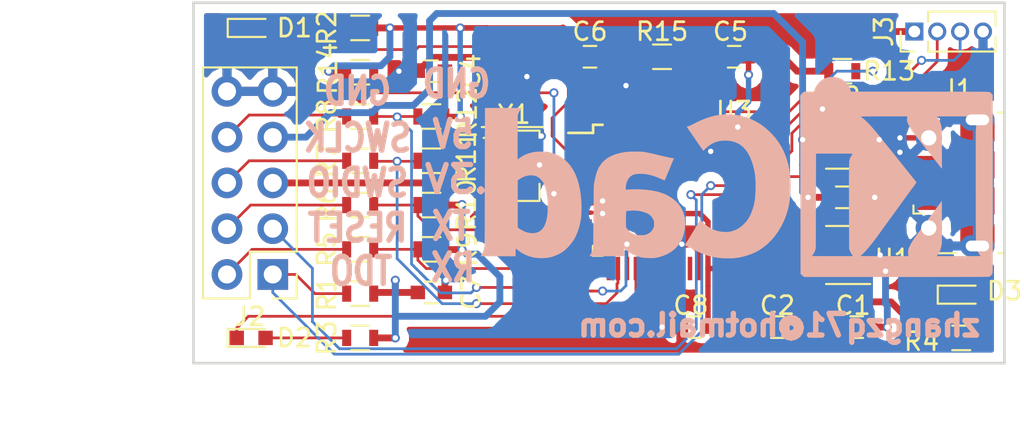
<source format=kicad_pcb>
(kicad_pcb (version 20171130) (host pcbnew "(5.0-dev-4069-g322ce84fb)")

  (general
    (thickness 1.6)
    (drawings 17)
    (tracks 403)
    (zones 0)
    (modules 34)
    (nets 53)
  )

  (page A4)
  (layers
    (0 F.Cu signal)
    (31 B.Cu signal)
    (32 B.Adhes user)
    (33 F.Adhes user)
    (34 B.Paste user)
    (35 F.Paste user)
    (36 B.SilkS user)
    (37 F.SilkS user)
    (38 B.Mask user)
    (39 F.Mask user)
    (40 Dwgs.User user)
    (41 Cmts.User user)
    (42 Eco1.User user)
    (43 Eco2.User user)
    (44 Edge.Cuts user)
    (45 Margin user)
    (46 B.CrtYd user)
    (47 F.CrtYd user)
    (48 B.Fab user)
    (49 F.Fab user hide)
  )

  (setup
    (last_trace_width 0.152)
    (trace_clearance 0.152)
    (zone_clearance 0.508)
    (zone_45_only no)
    (trace_min 0.152)
    (segment_width 0.2)
    (edge_width 0.15)
    (via_size 0.5)
    (via_drill 0.3)
    (via_min_size 0.4)
    (via_min_drill 0.3)
    (uvia_size 0.3)
    (uvia_drill 0.1)
    (uvias_allowed no)
    (uvia_min_size 0.2)
    (uvia_min_drill 0.1)
    (pcb_text_width 0.3)
    (pcb_text_size 1.5 1.5)
    (mod_edge_width 0.15)
    (mod_text_size 1 1)
    (mod_text_width 0.15)
    (pad_size 1.524 1.524)
    (pad_drill 0.762)
    (pad_to_mask_clearance 0.2)
    (aux_axis_origin 100 120)
    (grid_origin 100 120)
    (visible_elements 7FFFFFFF)
    (pcbplotparams
      (layerselection 0x010fc_ffffffff)
      (usegerberextensions false)
      (usegerberattributes false)
      (usegerberadvancedattributes false)
      (creategerberjobfile false)
      (excludeedgelayer true)
      (linewidth 0.100000)
      (plotframeref false)
      (viasonmask false)
      (mode 1)
      (useauxorigin false)
      (hpglpennumber 1)
      (hpglpenspeed 20)
      (hpglpendiameter 15)
      (psnegative false)
      (psa4output false)
      (plotreference true)
      (plotvalue true)
      (plotinvisibletext false)
      (padsonsilk false)
      (subtractmaskfromsilk false)
      (outputformat 1)
      (mirror false)
      (drillshape 1)
      (scaleselection 1)
      (outputdirectory ""))
  )

  (net 0 "")
  (net 1 GND)
  (net 2 +5V)
  (net 3 +3V3)
  (net 4 "Net-(C4-Pad1)")
  (net 5 /STATUS_1)
  (net 6 "Net-(D1-Pad2)")
  (net 7 "Net-(D2-Pad2)")
  (net 8 /STATUS_2)
  (net 9 "Net-(D3-Pad2)")
  (net 10 "Net-(J1-Pad3)")
  (net 11 "Net-(J1-Pad2)")
  (net 12 "Net-(J2-Pad8)")
  (net 13 "Net-(J2-Pad6)")
  (net 14 "Net-(J2-Pad4)")
  (net 15 /DAP_TX)
  (net 16 "Net-(J2-Pad2)")
  (net 17 /DAP_RX)
  (net 18 /SWCLK)
  (net 19 /SWDIO)
  (net 20 /DAP_SWO/TDO)
  (net 21 /DAP_RESET)
  (net 22 /DAP_SWDIO)
  (net 23 /DAP_SWCLK)
  (net 24 /USB_PM)
  (net 25 "Net-(R15-Pad2)")
  (net 26 "Net-(U1-Pad4)")
  (net 27 /USB_DM)
  (net 28 "Net-(U3-Pad46)")
  (net 29 "Net-(U3-Pad45)")
  (net 30 "Net-(U3-Pad43)")
  (net 31 "Net-(U3-Pad42)")
  (net 32 "Net-(U3-Pad41)")
  (net 33 "Net-(U3-Pad40)")
  (net 34 "Net-(U3-Pad39)")
  (net 35 "Net-(U3-Pad38)")
  (net 36 "Net-(U3-Pad29)")
  (net 37 "Net-(U3-Pad28)")
  (net 38 "Net-(U3-Pad27)")
  (net 39 "Net-(U3-Pad26)")
  (net 40 "Net-(U3-Pad25)")
  (net 41 "Net-(U3-Pad22)")
  (net 42 "Net-(U3-Pad21)")
  (net 43 "Net-(U3-Pad20)")
  (net 44 "Net-(U3-Pad19)")
  (net 45 "Net-(U3-Pad18)")
  (net 46 "Net-(U3-Pad17)")
  (net 47 "Net-(U3-Pad6)")
  (net 48 "Net-(U3-Pad5)")
  (net 49 "Net-(U3-Pad4)")
  (net 50 "Net-(U3-Pad3)")
  (net 51 "Net-(U3-Pad11)")
  (net 52 "Net-(U3-Pad10)")

  (net_class Default "This is the default net class."
    (clearance 0.152)
    (trace_width 0.152)
    (via_dia 0.5)
    (via_drill 0.3)
    (uvia_dia 0.3)
    (uvia_drill 0.1)
    (diff_pair_gap 0.2)
    (diff_pair_width 0.152)
    (add_net /DAP_RESET)
    (add_net /DAP_RX)
    (add_net /DAP_SWCLK)
    (add_net /DAP_SWDIO)
    (add_net /DAP_SWO/TDO)
    (add_net /DAP_TX)
    (add_net /STATUS_1)
    (add_net /STATUS_2)
    (add_net /SWCLK)
    (add_net /SWDIO)
    (add_net /USB_DM)
    (add_net /USB_PM)
    (add_net "Net-(C4-Pad1)")
    (add_net "Net-(D1-Pad2)")
    (add_net "Net-(D2-Pad2)")
    (add_net "Net-(D3-Pad2)")
    (add_net "Net-(J1-Pad2)")
    (add_net "Net-(J1-Pad3)")
    (add_net "Net-(J2-Pad2)")
    (add_net "Net-(J2-Pad4)")
    (add_net "Net-(J2-Pad6)")
    (add_net "Net-(J2-Pad8)")
    (add_net "Net-(R15-Pad2)")
    (add_net "Net-(U1-Pad4)")
    (add_net "Net-(U3-Pad10)")
    (add_net "Net-(U3-Pad11)")
    (add_net "Net-(U3-Pad17)")
    (add_net "Net-(U3-Pad18)")
    (add_net "Net-(U3-Pad19)")
    (add_net "Net-(U3-Pad20)")
    (add_net "Net-(U3-Pad21)")
    (add_net "Net-(U3-Pad22)")
    (add_net "Net-(U3-Pad25)")
    (add_net "Net-(U3-Pad26)")
    (add_net "Net-(U3-Pad27)")
    (add_net "Net-(U3-Pad28)")
    (add_net "Net-(U3-Pad29)")
    (add_net "Net-(U3-Pad3)")
    (add_net "Net-(U3-Pad38)")
    (add_net "Net-(U3-Pad39)")
    (add_net "Net-(U3-Pad4)")
    (add_net "Net-(U3-Pad40)")
    (add_net "Net-(U3-Pad41)")
    (add_net "Net-(U3-Pad42)")
    (add_net "Net-(U3-Pad43)")
    (add_net "Net-(U3-Pad45)")
    (add_net "Net-(U3-Pad46)")
    (add_net "Net-(U3-Pad5)")
    (add_net "Net-(U3-Pad6)")
  )

  (net_class Power ""
    (clearance 0.2)
    (trace_width 0.38)
    (via_dia 0.5)
    (via_drill 0.3)
    (uvia_dia 0.3)
    (uvia_drill 0.1)
    (diff_pair_gap 0.2)
    (diff_pair_width 0.152)
    (add_net +3V3)
    (add_net +5V)
    (add_net GND)
  )

  (module Capacitors_SMD:C_0603 (layer F.Cu) (tedit 59958EE7) (tstamp 5AC605F6)
    (at 136.8 118 180)
    (descr "Capacitor SMD 0603, reflow soldering, AVX (see smccp.pdf)")
    (tags "capacitor 0603")
    (path /5AC42292)
    (attr smd)
    (fp_text reference C1 (at 0.2 1.2 180) (layer F.SilkS)
      (effects (font (size 1 1) (thickness 0.15)))
    )
    (fp_text value 1uF (at 0 1.5 180) (layer F.Fab)
      (effects (font (size 1 1) (thickness 0.15)))
    )
    (fp_line (start 1.4 0.65) (end -1.4 0.65) (layer F.CrtYd) (width 0.05))
    (fp_line (start 1.4 0.65) (end 1.4 -0.65) (layer F.CrtYd) (width 0.05))
    (fp_line (start -1.4 -0.65) (end -1.4 0.65) (layer F.CrtYd) (width 0.05))
    (fp_line (start -1.4 -0.65) (end 1.4 -0.65) (layer F.CrtYd) (width 0.05))
    (fp_line (start 0.35 0.6) (end -0.35 0.6) (layer F.SilkS) (width 0.12))
    (fp_line (start -0.35 -0.6) (end 0.35 -0.6) (layer F.SilkS) (width 0.12))
    (fp_line (start -0.8 -0.4) (end 0.8 -0.4) (layer F.Fab) (width 0.1))
    (fp_line (start 0.8 -0.4) (end 0.8 0.4) (layer F.Fab) (width 0.1))
    (fp_line (start 0.8 0.4) (end -0.8 0.4) (layer F.Fab) (width 0.1))
    (fp_line (start -0.8 0.4) (end -0.8 -0.4) (layer F.Fab) (width 0.1))
    (fp_text user %R (at 0 0 180) (layer F.Fab)
      (effects (font (size 0.3 0.3) (thickness 0.075)))
    )
    (pad 2 smd rect (at 0.75 0 180) (size 0.8 0.75) (layers F.Cu F.Paste F.Mask)
      (net 1 GND))
    (pad 1 smd rect (at -0.75 0 180) (size 0.8 0.75) (layers F.Cu F.Paste F.Mask)
      (net 2 +5V))
    (model Capacitors_SMD.3dshapes/C_0603.wrl
      (at (xyz 0 0 0))
      (scale (xyz 1 1 1))
      (rotate (xyz 0 0 0))
    )
  )

  (module Capacitors_SMD:C_0603 (layer F.Cu) (tedit 59958EE7) (tstamp 5AC60607)
    (at 132.4 118)
    (descr "Capacitor SMD 0603, reflow soldering, AVX (see smccp.pdf)")
    (tags "capacitor 0603")
    (path /5AC4348A)
    (attr smd)
    (fp_text reference C2 (at 0 -1.2 180) (layer F.SilkS)
      (effects (font (size 1 1) (thickness 0.15)))
    )
    (fp_text value 1uF (at 0 1.5) (layer F.Fab)
      (effects (font (size 1 1) (thickness 0.15)))
    )
    (fp_line (start 1.4 0.65) (end -1.4 0.65) (layer F.CrtYd) (width 0.05))
    (fp_line (start 1.4 0.65) (end 1.4 -0.65) (layer F.CrtYd) (width 0.05))
    (fp_line (start -1.4 -0.65) (end -1.4 0.65) (layer F.CrtYd) (width 0.05))
    (fp_line (start -1.4 -0.65) (end 1.4 -0.65) (layer F.CrtYd) (width 0.05))
    (fp_line (start 0.35 0.6) (end -0.35 0.6) (layer F.SilkS) (width 0.12))
    (fp_line (start -0.35 -0.6) (end 0.35 -0.6) (layer F.SilkS) (width 0.12))
    (fp_line (start -0.8 -0.4) (end 0.8 -0.4) (layer F.Fab) (width 0.1))
    (fp_line (start 0.8 -0.4) (end 0.8 0.4) (layer F.Fab) (width 0.1))
    (fp_line (start 0.8 0.4) (end -0.8 0.4) (layer F.Fab) (width 0.1))
    (fp_line (start -0.8 0.4) (end -0.8 -0.4) (layer F.Fab) (width 0.1))
    (fp_text user %R (at 0 0) (layer F.Fab)
      (effects (font (size 0.3 0.3) (thickness 0.075)))
    )
    (pad 2 smd rect (at 0.75 0) (size 0.8 0.75) (layers F.Cu F.Paste F.Mask)
      (net 1 GND))
    (pad 1 smd rect (at -0.75 0) (size 0.8 0.75) (layers F.Cu F.Paste F.Mask)
      (net 3 +3V3))
    (model Capacitors_SMD.3dshapes/C_0603.wrl
      (at (xyz 0 0 0))
      (scale (xyz 1 1 1))
      (rotate (xyz 0 0 0))
    )
  )

  (module Capacitors_SMD:C_0603 (layer F.Cu) (tedit 59958EE7) (tstamp 5AC60618)
    (at 136 110.8)
    (descr "Capacitor SMD 0603, reflow soldering, AVX (see smccp.pdf)")
    (tags "capacitor 0603")
    (path /5AC3D3A0)
    (attr smd)
    (fp_text reference C3 (at 2.4 0) (layer F.SilkS)
      (effects (font (size 1 1) (thickness 0.15)))
    )
    (fp_text value 0.1uF (at 0 1.5) (layer F.Fab)
      (effects (font (size 1 1) (thickness 0.15)))
    )
    (fp_text user %R (at 0 0) (layer F.Fab)
      (effects (font (size 0.3 0.3) (thickness 0.075)))
    )
    (fp_line (start -0.8 0.4) (end -0.8 -0.4) (layer F.Fab) (width 0.1))
    (fp_line (start 0.8 0.4) (end -0.8 0.4) (layer F.Fab) (width 0.1))
    (fp_line (start 0.8 -0.4) (end 0.8 0.4) (layer F.Fab) (width 0.1))
    (fp_line (start -0.8 -0.4) (end 0.8 -0.4) (layer F.Fab) (width 0.1))
    (fp_line (start -0.35 -0.6) (end 0.35 -0.6) (layer F.SilkS) (width 0.12))
    (fp_line (start 0.35 0.6) (end -0.35 0.6) (layer F.SilkS) (width 0.12))
    (fp_line (start -1.4 -0.65) (end 1.4 -0.65) (layer F.CrtYd) (width 0.05))
    (fp_line (start -1.4 -0.65) (end -1.4 0.65) (layer F.CrtYd) (width 0.05))
    (fp_line (start 1.4 0.65) (end 1.4 -0.65) (layer F.CrtYd) (width 0.05))
    (fp_line (start 1.4 0.65) (end -1.4 0.65) (layer F.CrtYd) (width 0.05))
    (pad 1 smd rect (at -0.75 0) (size 0.8 0.75) (layers F.Cu F.Paste F.Mask)
      (net 2 +5V))
    (pad 2 smd rect (at 0.75 0) (size 0.8 0.75) (layers F.Cu F.Paste F.Mask)
      (net 1 GND))
    (model Capacitors_SMD.3dshapes/C_0603.wrl
      (at (xyz 0 0 0))
      (scale (xyz 1 1 1))
      (rotate (xyz 0 0 0))
    )
  )

  (module Capacitors_SMD:C_0603 (layer F.Cu) (tedit 59958EE7) (tstamp 5AC60629)
    (at 113.2 103.8 180)
    (descr "Capacitor SMD 0603, reflow soldering, AVX (see smccp.pdf)")
    (tags "capacitor 0603")
    (path /5ACB8535)
    (attr smd)
    (fp_text reference C4 (at -2.2 0 90) (layer F.SilkS)
      (effects (font (size 1 1) (thickness 0.15)))
    )
    (fp_text value 0.1uF (at 0 1.5 180) (layer F.Fab)
      (effects (font (size 1 1) (thickness 0.15)))
    )
    (fp_text user %R (at 0 0 180) (layer F.Fab)
      (effects (font (size 0.3 0.3) (thickness 0.075)))
    )
    (fp_line (start -0.8 0.4) (end -0.8 -0.4) (layer F.Fab) (width 0.1))
    (fp_line (start 0.8 0.4) (end -0.8 0.4) (layer F.Fab) (width 0.1))
    (fp_line (start 0.8 -0.4) (end 0.8 0.4) (layer F.Fab) (width 0.1))
    (fp_line (start -0.8 -0.4) (end 0.8 -0.4) (layer F.Fab) (width 0.1))
    (fp_line (start -0.35 -0.6) (end 0.35 -0.6) (layer F.SilkS) (width 0.12))
    (fp_line (start 0.35 0.6) (end -0.35 0.6) (layer F.SilkS) (width 0.12))
    (fp_line (start -1.4 -0.65) (end 1.4 -0.65) (layer F.CrtYd) (width 0.05))
    (fp_line (start -1.4 -0.65) (end -1.4 0.65) (layer F.CrtYd) (width 0.05))
    (fp_line (start 1.4 0.65) (end 1.4 -0.65) (layer F.CrtYd) (width 0.05))
    (fp_line (start 1.4 0.65) (end -1.4 0.65) (layer F.CrtYd) (width 0.05))
    (pad 1 smd rect (at -0.75 0 180) (size 0.8 0.75) (layers F.Cu F.Paste F.Mask)
      (net 4 "Net-(C4-Pad1)"))
    (pad 2 smd rect (at 0.75 0 180) (size 0.8 0.75) (layers F.Cu F.Paste F.Mask)
      (net 1 GND))
    (model Capacitors_SMD.3dshapes/C_0603.wrl
      (at (xyz 0 0 0))
      (scale (xyz 1 1 1))
      (rotate (xyz 0 0 0))
    )
  )

  (module Capacitors_SMD:C_0603 (layer F.Cu) (tedit 59958EE7) (tstamp 5AC6063A)
    (at 130 103 180)
    (descr "Capacitor SMD 0603, reflow soldering, AVX (see smccp.pdf)")
    (tags "capacitor 0603")
    (path /5ACDE2D9)
    (attr smd)
    (fp_text reference C5 (at 0.2 1.4) (layer F.SilkS)
      (effects (font (size 1 1) (thickness 0.15)))
    )
    (fp_text value 0.1uF (at 0 1.5 180) (layer F.Fab)
      (effects (font (size 1 1) (thickness 0.15)))
    )
    (fp_text user %R (at 0 0 180) (layer F.Fab)
      (effects (font (size 0.3 0.3) (thickness 0.075)))
    )
    (fp_line (start -0.8 0.4) (end -0.8 -0.4) (layer F.Fab) (width 0.1))
    (fp_line (start 0.8 0.4) (end -0.8 0.4) (layer F.Fab) (width 0.1))
    (fp_line (start 0.8 -0.4) (end 0.8 0.4) (layer F.Fab) (width 0.1))
    (fp_line (start -0.8 -0.4) (end 0.8 -0.4) (layer F.Fab) (width 0.1))
    (fp_line (start -0.35 -0.6) (end 0.35 -0.6) (layer F.SilkS) (width 0.12))
    (fp_line (start 0.35 0.6) (end -0.35 0.6) (layer F.SilkS) (width 0.12))
    (fp_line (start -1.4 -0.65) (end 1.4 -0.65) (layer F.CrtYd) (width 0.05))
    (fp_line (start -1.4 -0.65) (end -1.4 0.65) (layer F.CrtYd) (width 0.05))
    (fp_line (start 1.4 0.65) (end 1.4 -0.65) (layer F.CrtYd) (width 0.05))
    (fp_line (start 1.4 0.65) (end -1.4 0.65) (layer F.CrtYd) (width 0.05))
    (pad 1 smd rect (at -0.75 0 180) (size 0.8 0.75) (layers F.Cu F.Paste F.Mask)
      (net 3 +3V3))
    (pad 2 smd rect (at 0.75 0 180) (size 0.8 0.75) (layers F.Cu F.Paste F.Mask)
      (net 1 GND))
    (model Capacitors_SMD.3dshapes/C_0603.wrl
      (at (xyz 0 0 0))
      (scale (xyz 1 1 1))
      (rotate (xyz 0 0 0))
    )
  )

  (module Capacitors_SMD:C_0603 (layer F.Cu) (tedit 59958EE7) (tstamp 5AC6064B)
    (at 122 103)
    (descr "Capacitor SMD 0603, reflow soldering, AVX (see smccp.pdf)")
    (tags "capacitor 0603")
    (path /5ACDE27F)
    (attr smd)
    (fp_text reference C6 (at 0 -1.4) (layer F.SilkS)
      (effects (font (size 1 1) (thickness 0.15)))
    )
    (fp_text value 0.1uF (at 0 1.5) (layer F.Fab)
      (effects (font (size 1 1) (thickness 0.15)))
    )
    (fp_line (start 1.4 0.65) (end -1.4 0.65) (layer F.CrtYd) (width 0.05))
    (fp_line (start 1.4 0.65) (end 1.4 -0.65) (layer F.CrtYd) (width 0.05))
    (fp_line (start -1.4 -0.65) (end -1.4 0.65) (layer F.CrtYd) (width 0.05))
    (fp_line (start -1.4 -0.65) (end 1.4 -0.65) (layer F.CrtYd) (width 0.05))
    (fp_line (start 0.35 0.6) (end -0.35 0.6) (layer F.SilkS) (width 0.12))
    (fp_line (start -0.35 -0.6) (end 0.35 -0.6) (layer F.SilkS) (width 0.12))
    (fp_line (start -0.8 -0.4) (end 0.8 -0.4) (layer F.Fab) (width 0.1))
    (fp_line (start 0.8 -0.4) (end 0.8 0.4) (layer F.Fab) (width 0.1))
    (fp_line (start 0.8 0.4) (end -0.8 0.4) (layer F.Fab) (width 0.1))
    (fp_line (start -0.8 0.4) (end -0.8 -0.4) (layer F.Fab) (width 0.1))
    (fp_text user %R (at 0 0) (layer F.Fab)
      (effects (font (size 0.3 0.3) (thickness 0.075)))
    )
    (pad 2 smd rect (at 0.75 0) (size 0.8 0.75) (layers F.Cu F.Paste F.Mask)
      (net 1 GND))
    (pad 1 smd rect (at -0.75 0) (size 0.8 0.75) (layers F.Cu F.Paste F.Mask)
      (net 3 +3V3))
    (model Capacitors_SMD.3dshapes/C_0603.wrl
      (at (xyz 0 0 0))
      (scale (xyz 1 1 1))
      (rotate (xyz 0 0 0))
    )
  )

  (module Capacitors_SMD:C_0603 (layer F.Cu) (tedit 59958EE7) (tstamp 5AC6065C)
    (at 113.2 116.077852)
    (descr "Capacitor SMD 0603, reflow soldering, AVX (see smccp.pdf)")
    (tags "capacitor 0603")
    (path /5ACDE225)
    (attr smd)
    (fp_text reference C7 (at 2.2 0 90) (layer F.SilkS)
      (effects (font (size 1 1) (thickness 0.15)))
    )
    (fp_text value 0.1uF (at 0 1.5) (layer F.Fab)
      (effects (font (size 1 1) (thickness 0.15)))
    )
    (fp_text user %R (at 0 0) (layer F.Fab)
      (effects (font (size 0.3 0.3) (thickness 0.075)))
    )
    (fp_line (start -0.8 0.4) (end -0.8 -0.4) (layer F.Fab) (width 0.1))
    (fp_line (start 0.8 0.4) (end -0.8 0.4) (layer F.Fab) (width 0.1))
    (fp_line (start 0.8 -0.4) (end 0.8 0.4) (layer F.Fab) (width 0.1))
    (fp_line (start -0.8 -0.4) (end 0.8 -0.4) (layer F.Fab) (width 0.1))
    (fp_line (start -0.35 -0.6) (end 0.35 -0.6) (layer F.SilkS) (width 0.12))
    (fp_line (start 0.35 0.6) (end -0.35 0.6) (layer F.SilkS) (width 0.12))
    (fp_line (start -1.4 -0.65) (end 1.4 -0.65) (layer F.CrtYd) (width 0.05))
    (fp_line (start -1.4 -0.65) (end -1.4 0.65) (layer F.CrtYd) (width 0.05))
    (fp_line (start 1.4 0.65) (end 1.4 -0.65) (layer F.CrtYd) (width 0.05))
    (fp_line (start 1.4 0.65) (end -1.4 0.65) (layer F.CrtYd) (width 0.05))
    (pad 1 smd rect (at -0.75 0) (size 0.8 0.75) (layers F.Cu F.Paste F.Mask)
      (net 3 +3V3))
    (pad 2 smd rect (at 0.75 0) (size 0.8 0.75) (layers F.Cu F.Paste F.Mask)
      (net 1 GND))
    (model Capacitors_SMD.3dshapes/C_0603.wrl
      (at (xyz 0 0 0))
      (scale (xyz 1 1 1))
      (rotate (xyz 0 0 0))
    )
  )

  (module Capacitors_SMD:C_0603 (layer F.Cu) (tedit 59958EE7) (tstamp 5AC6066D)
    (at 127.8 118 180)
    (descr "Capacitor SMD 0603, reflow soldering, AVX (see smccp.pdf)")
    (tags "capacitor 0603")
    (path /5ACDE19B)
    (attr smd)
    (fp_text reference C8 (at 0.2 1.2) (layer F.SilkS)
      (effects (font (size 1 1) (thickness 0.15)))
    )
    (fp_text value 0.1uF (at 0 1.5 180) (layer F.Fab)
      (effects (font (size 1 1) (thickness 0.15)))
    )
    (fp_line (start 1.4 0.65) (end -1.4 0.65) (layer F.CrtYd) (width 0.05))
    (fp_line (start 1.4 0.65) (end 1.4 -0.65) (layer F.CrtYd) (width 0.05))
    (fp_line (start -1.4 -0.65) (end -1.4 0.65) (layer F.CrtYd) (width 0.05))
    (fp_line (start -1.4 -0.65) (end 1.4 -0.65) (layer F.CrtYd) (width 0.05))
    (fp_line (start 0.35 0.6) (end -0.35 0.6) (layer F.SilkS) (width 0.12))
    (fp_line (start -0.35 -0.6) (end 0.35 -0.6) (layer F.SilkS) (width 0.12))
    (fp_line (start -0.8 -0.4) (end 0.8 -0.4) (layer F.Fab) (width 0.1))
    (fp_line (start 0.8 -0.4) (end 0.8 0.4) (layer F.Fab) (width 0.1))
    (fp_line (start 0.8 0.4) (end -0.8 0.4) (layer F.Fab) (width 0.1))
    (fp_line (start -0.8 0.4) (end -0.8 -0.4) (layer F.Fab) (width 0.1))
    (fp_text user %R (at 0 0 180) (layer F.Fab)
      (effects (font (size 0.3 0.3) (thickness 0.075)))
    )
    (pad 2 smd rect (at 0.75 0 180) (size 0.8 0.75) (layers F.Cu F.Paste F.Mask)
      (net 1 GND))
    (pad 1 smd rect (at -0.75 0 180) (size 0.8 0.75) (layers F.Cu F.Paste F.Mask)
      (net 3 +3V3))
    (model Capacitors_SMD.3dshapes/C_0603.wrl
      (at (xyz 0 0 0))
      (scale (xyz 1 1 1))
      (rotate (xyz 0 0 0))
    )
  )

  (module LEDs:LED_0603 (layer F.Cu) (tedit 57FE93A5) (tstamp 5AC60682)
    (at 103.2 101.4)
    (descr "LED 0603 smd package")
    (tags "LED led 0603 SMD smd SMT smt smdled SMDLED smtled SMTLED")
    (path /5AC3A8CD)
    (attr smd)
    (fp_text reference D1 (at 2.4 0) (layer F.SilkS)
      (effects (font (size 1 1) (thickness 0.15)))
    )
    (fp_text value LED (at 0 1.35) (layer F.Fab)
      (effects (font (size 1 1) (thickness 0.15)))
    )
    (fp_line (start -1.45 -0.65) (end 1.45 -0.65) (layer F.CrtYd) (width 0.05))
    (fp_line (start -1.45 0.65) (end -1.45 -0.65) (layer F.CrtYd) (width 0.05))
    (fp_line (start 1.45 0.65) (end -1.45 0.65) (layer F.CrtYd) (width 0.05))
    (fp_line (start 1.45 -0.65) (end 1.45 0.65) (layer F.CrtYd) (width 0.05))
    (fp_line (start -1.3 -0.5) (end 0.8 -0.5) (layer F.SilkS) (width 0.12))
    (fp_line (start -1.3 0.5) (end 0.8 0.5) (layer F.SilkS) (width 0.12))
    (fp_line (start -0.8 0.4) (end -0.8 -0.4) (layer F.Fab) (width 0.1))
    (fp_line (start -0.8 -0.4) (end 0.8 -0.4) (layer F.Fab) (width 0.1))
    (fp_line (start 0.8 -0.4) (end 0.8 0.4) (layer F.Fab) (width 0.1))
    (fp_line (start 0.8 0.4) (end -0.8 0.4) (layer F.Fab) (width 0.1))
    (fp_line (start 0.15 -0.2) (end 0.15 0.2) (layer F.Fab) (width 0.1))
    (fp_line (start 0.15 0.2) (end -0.15 0) (layer F.Fab) (width 0.1))
    (fp_line (start -0.15 0) (end 0.15 -0.2) (layer F.Fab) (width 0.1))
    (fp_line (start -0.2 -0.2) (end -0.2 0.2) (layer F.Fab) (width 0.1))
    (fp_line (start -1.3 -0.5) (end -1.3 0.5) (layer F.SilkS) (width 0.12))
    (pad 1 smd rect (at -0.8 0 180) (size 0.8 0.8) (layers F.Cu F.Paste F.Mask)
      (net 5 /STATUS_1))
    (pad 2 smd rect (at 0.8 0 180) (size 0.8 0.8) (layers F.Cu F.Paste F.Mask)
      (net 6 "Net-(D1-Pad2)"))
    (model ${KISYS3DMOD}/LEDs.3dshapes/LED_0603.wrl
      (at (xyz 0 0 0))
      (scale (xyz 1 1 1))
      (rotate (xyz 0 0 180))
    )
  )

  (module LEDs:LED_0603 (layer F.Cu) (tedit 57FE93A5) (tstamp 5AC60697)
    (at 103.2 118.6)
    (descr "LED 0603 smd package")
    (tags "LED led 0603 SMD smd SMT smt smdled SMDLED smtled SMTLED")
    (path /5AC3BB06)
    (attr smd)
    (fp_text reference D2 (at 2.4 0) (layer F.SilkS)
      (effects (font (size 1 1) (thickness 0.15)))
    )
    (fp_text value LED (at 0 1.35) (layer F.Fab)
      (effects (font (size 1 1) (thickness 0.15)))
    )
    (fp_line (start -1.3 -0.5) (end -1.3 0.5) (layer F.SilkS) (width 0.12))
    (fp_line (start -0.2 -0.2) (end -0.2 0.2) (layer F.Fab) (width 0.1))
    (fp_line (start -0.15 0) (end 0.15 -0.2) (layer F.Fab) (width 0.1))
    (fp_line (start 0.15 0.2) (end -0.15 0) (layer F.Fab) (width 0.1))
    (fp_line (start 0.15 -0.2) (end 0.15 0.2) (layer F.Fab) (width 0.1))
    (fp_line (start 0.8 0.4) (end -0.8 0.4) (layer F.Fab) (width 0.1))
    (fp_line (start 0.8 -0.4) (end 0.8 0.4) (layer F.Fab) (width 0.1))
    (fp_line (start -0.8 -0.4) (end 0.8 -0.4) (layer F.Fab) (width 0.1))
    (fp_line (start -0.8 0.4) (end -0.8 -0.4) (layer F.Fab) (width 0.1))
    (fp_line (start -1.3 0.5) (end 0.8 0.5) (layer F.SilkS) (width 0.12))
    (fp_line (start -1.3 -0.5) (end 0.8 -0.5) (layer F.SilkS) (width 0.12))
    (fp_line (start 1.45 -0.65) (end 1.45 0.65) (layer F.CrtYd) (width 0.05))
    (fp_line (start 1.45 0.65) (end -1.45 0.65) (layer F.CrtYd) (width 0.05))
    (fp_line (start -1.45 0.65) (end -1.45 -0.65) (layer F.CrtYd) (width 0.05))
    (fp_line (start -1.45 -0.65) (end 1.45 -0.65) (layer F.CrtYd) (width 0.05))
    (pad 2 smd rect (at 0.8 0 180) (size 0.8 0.8) (layers F.Cu F.Paste F.Mask)
      (net 7 "Net-(D2-Pad2)"))
    (pad 1 smd rect (at -0.8 0 180) (size 0.8 0.8) (layers F.Cu F.Paste F.Mask)
      (net 8 /STATUS_2))
    (model ${KISYS3DMOD}/LEDs.3dshapes/LED_0603.wrl
      (at (xyz 0 0 0))
      (scale (xyz 1 1 1))
      (rotate (xyz 0 0 180))
    )
  )

  (module LEDs:LED_0603 (layer F.Cu) (tedit 57FE93A5) (tstamp 5AC606AC)
    (at 142.6 116.2)
    (descr "LED 0603 smd package")
    (tags "LED led 0603 SMD smd SMT smt smdled SMDLED smtled SMTLED")
    (path /5AC3BBDA)
    (attr smd)
    (fp_text reference D3 (at 2.4 -0.2) (layer F.SilkS)
      (effects (font (size 1 1) (thickness 0.15)))
    )
    (fp_text value LED (at 0 1.35) (layer F.Fab)
      (effects (font (size 1 1) (thickness 0.15)))
    )
    (fp_line (start -1.45 -0.65) (end 1.45 -0.65) (layer F.CrtYd) (width 0.05))
    (fp_line (start -1.45 0.65) (end -1.45 -0.65) (layer F.CrtYd) (width 0.05))
    (fp_line (start 1.45 0.65) (end -1.45 0.65) (layer F.CrtYd) (width 0.05))
    (fp_line (start 1.45 -0.65) (end 1.45 0.65) (layer F.CrtYd) (width 0.05))
    (fp_line (start -1.3 -0.5) (end 0.8 -0.5) (layer F.SilkS) (width 0.12))
    (fp_line (start -1.3 0.5) (end 0.8 0.5) (layer F.SilkS) (width 0.12))
    (fp_line (start -0.8 0.4) (end -0.8 -0.4) (layer F.Fab) (width 0.1))
    (fp_line (start -0.8 -0.4) (end 0.8 -0.4) (layer F.Fab) (width 0.1))
    (fp_line (start 0.8 -0.4) (end 0.8 0.4) (layer F.Fab) (width 0.1))
    (fp_line (start 0.8 0.4) (end -0.8 0.4) (layer F.Fab) (width 0.1))
    (fp_line (start 0.15 -0.2) (end 0.15 0.2) (layer F.Fab) (width 0.1))
    (fp_line (start 0.15 0.2) (end -0.15 0) (layer F.Fab) (width 0.1))
    (fp_line (start -0.15 0) (end 0.15 -0.2) (layer F.Fab) (width 0.1))
    (fp_line (start -0.2 -0.2) (end -0.2 0.2) (layer F.Fab) (width 0.1))
    (fp_line (start -1.3 -0.5) (end -1.3 0.5) (layer F.SilkS) (width 0.12))
    (pad 1 smd rect (at -0.8 0 180) (size 0.8 0.8) (layers F.Cu F.Paste F.Mask)
      (net 1 GND))
    (pad 2 smd rect (at 0.8 0 180) (size 0.8 0.8) (layers F.Cu F.Paste F.Mask)
      (net 9 "Net-(D3-Pad2)"))
    (model ${KISYS3DMOD}/LEDs.3dshapes/LED_0603.wrl
      (at (xyz 0 0 0))
      (scale (xyz 1 1 1))
      (rotate (xyz 0 0 180))
    )
  )

  (module Connectors_USB:USB_Micro-B_Molex-105017-0001 locked (layer F.Cu) (tedit 5AC4F0F3) (tstamp 5AC606D5)
    (at 143.15 110 90)
    (descr http://www.molex.com/pdm_docs/sd/1050170001_sd.pdf)
    (tags "Micro-USB SMD Typ-B")
    (path /5AC3998E)
    (attr smd)
    (fp_text reference J1 (at 5.2 -0.75 180) (layer F.SilkS)
      (effects (font (size 1 1) (thickness 0.15)))
    )
    (fp_text value USB_B_Micro (at 0.3 3.45 90) (layer F.Fab)
      (effects (font (size 1 1) (thickness 0.15)))
    )
    (fp_line (start -1.1 -3.01) (end -1.1 -2.8) (layer F.Fab) (width 0.1))
    (fp_line (start -1.5 -3.01) (end -1.5 -2.8) (layer F.Fab) (width 0.1))
    (fp_line (start -1.5 -3.01) (end -1.1 -3.01) (layer F.Fab) (width 0.1))
    (fp_line (start -1.1 -2.8) (end -1.3 -2.6) (layer F.Fab) (width 0.1))
    (fp_line (start -1.3 -2.6) (end -1.5 -2.8) (layer F.Fab) (width 0.1))
    (fp_line (start -1.7 -3.2) (end -1.7 -2.75) (layer F.SilkS) (width 0.12))
    (fp_line (start -1.7 -3.2) (end -1.25 -3.2) (layer F.SilkS) (width 0.12))
    (fp_text user %R (at 0 0 90) (layer F.Fab)
      (effects (font (size 1 1) (thickness 0.15)))
    )
    (fp_line (start 3.9 -2.65) (end 3.45 -2.65) (layer F.SilkS) (width 0.12))
    (fp_line (start 3.9 -0.8) (end 3.9 -2.65) (layer F.SilkS) (width 0.12))
    (fp_line (start -3.9 1.75) (end -3.9 1.5) (layer F.SilkS) (width 0.12))
    (fp_line (start -3.75 2.5) (end -3.75 -2.5) (layer F.Fab) (width 0.1))
    (fp_line (start -3.75 -2.5) (end 3.75 -2.5) (layer F.Fab) (width 0.1))
    (fp_line (start -3.75 2.501704) (end 3.75 2.501704) (layer F.Fab) (width 0.1))
    (fp_line (start -3 1.801704) (end 3 1.801704) (layer F.Fab) (width 0.1))
    (fp_line (start 3.75 2.5) (end 3.75 -2.5) (layer F.Fab) (width 0.1))
    (fp_line (start 3.9 1.75) (end 3.9 1.5) (layer F.SilkS) (width 0.12))
    (fp_line (start -3.9 -0.8) (end -3.9 -2.65) (layer F.SilkS) (width 0.12))
    (fp_line (start -3.9 -2.65) (end -3.45 -2.65) (layer F.SilkS) (width 0.12))
    (fp_text user "PCB Edge" (at 0 1.8 90) (layer Dwgs.User)
      (effects (font (size 0.5 0.5) (thickness 0.08)))
    )
    (fp_line (start -4.4 2.75) (end -4.4 -3.35) (layer F.CrtYd) (width 0.05))
    (fp_line (start -4.4 -3.35) (end 4.4 -3.35) (layer F.CrtYd) (width 0.05))
    (fp_line (start 4.4 -3.35) (end 4.4 2.75) (layer F.CrtYd) (width 0.05))
    (fp_line (start -4.4 2.75) (end 4.4 2.75) (layer F.CrtYd) (width 0.05))
    (pad 6 smd rect (at -2.9 0.35 90) (size 1.2 1.9) (layers F.Cu F.Mask)
      (net 1 GND))
    (pad 6 smd rect (at 2.9 0.35 90) (size 1.2 1.9) (layers F.Cu F.Mask)
      (net 1 GND))
    (pad 6 thru_hole oval (at 3.5 0.35 90) (size 1.2 1.9) (drill oval 0.6 1.3) (layers *.Cu *.Mask)
      (net 1 GND))
    (pad 6 thru_hole oval (at -3.5 0.35 270) (size 1.2 1.9) (drill oval 0.6 1.3) (layers *.Cu *.Mask)
      (net 1 GND))
    (pad 6 smd rect (at -1 0.35 90) (size 1.5 1.9) (layers F.Cu F.Paste F.Mask)
      (net 1 GND))
    (pad 6 thru_hole circle (at 2.5 -2.35 90) (size 1.45 1.45) (drill 0.85) (layers *.Cu *.Mask)
      (net 1 GND))
    (pad 3 smd rect (at 0 -2.35 90) (size 0.4 1.35) (layers F.Cu F.Paste F.Mask)
      (net 10 "Net-(J1-Pad3)"))
    (pad 4 smd rect (at 0.65 -2.35 90) (size 0.4 1.35) (layers F.Cu F.Paste F.Mask)
      (net 1 GND))
    (pad 5 smd rect (at 1.3 -2.35 90) (size 0.4 1.35) (layers F.Cu F.Paste F.Mask)
      (net 1 GND))
    (pad 1 smd rect (at -1.3 -2.35 90) (size 0.4 1.35) (layers F.Cu F.Paste F.Mask)
      (net 2 +5V))
    (pad 2 smd rect (at -0.65 -2.35 90) (size 0.4 1.35) (layers F.Cu F.Paste F.Mask)
      (net 11 "Net-(J1-Pad2)"))
    (pad 6 thru_hole circle (at -2.5 -2.35 90) (size 1.45 1.45) (drill 0.85) (layers *.Cu *.Mask)
      (net 1 GND))
    (pad 6 smd rect (at 1 0.35 90) (size 1.5 1.9) (layers F.Cu F.Paste F.Mask)
      (net 1 GND))
    (model ${KISYS3DMOD}/Connectors_USB.3dshapes/USB_Micro-B_Molex-105017-0001.wrl
      (at (xyz 0 0 0))
      (scale (xyz 1 1 1))
      (rotate (xyz 0 0 0))
    )
  )

  (module Pin_Headers:Pin_Header_Straight_2x05_Pitch2.54mm locked (layer F.Cu) (tedit 59650532) (tstamp 5AC60E23)
    (at 104.4 115.08 180)
    (descr "Through hole straight pin header, 2x05, 2.54mm pitch, double rows")
    (tags "Through hole pin header THT 2x05 2.54mm double row")
    (path /5AC8C748)
    (fp_text reference J2 (at 1.27 -2.33 180) (layer F.SilkS)
      (effects (font (size 1 1) (thickness 0.15)))
    )
    (fp_text value Conn_02x05_Odd_Even (at 1.27 12.49 180) (layer F.Fab)
      (effects (font (size 1 1) (thickness 0.15)))
    )
    (fp_text user %R (at 1.27 5.08 270) (layer F.Fab)
      (effects (font (size 1 1) (thickness 0.15)))
    )
    (fp_line (start 4.35 -1.8) (end -1.8 -1.8) (layer F.CrtYd) (width 0.05))
    (fp_line (start 4.35 11.95) (end 4.35 -1.8) (layer F.CrtYd) (width 0.05))
    (fp_line (start -1.8 11.95) (end 4.35 11.95) (layer F.CrtYd) (width 0.05))
    (fp_line (start -1.8 -1.8) (end -1.8 11.95) (layer F.CrtYd) (width 0.05))
    (fp_line (start -1.33 -1.33) (end 0 -1.33) (layer F.SilkS) (width 0.12))
    (fp_line (start -1.33 0) (end -1.33 -1.33) (layer F.SilkS) (width 0.12))
    (fp_line (start 1.27 -1.33) (end 3.87 -1.33) (layer F.SilkS) (width 0.12))
    (fp_line (start 1.27 1.27) (end 1.27 -1.33) (layer F.SilkS) (width 0.12))
    (fp_line (start -1.33 1.27) (end 1.27 1.27) (layer F.SilkS) (width 0.12))
    (fp_line (start 3.87 -1.33) (end 3.87 11.49) (layer F.SilkS) (width 0.12))
    (fp_line (start -1.33 1.27) (end -1.33 11.49) (layer F.SilkS) (width 0.12))
    (fp_line (start -1.33 11.49) (end 3.87 11.49) (layer F.SilkS) (width 0.12))
    (fp_line (start -1.27 0) (end 0 -1.27) (layer F.Fab) (width 0.1))
    (fp_line (start -1.27 11.43) (end -1.27 0) (layer F.Fab) (width 0.1))
    (fp_line (start 3.81 11.43) (end -1.27 11.43) (layer F.Fab) (width 0.1))
    (fp_line (start 3.81 -1.27) (end 3.81 11.43) (layer F.Fab) (width 0.1))
    (fp_line (start 0 -1.27) (end 3.81 -1.27) (layer F.Fab) (width 0.1))
    (pad 10 thru_hole oval (at 2.54 10.16 180) (size 1.7 1.7) (drill 1) (layers *.Cu *.Mask)
      (net 1 GND))
    (pad 9 thru_hole oval (at 0 10.16 180) (size 1.7 1.7) (drill 1) (layers *.Cu *.Mask)
      (net 1 GND))
    (pad 8 thru_hole oval (at 2.54 7.62 180) (size 1.7 1.7) (drill 1) (layers *.Cu *.Mask)
      (net 12 "Net-(J2-Pad8)"))
    (pad 7 thru_hole oval (at 0 7.62 180) (size 1.7 1.7) (drill 1) (layers *.Cu *.Mask)
      (net 2 +5V))
    (pad 6 thru_hole oval (at 2.54 5.08 180) (size 1.7 1.7) (drill 1) (layers *.Cu *.Mask)
      (net 13 "Net-(J2-Pad6)"))
    (pad 5 thru_hole oval (at 0 5.08 180) (size 1.7 1.7) (drill 1) (layers *.Cu *.Mask)
      (net 3 +3V3))
    (pad 4 thru_hole oval (at 2.54 2.54 180) (size 1.7 1.7) (drill 1) (layers *.Cu *.Mask)
      (net 14 "Net-(J2-Pad4)"))
    (pad 3 thru_hole oval (at 0 2.54 180) (size 1.7 1.7) (drill 1) (layers *.Cu *.Mask)
      (net 15 /DAP_TX))
    (pad 2 thru_hole oval (at 2.54 0 180) (size 1.7 1.7) (drill 1) (layers *.Cu *.Mask)
      (net 16 "Net-(J2-Pad2)"))
    (pad 1 thru_hole rect (at 0 0 180) (size 1.7 1.7) (drill 1) (layers *.Cu *.Mask)
      (net 17 /DAP_RX))
    (model ${KISYS3DMOD}/Pin_Headers.3dshapes/Pin_Header_Straight_2x05_Pitch2.54mm.wrl
      (at (xyz 0 0 0))
      (scale (xyz 1 1 1))
      (rotate (xyz 0 0 0))
    )
  )

  (module Pin_Headers:Pin_Header_Straight_1x04_Pitch1.27mm (layer F.Cu) (tedit 59650535) (tstamp 5AC6070F)
    (at 140 101.6 90)
    (descr "Through hole straight pin header, 1x04, 1.27mm pitch, single row")
    (tags "Through hole pin header THT 1x04 1.27mm single row")
    (path /5AC3AFC4)
    (fp_text reference J3 (at 0 -1.695 90) (layer F.SilkS)
      (effects (font (size 1 1) (thickness 0.15)))
    )
    (fp_text value Conn_01x04 (at 0 5.505 90) (layer F.Fab)
      (effects (font (size 1 1) (thickness 0.15)))
    )
    (fp_text user %R (at 0 1.905 180) (layer F.Fab)
      (effects (font (size 1 1) (thickness 0.15)))
    )
    (fp_line (start 1.55 -1.15) (end -1.55 -1.15) (layer F.CrtYd) (width 0.05))
    (fp_line (start 1.55 4.95) (end 1.55 -1.15) (layer F.CrtYd) (width 0.05))
    (fp_line (start -1.55 4.95) (end 1.55 4.95) (layer F.CrtYd) (width 0.05))
    (fp_line (start -1.55 -1.15) (end -1.55 4.95) (layer F.CrtYd) (width 0.05))
    (fp_line (start -1.11 -0.76) (end 0 -0.76) (layer F.SilkS) (width 0.12))
    (fp_line (start -1.11 0) (end -1.11 -0.76) (layer F.SilkS) (width 0.12))
    (fp_line (start 0.563471 0.76) (end 1.11 0.76) (layer F.SilkS) (width 0.12))
    (fp_line (start -1.11 0.76) (end -0.563471 0.76) (layer F.SilkS) (width 0.12))
    (fp_line (start 1.11 0.76) (end 1.11 4.505) (layer F.SilkS) (width 0.12))
    (fp_line (start -1.11 0.76) (end -1.11 4.505) (layer F.SilkS) (width 0.12))
    (fp_line (start 0.30753 4.505) (end 1.11 4.505) (layer F.SilkS) (width 0.12))
    (fp_line (start -1.11 4.505) (end -0.30753 4.505) (layer F.SilkS) (width 0.12))
    (fp_line (start -1.05 -0.11) (end -0.525 -0.635) (layer F.Fab) (width 0.1))
    (fp_line (start -1.05 4.445) (end -1.05 -0.11) (layer F.Fab) (width 0.1))
    (fp_line (start 1.05 4.445) (end -1.05 4.445) (layer F.Fab) (width 0.1))
    (fp_line (start 1.05 -0.635) (end 1.05 4.445) (layer F.Fab) (width 0.1))
    (fp_line (start -0.525 -0.635) (end 1.05 -0.635) (layer F.Fab) (width 0.1))
    (pad 4 thru_hole oval (at 0 3.81 90) (size 1 1) (drill 0.65) (layers *.Cu *.Mask)
      (net 1 GND))
    (pad 3 thru_hole oval (at 0 2.54 90) (size 1 1) (drill 0.65) (layers *.Cu *.Mask)
      (net 18 /SWCLK))
    (pad 2 thru_hole oval (at 0 1.27 90) (size 1 1) (drill 0.65) (layers *.Cu *.Mask)
      (net 19 /SWDIO))
    (pad 1 thru_hole rect (at 0 0 90) (size 1 1) (drill 0.65) (layers *.Cu *.Mask)
      (net 3 +3V3))
    (model ${KISYS3DMOD}/Pin_Headers.3dshapes/Pin_Header_Straight_1x04_Pitch1.27mm.wrl
      (at (xyz 0 0 0))
      (scale (xyz 1 1 1))
      (rotate (xyz 0 0 0))
    )
  )

  (module Resistors_SMD:R_0603 (layer F.Cu) (tedit 58E0A804) (tstamp 5AC60720)
    (at 109.25 116.142852)
    (descr "Resistor SMD 0603, reflow soldering, Vishay (see dcrcw.pdf)")
    (tags "resistor 0603")
    (path /5AC5B69F)
    (attr smd)
    (fp_text reference R1 (at -1.85 0 90) (layer F.SilkS)
      (effects (font (size 1 1) (thickness 0.15)))
    )
    (fp_text value 10K (at 0 1.5) (layer F.Fab)
      (effects (font (size 1 1) (thickness 0.15)))
    )
    (fp_text user %R (at 0 0) (layer F.Fab)
      (effects (font (size 0.4 0.4) (thickness 0.075)))
    )
    (fp_line (start -0.8 0.4) (end -0.8 -0.4) (layer F.Fab) (width 0.1))
    (fp_line (start 0.8 0.4) (end -0.8 0.4) (layer F.Fab) (width 0.1))
    (fp_line (start 0.8 -0.4) (end 0.8 0.4) (layer F.Fab) (width 0.1))
    (fp_line (start -0.8 -0.4) (end 0.8 -0.4) (layer F.Fab) (width 0.1))
    (fp_line (start 0.5 0.68) (end -0.5 0.68) (layer F.SilkS) (width 0.12))
    (fp_line (start -0.5 -0.68) (end 0.5 -0.68) (layer F.SilkS) (width 0.12))
    (fp_line (start -1.25 -0.7) (end 1.25 -0.7) (layer F.CrtYd) (width 0.05))
    (fp_line (start -1.25 -0.7) (end -1.25 0.7) (layer F.CrtYd) (width 0.05))
    (fp_line (start 1.25 0.7) (end 1.25 -0.7) (layer F.CrtYd) (width 0.05))
    (fp_line (start 1.25 0.7) (end -1.25 0.7) (layer F.CrtYd) (width 0.05))
    (pad 1 smd rect (at -0.75 0) (size 0.5 0.9) (layers F.Cu F.Paste F.Mask)
      (net 17 /DAP_RX))
    (pad 2 smd rect (at 0.75 0) (size 0.5 0.9) (layers F.Cu F.Paste F.Mask)
      (net 3 +3V3))
    (model ${KISYS3DMOD}/Resistors_SMD.3dshapes/R_0603.wrl
      (at (xyz 0 0 0))
      (scale (xyz 1 1 1))
      (rotate (xyz 0 0 0))
    )
  )

  (module Resistors_SMD:R_0603 (layer F.Cu) (tedit 58E0A804) (tstamp 5AC60731)
    (at 109.25 101.4)
    (descr "Resistor SMD 0603, reflow soldering, Vishay (see dcrcw.pdf)")
    (tags "resistor 0603")
    (path /5AC3AB60)
    (attr smd)
    (fp_text reference R2 (at -1.85 0 90) (layer F.SilkS)
      (effects (font (size 1 1) (thickness 0.15)))
    )
    (fp_text value 1K (at 0 1.5) (layer F.Fab)
      (effects (font (size 1 1) (thickness 0.15)))
    )
    (fp_line (start 1.25 0.7) (end -1.25 0.7) (layer F.CrtYd) (width 0.05))
    (fp_line (start 1.25 0.7) (end 1.25 -0.7) (layer F.CrtYd) (width 0.05))
    (fp_line (start -1.25 -0.7) (end -1.25 0.7) (layer F.CrtYd) (width 0.05))
    (fp_line (start -1.25 -0.7) (end 1.25 -0.7) (layer F.CrtYd) (width 0.05))
    (fp_line (start -0.5 -0.68) (end 0.5 -0.68) (layer F.SilkS) (width 0.12))
    (fp_line (start 0.5 0.68) (end -0.5 0.68) (layer F.SilkS) (width 0.12))
    (fp_line (start -0.8 -0.4) (end 0.8 -0.4) (layer F.Fab) (width 0.1))
    (fp_line (start 0.8 -0.4) (end 0.8 0.4) (layer F.Fab) (width 0.1))
    (fp_line (start 0.8 0.4) (end -0.8 0.4) (layer F.Fab) (width 0.1))
    (fp_line (start -0.8 0.4) (end -0.8 -0.4) (layer F.Fab) (width 0.1))
    (fp_text user %R (at 0 0) (layer F.Fab)
      (effects (font (size 0.4 0.4) (thickness 0.075)))
    )
    (pad 2 smd rect (at 0.75 0) (size 0.5 0.9) (layers F.Cu F.Paste F.Mask)
      (net 3 +3V3))
    (pad 1 smd rect (at -0.75 0) (size 0.5 0.9) (layers F.Cu F.Paste F.Mask)
      (net 6 "Net-(D1-Pad2)"))
    (model ${KISYS3DMOD}/Resistors_SMD.3dshapes/R_0603.wrl
      (at (xyz 0 0 0))
      (scale (xyz 1 1 1))
      (rotate (xyz 0 0 0))
    )
  )

  (module Resistors_SMD:R_0603 (layer F.Cu) (tedit 58E0A804) (tstamp 5AC60742)
    (at 109.25 118.6)
    (descr "Resistor SMD 0603, reflow soldering, Vishay (see dcrcw.pdf)")
    (tags "resistor 0603")
    (path /5AC3BB46)
    (attr smd)
    (fp_text reference R3 (at -1.85 0 90) (layer F.SilkS)
      (effects (font (size 1 1) (thickness 0.15)))
    )
    (fp_text value 1K (at 0 1.5) (layer F.Fab)
      (effects (font (size 1 1) (thickness 0.15)))
    )
    (fp_text user %R (at 0 0) (layer F.Fab)
      (effects (font (size 0.4 0.4) (thickness 0.075)))
    )
    (fp_line (start -0.8 0.4) (end -0.8 -0.4) (layer F.Fab) (width 0.1))
    (fp_line (start 0.8 0.4) (end -0.8 0.4) (layer F.Fab) (width 0.1))
    (fp_line (start 0.8 -0.4) (end 0.8 0.4) (layer F.Fab) (width 0.1))
    (fp_line (start -0.8 -0.4) (end 0.8 -0.4) (layer F.Fab) (width 0.1))
    (fp_line (start 0.5 0.68) (end -0.5 0.68) (layer F.SilkS) (width 0.12))
    (fp_line (start -0.5 -0.68) (end 0.5 -0.68) (layer F.SilkS) (width 0.12))
    (fp_line (start -1.25 -0.7) (end 1.25 -0.7) (layer F.CrtYd) (width 0.05))
    (fp_line (start -1.25 -0.7) (end -1.25 0.7) (layer F.CrtYd) (width 0.05))
    (fp_line (start 1.25 0.7) (end 1.25 -0.7) (layer F.CrtYd) (width 0.05))
    (fp_line (start 1.25 0.7) (end -1.25 0.7) (layer F.CrtYd) (width 0.05))
    (pad 1 smd rect (at -0.75 0) (size 0.5 0.9) (layers F.Cu F.Paste F.Mask)
      (net 7 "Net-(D2-Pad2)"))
    (pad 2 smd rect (at 0.75 0) (size 0.5 0.9) (layers F.Cu F.Paste F.Mask)
      (net 3 +3V3))
    (model ${KISYS3DMOD}/Resistors_SMD.3dshapes/R_0603.wrl
      (at (xyz 0 0 0))
      (scale (xyz 1 1 1))
      (rotate (xyz 0 0 0))
    )
  )

  (module Resistors_SMD:R_0603 (layer F.Cu) (tedit 58E0A804) (tstamp 5AC60753)
    (at 142.6 118.6 180)
    (descr "Resistor SMD 0603, reflow soldering, Vishay (see dcrcw.pdf)")
    (tags "resistor 0603")
    (path /5AC3BBA4)
    (attr smd)
    (fp_text reference R4 (at 2.2 -0.2 180) (layer F.SilkS)
      (effects (font (size 1 1) (thickness 0.15)))
    )
    (fp_text value 1K (at 0 1.5 180) (layer F.Fab)
      (effects (font (size 1 1) (thickness 0.15)))
    )
    (fp_line (start 1.25 0.7) (end -1.25 0.7) (layer F.CrtYd) (width 0.05))
    (fp_line (start 1.25 0.7) (end 1.25 -0.7) (layer F.CrtYd) (width 0.05))
    (fp_line (start -1.25 -0.7) (end -1.25 0.7) (layer F.CrtYd) (width 0.05))
    (fp_line (start -1.25 -0.7) (end 1.25 -0.7) (layer F.CrtYd) (width 0.05))
    (fp_line (start -0.5 -0.68) (end 0.5 -0.68) (layer F.SilkS) (width 0.12))
    (fp_line (start 0.5 0.68) (end -0.5 0.68) (layer F.SilkS) (width 0.12))
    (fp_line (start -0.8 -0.4) (end 0.8 -0.4) (layer F.Fab) (width 0.1))
    (fp_line (start 0.8 -0.4) (end 0.8 0.4) (layer F.Fab) (width 0.1))
    (fp_line (start 0.8 0.4) (end -0.8 0.4) (layer F.Fab) (width 0.1))
    (fp_line (start -0.8 0.4) (end -0.8 -0.4) (layer F.Fab) (width 0.1))
    (fp_text user %R (at 0 0 180) (layer F.Fab)
      (effects (font (size 0.4 0.4) (thickness 0.075)))
    )
    (pad 2 smd rect (at 0.75 0 180) (size 0.5 0.9) (layers F.Cu F.Paste F.Mask)
      (net 3 +3V3))
    (pad 1 smd rect (at -0.75 0 180) (size 0.5 0.9) (layers F.Cu F.Paste F.Mask)
      (net 9 "Net-(D3-Pad2)"))
    (model ${KISYS3DMOD}/Resistors_SMD.3dshapes/R_0603.wrl
      (at (xyz 0 0 0))
      (scale (xyz 1 1 1))
      (rotate (xyz 0 0 0))
    )
  )

  (module Resistors_SMD:R_0603 (layer F.Cu) (tedit 58E0A804) (tstamp 5AC60764)
    (at 109.25 113.68571)
    (descr "Resistor SMD 0603, reflow soldering, Vishay (see dcrcw.pdf)")
    (tags "resistor 0603")
    (path /5AC47F3A)
    (attr smd)
    (fp_text reference R5 (at -1.85 0 90) (layer F.SilkS)
      (effects (font (size 1 1) (thickness 0.15)))
    )
    (fp_text value 22R (at 0 1.5) (layer F.Fab)
      (effects (font (size 1 1) (thickness 0.15)))
    )
    (fp_line (start 1.25 0.7) (end -1.25 0.7) (layer F.CrtYd) (width 0.05))
    (fp_line (start 1.25 0.7) (end 1.25 -0.7) (layer F.CrtYd) (width 0.05))
    (fp_line (start -1.25 -0.7) (end -1.25 0.7) (layer F.CrtYd) (width 0.05))
    (fp_line (start -1.25 -0.7) (end 1.25 -0.7) (layer F.CrtYd) (width 0.05))
    (fp_line (start -0.5 -0.68) (end 0.5 -0.68) (layer F.SilkS) (width 0.12))
    (fp_line (start 0.5 0.68) (end -0.5 0.68) (layer F.SilkS) (width 0.12))
    (fp_line (start -0.8 -0.4) (end 0.8 -0.4) (layer F.Fab) (width 0.1))
    (fp_line (start 0.8 -0.4) (end 0.8 0.4) (layer F.Fab) (width 0.1))
    (fp_line (start 0.8 0.4) (end -0.8 0.4) (layer F.Fab) (width 0.1))
    (fp_line (start -0.8 0.4) (end -0.8 -0.4) (layer F.Fab) (width 0.1))
    (fp_text user %R (at 0 0) (layer F.Fab)
      (effects (font (size 0.4 0.4) (thickness 0.075)))
    )
    (pad 2 smd rect (at 0.75 0) (size 0.5 0.9) (layers F.Cu F.Paste F.Mask)
      (net 20 /DAP_SWO/TDO))
    (pad 1 smd rect (at -0.75 0) (size 0.5 0.9) (layers F.Cu F.Paste F.Mask)
      (net 16 "Net-(J2-Pad2)"))
    (model ${KISYS3DMOD}/Resistors_SMD.3dshapes/R_0603.wrl
      (at (xyz 0 0 0))
      (scale (xyz 1 1 1))
      (rotate (xyz 0 0 0))
    )
  )

  (module Resistors_SMD:R_0603 (layer F.Cu) (tedit 58E0A804) (tstamp 5AC60775)
    (at 109.25 111.228568)
    (descr "Resistor SMD 0603, reflow soldering, Vishay (see dcrcw.pdf)")
    (tags "resistor 0603")
    (path /5AC4827D)
    (attr smd)
    (fp_text reference R6 (at -1.85 0 90) (layer F.SilkS)
      (effects (font (size 1 1) (thickness 0.15)))
    )
    (fp_text value 22R (at 0 1.5) (layer F.Fab)
      (effects (font (size 1 1) (thickness 0.15)))
    )
    (fp_line (start 1.25 0.7) (end -1.25 0.7) (layer F.CrtYd) (width 0.05))
    (fp_line (start 1.25 0.7) (end 1.25 -0.7) (layer F.CrtYd) (width 0.05))
    (fp_line (start -1.25 -0.7) (end -1.25 0.7) (layer F.CrtYd) (width 0.05))
    (fp_line (start -1.25 -0.7) (end 1.25 -0.7) (layer F.CrtYd) (width 0.05))
    (fp_line (start -0.5 -0.68) (end 0.5 -0.68) (layer F.SilkS) (width 0.12))
    (fp_line (start 0.5 0.68) (end -0.5 0.68) (layer F.SilkS) (width 0.12))
    (fp_line (start -0.8 -0.4) (end 0.8 -0.4) (layer F.Fab) (width 0.1))
    (fp_line (start 0.8 -0.4) (end 0.8 0.4) (layer F.Fab) (width 0.1))
    (fp_line (start 0.8 0.4) (end -0.8 0.4) (layer F.Fab) (width 0.1))
    (fp_line (start -0.8 0.4) (end -0.8 -0.4) (layer F.Fab) (width 0.1))
    (fp_text user %R (at 0 0) (layer F.Fab)
      (effects (font (size 0.4 0.4) (thickness 0.075)))
    )
    (pad 2 smd rect (at 0.75 0) (size 0.5 0.9) (layers F.Cu F.Paste F.Mask)
      (net 21 /DAP_RESET))
    (pad 1 smd rect (at -0.75 0) (size 0.5 0.9) (layers F.Cu F.Paste F.Mask)
      (net 14 "Net-(J2-Pad4)"))
    (model ${KISYS3DMOD}/Resistors_SMD.3dshapes/R_0603.wrl
      (at (xyz 0 0 0))
      (scale (xyz 1 1 1))
      (rotate (xyz 0 0 0))
    )
  )

  (module Resistors_SMD:R_0603 (layer F.Cu) (tedit 58E0A804) (tstamp 5AC60786)
    (at 109.25 108.771426)
    (descr "Resistor SMD 0603, reflow soldering, Vishay (see dcrcw.pdf)")
    (tags "resistor 0603")
    (path /5AC482C1)
    (attr smd)
    (fp_text reference R7 (at -1.85 0 270) (layer F.SilkS)
      (effects (font (size 1 1) (thickness 0.15)))
    )
    (fp_text value 22R (at 0 1.5) (layer F.Fab)
      (effects (font (size 1 1) (thickness 0.15)))
    )
    (fp_text user %R (at 0 0) (layer F.Fab)
      (effects (font (size 0.4 0.4) (thickness 0.075)))
    )
    (fp_line (start -0.8 0.4) (end -0.8 -0.4) (layer F.Fab) (width 0.1))
    (fp_line (start 0.8 0.4) (end -0.8 0.4) (layer F.Fab) (width 0.1))
    (fp_line (start 0.8 -0.4) (end 0.8 0.4) (layer F.Fab) (width 0.1))
    (fp_line (start -0.8 -0.4) (end 0.8 -0.4) (layer F.Fab) (width 0.1))
    (fp_line (start 0.5 0.68) (end -0.5 0.68) (layer F.SilkS) (width 0.12))
    (fp_line (start -0.5 -0.68) (end 0.5 -0.68) (layer F.SilkS) (width 0.12))
    (fp_line (start -1.25 -0.7) (end 1.25 -0.7) (layer F.CrtYd) (width 0.05))
    (fp_line (start -1.25 -0.7) (end -1.25 0.7) (layer F.CrtYd) (width 0.05))
    (fp_line (start 1.25 0.7) (end 1.25 -0.7) (layer F.CrtYd) (width 0.05))
    (fp_line (start 1.25 0.7) (end -1.25 0.7) (layer F.CrtYd) (width 0.05))
    (pad 1 smd rect (at -0.75 0) (size 0.5 0.9) (layers F.Cu F.Paste F.Mask)
      (net 13 "Net-(J2-Pad6)"))
    (pad 2 smd rect (at 0.75 0) (size 0.5 0.9) (layers F.Cu F.Paste F.Mask)
      (net 22 /DAP_SWDIO))
    (model ${KISYS3DMOD}/Resistors_SMD.3dshapes/R_0603.wrl
      (at (xyz 0 0 0))
      (scale (xyz 1 1 1))
      (rotate (xyz 0 0 0))
    )
  )

  (module Resistors_SMD:R_0603 (layer F.Cu) (tedit 58E0A804) (tstamp 5AC60797)
    (at 109.25 106.314284)
    (descr "Resistor SMD 0603, reflow soldering, Vishay (see dcrcw.pdf)")
    (tags "resistor 0603")
    (path /5AC48303)
    (attr smd)
    (fp_text reference R8 (at -1.85 -0.021428 90) (layer F.SilkS)
      (effects (font (size 1 1) (thickness 0.15)))
    )
    (fp_text value 22R (at 0 1.5) (layer F.Fab)
      (effects (font (size 1 1) (thickness 0.15)))
    )
    (fp_line (start 1.25 0.7) (end -1.25 0.7) (layer F.CrtYd) (width 0.05))
    (fp_line (start 1.25 0.7) (end 1.25 -0.7) (layer F.CrtYd) (width 0.05))
    (fp_line (start -1.25 -0.7) (end -1.25 0.7) (layer F.CrtYd) (width 0.05))
    (fp_line (start -1.25 -0.7) (end 1.25 -0.7) (layer F.CrtYd) (width 0.05))
    (fp_line (start -0.5 -0.68) (end 0.5 -0.68) (layer F.SilkS) (width 0.12))
    (fp_line (start 0.5 0.68) (end -0.5 0.68) (layer F.SilkS) (width 0.12))
    (fp_line (start -0.8 -0.4) (end 0.8 -0.4) (layer F.Fab) (width 0.1))
    (fp_line (start 0.8 -0.4) (end 0.8 0.4) (layer F.Fab) (width 0.1))
    (fp_line (start 0.8 0.4) (end -0.8 0.4) (layer F.Fab) (width 0.1))
    (fp_line (start -0.8 0.4) (end -0.8 -0.4) (layer F.Fab) (width 0.1))
    (fp_text user %R (at 0 0) (layer F.Fab)
      (effects (font (size 0.4 0.4) (thickness 0.075)))
    )
    (pad 2 smd rect (at 0.75 0) (size 0.5 0.9) (layers F.Cu F.Paste F.Mask)
      (net 23 /DAP_SWCLK))
    (pad 1 smd rect (at -0.75 0) (size 0.5 0.9) (layers F.Cu F.Paste F.Mask)
      (net 12 "Net-(J2-Pad8)"))
    (model ${KISYS3DMOD}/Resistors_SMD.3dshapes/R_0603.wrl
      (at (xyz 0 0 0))
      (scale (xyz 1 1 1))
      (rotate (xyz 0 0 0))
    )
  )

  (module Resistors_SMD:R_0603 (layer F.Cu) (tedit 58E0A804) (tstamp 5AC607A8)
    (at 113.2 113.68571)
    (descr "Resistor SMD 0603, reflow soldering, Vishay (see dcrcw.pdf)")
    (tags "resistor 0603")
    (path /5AC4F81B)
    (attr smd)
    (fp_text reference R9 (at 2 0 270) (layer F.SilkS)
      (effects (font (size 1 1) (thickness 0.15)))
    )
    (fp_text value 10K (at 0 1.5) (layer F.Fab)
      (effects (font (size 1 1) (thickness 0.15)))
    )
    (fp_text user %R (at 0 0) (layer F.Fab)
      (effects (font (size 0.4 0.4) (thickness 0.075)))
    )
    (fp_line (start -0.8 0.4) (end -0.8 -0.4) (layer F.Fab) (width 0.1))
    (fp_line (start 0.8 0.4) (end -0.8 0.4) (layer F.Fab) (width 0.1))
    (fp_line (start 0.8 -0.4) (end 0.8 0.4) (layer F.Fab) (width 0.1))
    (fp_line (start -0.8 -0.4) (end 0.8 -0.4) (layer F.Fab) (width 0.1))
    (fp_line (start 0.5 0.68) (end -0.5 0.68) (layer F.SilkS) (width 0.12))
    (fp_line (start -0.5 -0.68) (end 0.5 -0.68) (layer F.SilkS) (width 0.12))
    (fp_line (start -1.25 -0.7) (end 1.25 -0.7) (layer F.CrtYd) (width 0.05))
    (fp_line (start -1.25 -0.7) (end -1.25 0.7) (layer F.CrtYd) (width 0.05))
    (fp_line (start 1.25 0.7) (end 1.25 -0.7) (layer F.CrtYd) (width 0.05))
    (fp_line (start 1.25 0.7) (end -1.25 0.7) (layer F.CrtYd) (width 0.05))
    (pad 1 smd rect (at -0.75 0) (size 0.5 0.9) (layers F.Cu F.Paste F.Mask)
      (net 20 /DAP_SWO/TDO))
    (pad 2 smd rect (at 0.75 0) (size 0.5 0.9) (layers F.Cu F.Paste F.Mask)
      (net 3 +3V3))
    (model ${KISYS3DMOD}/Resistors_SMD.3dshapes/R_0603.wrl
      (at (xyz 0 0 0))
      (scale (xyz 1 1 1))
      (rotate (xyz 0 0 0))
    )
  )

  (module Resistors_SMD:R_0603 (layer F.Cu) (tedit 58E0A804) (tstamp 5AC607B9)
    (at 113.2 111.228568)
    (descr "Resistor SMD 0603, reflow soldering, Vishay (see dcrcw.pdf)")
    (tags "resistor 0603")
    (path /5AC4F99D)
    (attr smd)
    (fp_text reference R10 (at 1.95 0 90) (layer F.SilkS)
      (effects (font (size 1 1) (thickness 0.15)))
    )
    (fp_text value 10K (at 0 1.5) (layer F.Fab)
      (effects (font (size 1 1) (thickness 0.15)))
    )
    (fp_line (start 1.25 0.7) (end -1.25 0.7) (layer F.CrtYd) (width 0.05))
    (fp_line (start 1.25 0.7) (end 1.25 -0.7) (layer F.CrtYd) (width 0.05))
    (fp_line (start -1.25 -0.7) (end -1.25 0.7) (layer F.CrtYd) (width 0.05))
    (fp_line (start -1.25 -0.7) (end 1.25 -0.7) (layer F.CrtYd) (width 0.05))
    (fp_line (start -0.5 -0.68) (end 0.5 -0.68) (layer F.SilkS) (width 0.12))
    (fp_line (start 0.5 0.68) (end -0.5 0.68) (layer F.SilkS) (width 0.12))
    (fp_line (start -0.8 -0.4) (end 0.8 -0.4) (layer F.Fab) (width 0.1))
    (fp_line (start 0.8 -0.4) (end 0.8 0.4) (layer F.Fab) (width 0.1))
    (fp_line (start 0.8 0.4) (end -0.8 0.4) (layer F.Fab) (width 0.1))
    (fp_line (start -0.8 0.4) (end -0.8 -0.4) (layer F.Fab) (width 0.1))
    (fp_text user %R (at 0 0) (layer F.Fab)
      (effects (font (size 0.4 0.4) (thickness 0.075)))
    )
    (pad 2 smd rect (at 0.75 0) (size 0.5 0.9) (layers F.Cu F.Paste F.Mask)
      (net 3 +3V3))
    (pad 1 smd rect (at -0.75 0) (size 0.5 0.9) (layers F.Cu F.Paste F.Mask)
      (net 21 /DAP_RESET))
    (model ${KISYS3DMOD}/Resistors_SMD.3dshapes/R_0603.wrl
      (at (xyz 0 0 0))
      (scale (xyz 1 1 1))
      (rotate (xyz 0 0 0))
    )
  )

  (module Resistors_SMD:R_0603 (layer F.Cu) (tedit 58E0A804) (tstamp 5AC607CA)
    (at 113.2 108.771426)
    (descr "Resistor SMD 0603, reflow soldering, Vishay (see dcrcw.pdf)")
    (tags "resistor 0603")
    (path /5AC4F9ED)
    (attr smd)
    (fp_text reference R11 (at 1.95 -0.2 90) (layer F.SilkS)
      (effects (font (size 1 1) (thickness 0.15)))
    )
    (fp_text value 10K (at 0 1.5) (layer F.Fab)
      (effects (font (size 1 1) (thickness 0.15)))
    )
    (fp_text user %R (at 0 0) (layer F.Fab)
      (effects (font (size 0.4 0.4) (thickness 0.075)))
    )
    (fp_line (start -0.8 0.4) (end -0.8 -0.4) (layer F.Fab) (width 0.1))
    (fp_line (start 0.8 0.4) (end -0.8 0.4) (layer F.Fab) (width 0.1))
    (fp_line (start 0.8 -0.4) (end 0.8 0.4) (layer F.Fab) (width 0.1))
    (fp_line (start -0.8 -0.4) (end 0.8 -0.4) (layer F.Fab) (width 0.1))
    (fp_line (start 0.5 0.68) (end -0.5 0.68) (layer F.SilkS) (width 0.12))
    (fp_line (start -0.5 -0.68) (end 0.5 -0.68) (layer F.SilkS) (width 0.12))
    (fp_line (start -1.25 -0.7) (end 1.25 -0.7) (layer F.CrtYd) (width 0.05))
    (fp_line (start -1.25 -0.7) (end -1.25 0.7) (layer F.CrtYd) (width 0.05))
    (fp_line (start 1.25 0.7) (end 1.25 -0.7) (layer F.CrtYd) (width 0.05))
    (fp_line (start 1.25 0.7) (end -1.25 0.7) (layer F.CrtYd) (width 0.05))
    (pad 1 smd rect (at -0.75 0) (size 0.5 0.9) (layers F.Cu F.Paste F.Mask)
      (net 22 /DAP_SWDIO))
    (pad 2 smd rect (at 0.75 0) (size 0.5 0.9) (layers F.Cu F.Paste F.Mask)
      (net 3 +3V3))
    (model ${KISYS3DMOD}/Resistors_SMD.3dshapes/R_0603.wrl
      (at (xyz 0 0 0))
      (scale (xyz 1 1 1))
      (rotate (xyz 0 0 0))
    )
  )

  (module Resistors_SMD:R_0603 (layer F.Cu) (tedit 58E0A804) (tstamp 5AC607DB)
    (at 113.2 106.314284)
    (descr "Resistor SMD 0603, reflow soldering, Vishay (see dcrcw.pdf)")
    (tags "resistor 0603")
    (path /5AC4FA39)
    (attr smd)
    (fp_text reference R12 (at 2 -0.2 90) (layer F.SilkS)
      (effects (font (size 1 1) (thickness 0.15)))
    )
    (fp_text value 10K (at 0 1.5) (layer F.Fab)
      (effects (font (size 1 1) (thickness 0.15)))
    )
    (fp_line (start 1.25 0.7) (end -1.25 0.7) (layer F.CrtYd) (width 0.05))
    (fp_line (start 1.25 0.7) (end 1.25 -0.7) (layer F.CrtYd) (width 0.05))
    (fp_line (start -1.25 -0.7) (end -1.25 0.7) (layer F.CrtYd) (width 0.05))
    (fp_line (start -1.25 -0.7) (end 1.25 -0.7) (layer F.CrtYd) (width 0.05))
    (fp_line (start -0.5 -0.68) (end 0.5 -0.68) (layer F.SilkS) (width 0.12))
    (fp_line (start 0.5 0.68) (end -0.5 0.68) (layer F.SilkS) (width 0.12))
    (fp_line (start -0.8 -0.4) (end 0.8 -0.4) (layer F.Fab) (width 0.1))
    (fp_line (start 0.8 -0.4) (end 0.8 0.4) (layer F.Fab) (width 0.1))
    (fp_line (start 0.8 0.4) (end -0.8 0.4) (layer F.Fab) (width 0.1))
    (fp_line (start -0.8 0.4) (end -0.8 -0.4) (layer F.Fab) (width 0.1))
    (fp_text user %R (at 0 0) (layer F.Fab)
      (effects (font (size 0.4 0.4) (thickness 0.075)))
    )
    (pad 2 smd rect (at 0.75 0) (size 0.5 0.9) (layers F.Cu F.Paste F.Mask)
      (net 3 +3V3))
    (pad 1 smd rect (at -0.75 0) (size 0.5 0.9) (layers F.Cu F.Paste F.Mask)
      (net 23 /DAP_SWCLK))
    (model ${KISYS3DMOD}/Resistors_SMD.3dshapes/R_0603.wrl
      (at (xyz 0 0 0))
      (scale (xyz 1 1 1))
      (rotate (xyz 0 0 0))
    )
  )

  (module Resistors_SMD:R_0603 (layer F.Cu) (tedit 58E0A804) (tstamp 5AC607EC)
    (at 136 103.8 180)
    (descr "Resistor SMD 0603, reflow soldering, Vishay (see dcrcw.pdf)")
    (tags "resistor 0603")
    (path /5AC45AC9)
    (attr smd)
    (fp_text reference R13 (at -2.6 0) (layer F.SilkS)
      (effects (font (size 1 1) (thickness 0.15)))
    )
    (fp_text value 1.5K (at 0 1.5 180) (layer F.Fab)
      (effects (font (size 1 1) (thickness 0.15)))
    )
    (fp_text user %R (at 0 0 180) (layer F.Fab)
      (effects (font (size 0.4 0.4) (thickness 0.075)))
    )
    (fp_line (start -0.8 0.4) (end -0.8 -0.4) (layer F.Fab) (width 0.1))
    (fp_line (start 0.8 0.4) (end -0.8 0.4) (layer F.Fab) (width 0.1))
    (fp_line (start 0.8 -0.4) (end 0.8 0.4) (layer F.Fab) (width 0.1))
    (fp_line (start -0.8 -0.4) (end 0.8 -0.4) (layer F.Fab) (width 0.1))
    (fp_line (start 0.5 0.68) (end -0.5 0.68) (layer F.SilkS) (width 0.12))
    (fp_line (start -0.5 -0.68) (end 0.5 -0.68) (layer F.SilkS) (width 0.12))
    (fp_line (start -1.25 -0.7) (end 1.25 -0.7) (layer F.CrtYd) (width 0.05))
    (fp_line (start -1.25 -0.7) (end -1.25 0.7) (layer F.CrtYd) (width 0.05))
    (fp_line (start 1.25 0.7) (end 1.25 -0.7) (layer F.CrtYd) (width 0.05))
    (fp_line (start 1.25 0.7) (end -1.25 0.7) (layer F.CrtYd) (width 0.05))
    (pad 1 smd rect (at -0.75 0 180) (size 0.5 0.9) (layers F.Cu F.Paste F.Mask)
      (net 24 /USB_PM))
    (pad 2 smd rect (at 0.75 0 180) (size 0.5 0.9) (layers F.Cu F.Paste F.Mask)
      (net 3 +3V3))
    (model ${KISYS3DMOD}/Resistors_SMD.3dshapes/R_0603.wrl
      (at (xyz 0 0 0))
      (scale (xyz 1 1 1))
      (rotate (xyz 0 0 0))
    )
  )

  (module Resistors_SMD:R_0603 (layer F.Cu) (tedit 58E0A804) (tstamp 5AC607FD)
    (at 109.25 103.857142 180)
    (descr "Resistor SMD 0603, reflow soldering, Vishay (see dcrcw.pdf)")
    (tags "resistor 0603")
    (path /5ACB848F)
    (attr smd)
    (fp_text reference R14 (at 1.8 0.2 270) (layer F.SilkS)
      (effects (font (size 1 1) (thickness 0.15)))
    )
    (fp_text value 10K (at 0 1.5 180) (layer F.Fab)
      (effects (font (size 1 1) (thickness 0.15)))
    )
    (fp_line (start 1.25 0.7) (end -1.25 0.7) (layer F.CrtYd) (width 0.05))
    (fp_line (start 1.25 0.7) (end 1.25 -0.7) (layer F.CrtYd) (width 0.05))
    (fp_line (start -1.25 -0.7) (end -1.25 0.7) (layer F.CrtYd) (width 0.05))
    (fp_line (start -1.25 -0.7) (end 1.25 -0.7) (layer F.CrtYd) (width 0.05))
    (fp_line (start -0.5 -0.68) (end 0.5 -0.68) (layer F.SilkS) (width 0.12))
    (fp_line (start 0.5 0.68) (end -0.5 0.68) (layer F.SilkS) (width 0.12))
    (fp_line (start -0.8 -0.4) (end 0.8 -0.4) (layer F.Fab) (width 0.1))
    (fp_line (start 0.8 -0.4) (end 0.8 0.4) (layer F.Fab) (width 0.1))
    (fp_line (start 0.8 0.4) (end -0.8 0.4) (layer F.Fab) (width 0.1))
    (fp_line (start -0.8 0.4) (end -0.8 -0.4) (layer F.Fab) (width 0.1))
    (fp_text user %R (at 0 0 180) (layer F.Fab)
      (effects (font (size 0.4 0.4) (thickness 0.075)))
    )
    (pad 2 smd rect (at 0.75 0 180) (size 0.5 0.9) (layers F.Cu F.Paste F.Mask)
      (net 3 +3V3))
    (pad 1 smd rect (at -0.75 0 180) (size 0.5 0.9) (layers F.Cu F.Paste F.Mask)
      (net 4 "Net-(C4-Pad1)"))
    (model ${KISYS3DMOD}/Resistors_SMD.3dshapes/R_0603.wrl
      (at (xyz 0 0 0))
      (scale (xyz 1 1 1))
      (rotate (xyz 0 0 0))
    )
  )

  (module Resistors_SMD:R_0603 (layer F.Cu) (tedit 58E0A804) (tstamp 5AC6080E)
    (at 126 103)
    (descr "Resistor SMD 0603, reflow soldering, Vishay (see dcrcw.pdf)")
    (tags "resistor 0603")
    (path /5ACC8DFC)
    (attr smd)
    (fp_text reference R15 (at 0 -1.4 180) (layer F.SilkS)
      (effects (font (size 1 1) (thickness 0.15)))
    )
    (fp_text value 10K (at 0 1.5) (layer F.Fab)
      (effects (font (size 1 1) (thickness 0.15)))
    )
    (fp_text user %R (at 0 0) (layer F.Fab)
      (effects (font (size 0.4 0.4) (thickness 0.075)))
    )
    (fp_line (start -0.8 0.4) (end -0.8 -0.4) (layer F.Fab) (width 0.1))
    (fp_line (start 0.8 0.4) (end -0.8 0.4) (layer F.Fab) (width 0.1))
    (fp_line (start 0.8 -0.4) (end 0.8 0.4) (layer F.Fab) (width 0.1))
    (fp_line (start -0.8 -0.4) (end 0.8 -0.4) (layer F.Fab) (width 0.1))
    (fp_line (start 0.5 0.68) (end -0.5 0.68) (layer F.SilkS) (width 0.12))
    (fp_line (start -0.5 -0.68) (end 0.5 -0.68) (layer F.SilkS) (width 0.12))
    (fp_line (start -1.25 -0.7) (end 1.25 -0.7) (layer F.CrtYd) (width 0.05))
    (fp_line (start -1.25 -0.7) (end -1.25 0.7) (layer F.CrtYd) (width 0.05))
    (fp_line (start 1.25 0.7) (end 1.25 -0.7) (layer F.CrtYd) (width 0.05))
    (fp_line (start 1.25 0.7) (end -1.25 0.7) (layer F.CrtYd) (width 0.05))
    (pad 1 smd rect (at -0.75 0) (size 0.5 0.9) (layers F.Cu F.Paste F.Mask)
      (net 1 GND))
    (pad 2 smd rect (at 0.75 0) (size 0.5 0.9) (layers F.Cu F.Paste F.Mask)
      (net 25 "Net-(R15-Pad2)"))
    (model ${KISYS3DMOD}/Resistors_SMD.3dshapes/R_0603.wrl
      (at (xyz 0 0 0))
      (scale (xyz 1 1 1))
      (rotate (xyz 0 0 0))
    )
  )

  (module TO_SOT_Packages_SMD:SOT-23-5 (layer F.Cu) (tedit 5AC4EBC8) (tstamp 5AC60823)
    (at 136 114 180)
    (descr "5-pin SOT23 package")
    (tags SOT-23-5)
    (path /5AC39A56)
    (attr smd)
    (fp_text reference U1 (at -2.8 -0.2 180) (layer F.SilkS)
      (effects (font (size 1 1) (thickness 0.15)))
    )
    (fp_text value SPX3819M5-L-3-3 (at 0 2.9 180) (layer F.Fab)
      (effects (font (size 1 1) (thickness 0.15)))
    )
    (fp_line (start 0.9 -1.55) (end 0.9 1.55) (layer F.Fab) (width 0.1))
    (fp_line (start 0.9 1.55) (end -0.9 1.55) (layer F.Fab) (width 0.1))
    (fp_line (start -0.9 -0.9) (end -0.9 1.55) (layer F.Fab) (width 0.1))
    (fp_line (start 0.9 -1.55) (end -0.25 -1.55) (layer F.Fab) (width 0.1))
    (fp_line (start -0.9 -0.9) (end -0.25 -1.55) (layer F.Fab) (width 0.1))
    (fp_line (start -1.9 1.8) (end -1.9 -1.8) (layer F.CrtYd) (width 0.05))
    (fp_line (start 1.9 1.8) (end -1.9 1.8) (layer F.CrtYd) (width 0.05))
    (fp_line (start 1.9 -1.8) (end 1.9 1.8) (layer F.CrtYd) (width 0.05))
    (fp_line (start -1.9 -1.8) (end 1.9 -1.8) (layer F.CrtYd) (width 0.05))
    (fp_line (start 0.9 -1.61) (end -1.55 -1.61) (layer F.SilkS) (width 0.12))
    (fp_line (start -0.9 1.61) (end 0.9 1.61) (layer F.SilkS) (width 0.12))
    (fp_text user %R (at 0 0 270) (layer F.Fab)
      (effects (font (size 0.5 0.5) (thickness 0.075)))
    )
    (pad 5 smd rect (at 1.1 -0.95 180) (size 1.06 0.65) (layers F.Cu F.Paste F.Mask)
      (net 3 +3V3))
    (pad 4 smd rect (at 1.1 0.95 180) (size 1.06 0.65) (layers F.Cu F.Paste F.Mask)
      (net 26 "Net-(U1-Pad4)"))
    (pad 3 smd rect (at -1.1 0.95 180) (size 1.06 0.65) (layers F.Cu F.Paste F.Mask)
      (net 2 +5V))
    (pad 2 smd rect (at -1.1 0 180) (size 1.06 0.65) (layers F.Cu F.Paste F.Mask)
      (net 1 GND))
    (pad 1 smd rect (at -1.1 -0.95 180) (size 1.06 0.65) (layers F.Cu F.Paste F.Mask)
      (net 2 +5V))
    (model ${KISYS3DMOD}/TO_SOT_Packages_SMD.3dshapes/SOT-23-5.wrl
      (at (xyz 0 0 0))
      (scale (xyz 1 1 1))
      (rotate (xyz 0 0 0))
    )
  )

  (module TO_SOT_Packages_SMD:SOT-23-6 (layer F.Cu) (tedit 5AC4EBBF) (tstamp 5AC60839)
    (at 136 107.6 180)
    (descr "6-pin SOT-23 package")
    (tags SOT-23-6)
    (path /5AC398D6)
    (attr smd)
    (fp_text reference U2 (at 0 2.4 180) (layer F.SilkS)
      (effects (font (size 1 1) (thickness 0.15)))
    )
    (fp_text value USBLC6-2SC6 (at 0 2.9 180) (layer F.Fab)
      (effects (font (size 1 1) (thickness 0.15)))
    )
    (fp_line (start 0.9 -1.55) (end 0.9 1.55) (layer F.Fab) (width 0.1))
    (fp_line (start 0.9 1.55) (end -0.9 1.55) (layer F.Fab) (width 0.1))
    (fp_line (start -0.9 -0.9) (end -0.9 1.55) (layer F.Fab) (width 0.1))
    (fp_line (start 0.9 -1.55) (end -0.25 -1.55) (layer F.Fab) (width 0.1))
    (fp_line (start -0.9 -0.9) (end -0.25 -1.55) (layer F.Fab) (width 0.1))
    (fp_line (start -1.9 -1.8) (end -1.9 1.8) (layer F.CrtYd) (width 0.05))
    (fp_line (start -1.9 1.8) (end 1.9 1.8) (layer F.CrtYd) (width 0.05))
    (fp_line (start 1.9 1.8) (end 1.9 -1.8) (layer F.CrtYd) (width 0.05))
    (fp_line (start 1.9 -1.8) (end -1.9 -1.8) (layer F.CrtYd) (width 0.05))
    (fp_line (start 0.9 -1.61) (end -1.55 -1.61) (layer F.SilkS) (width 0.12))
    (fp_line (start -0.9 1.61) (end 0.9 1.61) (layer F.SilkS) (width 0.12))
    (fp_text user %R (at 0 0 270) (layer F.Fab)
      (effects (font (size 0.5 0.5) (thickness 0.075)))
    )
    (pad 5 smd rect (at 1.1 0 180) (size 1.06 0.65) (layers F.Cu F.Paste F.Mask)
      (net 2 +5V))
    (pad 6 smd rect (at 1.1 -0.95 180) (size 1.06 0.65) (layers F.Cu F.Paste F.Mask)
      (net 27 /USB_DM))
    (pad 4 smd rect (at 1.1 0.95 180) (size 1.06 0.65) (layers F.Cu F.Paste F.Mask)
      (net 24 /USB_PM))
    (pad 3 smd rect (at -1.1 0.95 180) (size 1.06 0.65) (layers F.Cu F.Paste F.Mask)
      (net 10 "Net-(J1-Pad3)"))
    (pad 2 smd rect (at -1.1 0 180) (size 1.06 0.65) (layers F.Cu F.Paste F.Mask)
      (net 1 GND))
    (pad 1 smd rect (at -1.1 -0.95 180) (size 1.06 0.65) (layers F.Cu F.Paste F.Mask)
      (net 11 "Net-(J1-Pad2)"))
    (model ${KISYS3DMOD}/TO_SOT_Packages_SMD.3dshapes/SOT-23-6.wrl
      (at (xyz 0 0 0))
      (scale (xyz 1 1 1))
      (rotate (xyz 0 0 0))
    )
  )

  (module Housings_QFP:LQFP-48_7x7mm_Pitch0.5mm (layer F.Cu) (tedit 5AC4EBCC) (tstamp 5AC60880)
    (at 125.8 110.4)
    (descr "48 LEAD LQFP 7x7mm (see MICREL LQFP7x7-48LD-PL-1.pdf)")
    (tags "QFP 0.5")
    (path /5AC397ED)
    (attr smd)
    (fp_text reference U3 (at 4.2 -4.4) (layer F.SilkS)
      (effects (font (size 1 1) (thickness 0.15)))
    )
    (fp_text value STM32F103CBTx (at 0 6) (layer F.Fab)
      (effects (font (size 1 1) (thickness 0.15)))
    )
    (fp_line (start -3.625 -3.175) (end -5 -3.175) (layer F.SilkS) (width 0.15))
    (fp_line (start 3.625 -3.625) (end 3.1 -3.625) (layer F.SilkS) (width 0.15))
    (fp_line (start 3.625 3.625) (end 3.1 3.625) (layer F.SilkS) (width 0.15))
    (fp_line (start -3.625 3.625) (end -3.1 3.625) (layer F.SilkS) (width 0.15))
    (fp_line (start -3.625 -3.625) (end -3.1 -3.625) (layer F.SilkS) (width 0.15))
    (fp_line (start -3.625 3.625) (end -3.625 3.1) (layer F.SilkS) (width 0.15))
    (fp_line (start 3.625 3.625) (end 3.625 3.1) (layer F.SilkS) (width 0.15))
    (fp_line (start 3.625 -3.625) (end 3.625 -3.1) (layer F.SilkS) (width 0.15))
    (fp_line (start -3.625 -3.625) (end -3.625 -3.175) (layer F.SilkS) (width 0.15))
    (fp_line (start -5.25 5.25) (end 5.25 5.25) (layer F.CrtYd) (width 0.05))
    (fp_line (start -5.25 -5.25) (end 5.25 -5.25) (layer F.CrtYd) (width 0.05))
    (fp_line (start 5.25 -5.25) (end 5.25 5.25) (layer F.CrtYd) (width 0.05))
    (fp_line (start -5.25 -5.25) (end -5.25 5.25) (layer F.CrtYd) (width 0.05))
    (fp_line (start -3.5 -2.5) (end -2.5 -3.5) (layer F.Fab) (width 0.15))
    (fp_line (start -3.5 3.5) (end -3.5 -2.5) (layer F.Fab) (width 0.15))
    (fp_line (start 3.5 3.5) (end -3.5 3.5) (layer F.Fab) (width 0.15))
    (fp_line (start 3.5 -3.5) (end 3.5 3.5) (layer F.Fab) (width 0.15))
    (fp_line (start -2.5 -3.5) (end 3.5 -3.5) (layer F.Fab) (width 0.15))
    (fp_text user %R (at 0 0) (layer F.Fab)
      (effects (font (size 1 1) (thickness 0.15)))
    )
    (pad 48 smd rect (at -2.75 -4.35 90) (size 1.3 0.25) (layers F.Cu F.Paste F.Mask)
      (net 3 +3V3))
    (pad 47 smd rect (at -2.25 -4.35 90) (size 1.3 0.25) (layers F.Cu F.Paste F.Mask)
      (net 1 GND))
    (pad 46 smd rect (at -1.75 -4.35 90) (size 1.3 0.25) (layers F.Cu F.Paste F.Mask)
      (net 28 "Net-(U3-Pad46)"))
    (pad 45 smd rect (at -1.25 -4.35 90) (size 1.3 0.25) (layers F.Cu F.Paste F.Mask)
      (net 29 "Net-(U3-Pad45)"))
    (pad 44 smd rect (at -0.75 -4.35 90) (size 1.3 0.25) (layers F.Cu F.Paste F.Mask)
      (net 25 "Net-(R15-Pad2)"))
    (pad 43 smd rect (at -0.25 -4.35 90) (size 1.3 0.25) (layers F.Cu F.Paste F.Mask)
      (net 30 "Net-(U3-Pad43)"))
    (pad 42 smd rect (at 0.25 -4.35 90) (size 1.3 0.25) (layers F.Cu F.Paste F.Mask)
      (net 31 "Net-(U3-Pad42)"))
    (pad 41 smd rect (at 0.75 -4.35 90) (size 1.3 0.25) (layers F.Cu F.Paste F.Mask)
      (net 32 "Net-(U3-Pad41)"))
    (pad 40 smd rect (at 1.25 -4.35 90) (size 1.3 0.25) (layers F.Cu F.Paste F.Mask)
      (net 33 "Net-(U3-Pad40)"))
    (pad 39 smd rect (at 1.75 -4.35 90) (size 1.3 0.25) (layers F.Cu F.Paste F.Mask)
      (net 34 "Net-(U3-Pad39)"))
    (pad 38 smd rect (at 2.25 -4.35 90) (size 1.3 0.25) (layers F.Cu F.Paste F.Mask)
      (net 35 "Net-(U3-Pad38)"))
    (pad 37 smd rect (at 2.75 -4.35 90) (size 1.3 0.25) (layers F.Cu F.Paste F.Mask)
      (net 18 /SWCLK))
    (pad 36 smd rect (at 4.35 -2.75) (size 1.3 0.25) (layers F.Cu F.Paste F.Mask)
      (net 3 +3V3))
    (pad 35 smd rect (at 4.35 -2.25) (size 1.3 0.25) (layers F.Cu F.Paste F.Mask)
      (net 1 GND))
    (pad 34 smd rect (at 4.35 -1.75) (size 1.3 0.25) (layers F.Cu F.Paste F.Mask)
      (net 19 /SWDIO))
    (pad 33 smd rect (at 4.35 -1.25) (size 1.3 0.25) (layers F.Cu F.Paste F.Mask)
      (net 24 /USB_PM))
    (pad 32 smd rect (at 4.35 -0.75) (size 1.3 0.25) (layers F.Cu F.Paste F.Mask)
      (net 27 /USB_DM))
    (pad 31 smd rect (at 4.35 -0.25) (size 1.3 0.25) (layers F.Cu F.Paste F.Mask)
      (net 17 /DAP_RX))
    (pad 30 smd rect (at 4.35 0.25) (size 1.3 0.25) (layers F.Cu F.Paste F.Mask)
      (net 15 /DAP_TX))
    (pad 29 smd rect (at 4.35 0.75) (size 1.3 0.25) (layers F.Cu F.Paste F.Mask)
      (net 36 "Net-(U3-Pad29)"))
    (pad 28 smd rect (at 4.35 1.25) (size 1.3 0.25) (layers F.Cu F.Paste F.Mask)
      (net 37 "Net-(U3-Pad28)"))
    (pad 27 smd rect (at 4.35 1.75) (size 1.3 0.25) (layers F.Cu F.Paste F.Mask)
      (net 38 "Net-(U3-Pad27)"))
    (pad 26 smd rect (at 4.35 2.25) (size 1.3 0.25) (layers F.Cu F.Paste F.Mask)
      (net 39 "Net-(U3-Pad26)"))
    (pad 25 smd rect (at 4.35 2.75) (size 1.3 0.25) (layers F.Cu F.Paste F.Mask)
      (net 40 "Net-(U3-Pad25)"))
    (pad 24 smd rect (at 2.75 4.35 90) (size 1.3 0.25) (layers F.Cu F.Paste F.Mask)
      (net 3 +3V3))
    (pad 23 smd rect (at 2.25 4.35 90) (size 1.3 0.25) (layers F.Cu F.Paste F.Mask)
      (net 1 GND))
    (pad 22 smd rect (at 1.75 4.35 90) (size 1.3 0.25) (layers F.Cu F.Paste F.Mask)
      (net 41 "Net-(U3-Pad22)"))
    (pad 21 smd rect (at 1.25 4.35 90) (size 1.3 0.25) (layers F.Cu F.Paste F.Mask)
      (net 42 "Net-(U3-Pad21)"))
    (pad 20 smd rect (at 0.75 4.35 90) (size 1.3 0.25) (layers F.Cu F.Paste F.Mask)
      (net 43 "Net-(U3-Pad20)"))
    (pad 19 smd rect (at 0.25 4.35 90) (size 1.3 0.25) (layers F.Cu F.Paste F.Mask)
      (net 44 "Net-(U3-Pad19)"))
    (pad 18 smd rect (at -0.25 4.35 90) (size 1.3 0.25) (layers F.Cu F.Paste F.Mask)
      (net 45 "Net-(U3-Pad18)"))
    (pad 17 smd rect (at -0.75 4.35 90) (size 1.3 0.25) (layers F.Cu F.Paste F.Mask)
      (net 46 "Net-(U3-Pad17)"))
    (pad 16 smd rect (at -1.25 4.35 90) (size 1.3 0.25) (layers F.Cu F.Paste F.Mask)
      (net 8 /STATUS_2))
    (pad 15 smd rect (at -1.75 4.35 90) (size 1.3 0.25) (layers F.Cu F.Paste F.Mask)
      (net 23 /DAP_SWCLK))
    (pad 14 smd rect (at -2.25 4.35 90) (size 1.3 0.25) (layers F.Cu F.Paste F.Mask)
      (net 22 /DAP_SWDIO))
    (pad 13 smd rect (at -2.75 4.35 90) (size 1.3 0.25) (layers F.Cu F.Paste F.Mask)
      (net 20 /DAP_SWO/TDO))
    (pad 12 smd rect (at -4.35 2.75) (size 1.3 0.25) (layers F.Cu F.Paste F.Mask)
      (net 21 /DAP_RESET))
    (pad 11 smd rect (at -4.35 2.25) (size 1.3 0.25) (layers F.Cu F.Paste F.Mask)
      (net 51 "Net-(U3-Pad11)"))
    (pad 10 smd rect (at -4.35 1.75) (size 1.3 0.25) (layers F.Cu F.Paste F.Mask)
      (net 52 "Net-(U3-Pad10)"))
    (pad 9 smd rect (at -4.35 1.25) (size 1.3 0.25) (layers F.Cu F.Paste F.Mask)
      (net 3 +3V3))
    (pad 8 smd rect (at -4.35 0.75) (size 1.3 0.25) (layers F.Cu F.Paste F.Mask)
      (net 1 GND))
    (pad 7 smd rect (at -4.35 0.25) (size 1.3 0.25) (layers F.Cu F.Paste F.Mask)
      (net 4 "Net-(C4-Pad1)"))
    (pad 6 smd rect (at -4.35 -0.25) (size 1.3 0.25) (layers F.Cu F.Paste F.Mask)
      (net 47 "Net-(U3-Pad6)"))
    (pad 5 smd rect (at -4.35 -0.75) (size 1.3 0.25) (layers F.Cu F.Paste F.Mask)
      (net 48 "Net-(U3-Pad5)"))
    (pad 4 smd rect (at -4.35 -1.25) (size 1.3 0.25) (layers F.Cu F.Paste F.Mask)
      (net 49 "Net-(U3-Pad4)"))
    (pad 3 smd rect (at -4.35 -1.75) (size 1.3 0.25) (layers F.Cu F.Paste F.Mask)
      (net 50 "Net-(U3-Pad3)"))
    (pad 2 smd rect (at -4.35 -2.25) (size 1.3 0.25) (layers F.Cu F.Paste F.Mask)
      (net 5 /STATUS_1))
    (pad 1 smd rect (at -4.35 -2.75) (size 1.3 0.25) (layers F.Cu F.Paste F.Mask)
      (net 3 +3V3))
    (model ${KISYS3DMOD}/Housings_QFP.3dshapes/LQFP-48_7x7mm_Pitch0.5mm.wrl
      (at (xyz 0 0 0))
      (scale (xyz 1 1 1))
      (rotate (xyz 0 0 0))
    )
  )

  (module ZZQCrystal:Resonator_SMD_muRata (layer F.Cu) (tedit 5AC5DDC1) (tstamp 5AC60898)
    (at 117.8 109 270)
    (descr "SMD Resomator/Filter Murata TPSKA, http://cdn-reichelt.de/documents/datenblatt/B400/SFECV-107.pdf, 7.9x3.8mm^2 package")
    (tags "SMD SMT ceramic resonator filter filter")
    (path /5AC39B9F)
    (attr smd)
    (fp_text reference Y1 (at -2.8 0) (layer F.SilkS)
      (effects (font (size 1 1) (thickness 0.15)))
    )
    (fp_text value 8MHz (at 0 3.4 270) (layer F.Fab)
      (effects (font (size 1 1) (thickness 0.15)))
    )
    (fp_line (start 2 -1.6) (end -2.1 -1.6) (layer F.CrtYd) (width 0.05))
    (fp_line (start 2 1.8) (end 2 -1.6) (layer F.CrtYd) (width 0.05))
    (fp_line (start -2.1 1.8) (end 2 1.8) (layer F.CrtYd) (width 0.05))
    (fp_line (start -2.1 -1.6) (end -2.1 1.8) (layer F.CrtYd) (width 0.05))
    (fp_line (start -1.9 -1.4) (end -1.5 -1.4) (layer F.SilkS) (width 0.12))
    (fp_line (start -1.9 1.4) (end -1.9 -1.4) (layer F.SilkS) (width 0.12))
    (fp_line (start -1.5 1.4) (end -1.85 1.4) (layer F.SilkS) (width 0.12))
    (fp_line (start -1.5 1.7) (end -1.5 1.4) (layer F.SilkS) (width 0.12))
    (fp_line (start -2.1 -1.6) (end -2.1 1.8) (layer F.SilkS) (width 0.12))
    (fp_line (start 2 1.4) (end 1.05 1.4) (layer F.SilkS) (width 0.12))
    (fp_line (start 2 -1.4) (end 2 1.4) (layer F.SilkS) (width 0.12))
    (fp_line (start 1.05 -1.4) (end 2 -1.4) (layer F.SilkS) (width 0.12))
    (fp_line (start 1.8 -1.1) (end -1.8 -1.1) (layer F.Fab) (width 0.1))
    (fp_line (start 1.8 1.1) (end 1.8 -1.1) (layer F.Fab) (width 0.1))
    (fp_line (start -1.8 1.1) (end 1.8 1.1) (layer F.Fab) (width 0.1))
    (fp_line (start -1.8 -1.1) (end -1.8 1.1) (layer F.Fab) (width 0.1))
    (fp_text user %R (at 0 0 270) (layer F.Fab)
      (effects (font (size 1 1) (thickness 0.15)))
    )
    (pad 2 smd rect (at 1.2 0 270) (size 0.5 1.6) (layers F.Cu F.Paste F.Mask)
      (net 47 "Net-(U3-Pad6)"))
    (pad 3 smd rect (at 0 0 270) (size 0.5 1.6) (layers F.Cu F.Paste F.Mask)
      (net 1 GND))
    (pad 1 smd rect (at -1.2 0 270) (size 0.5 1.6) (layers F.Cu F.Paste F.Mask)
      (net 48 "Net-(U3-Pad5)"))
    (model ${KISYS3DMOD}/Crystals.3dshapes/Resonator_SMD_muRata_TPSKA-3pin_7.9x3.8mm.wrl
      (at (xyz 0 0 0))
      (scale (xyz 1 1 1))
      (rotate (xyz 0 0 0))
    )
  )

  (module ZZQCrystal:dap (layer B.Cu) (tedit 0) (tstamp 5ACB4F56)
    (at 130.2 110.8 180)
    (fp_text reference G*** (at 0 0 180) (layer B.SilkS) hide
      (effects (font (size 1.524 1.524) (thickness 0.3)) (justify mirror))
    )
    (fp_text value LOGO (at 0.75 0 180) (layer B.SilkS) hide
      (effects (font (size 1.524 1.524) (thickness 0.3)) (justify mirror))
    )
    (fp_poly (pts (xy 14.028451 1.158394) (xy 14.029075 0.750731) (xy 14.029689 0.37271) (xy 14.030301 0.023182)
      (xy 14.03092 -0.298999) (xy 14.031556 -0.59498) (xy 14.032217 -0.86591) (xy 14.032912 -1.112934)
      (xy 14.033649 -1.3372) (xy 14.034437 -1.539855) (xy 14.035286 -1.722046) (xy 14.036204 -1.88492)
      (xy 14.0372 -2.029624) (xy 14.038282 -2.157306) (xy 14.039459 -2.269112) (xy 14.040741 -2.36619)
      (xy 14.042136 -2.449687) (xy 14.043653 -2.520749) (xy 14.0453 -2.580524) (xy 14.047087 -2.63016)
      (xy 14.049022 -2.670802) (xy 14.051113 -2.703598) (xy 14.053371 -2.729696) (xy 14.055803 -2.750243)
      (xy 14.058419 -2.766384) (xy 14.058565 -2.76715) (xy 14.094949 -2.92288) (xy 14.139335 -3.051601)
      (xy 14.192782 -3.156298) (xy 14.201094 -3.169278) (xy 14.228888 -3.212406) (xy 14.24829 -3.244276)
      (xy 14.254788 -3.257162) (xy 14.239829 -3.258278) (xy 14.196688 -3.259331) (xy 14.127974 -3.260305)
      (xy 14.036293 -3.261182) (xy 13.924251 -3.261945) (xy 13.794456 -3.262577) (xy 13.649515 -3.26306)
      (xy 13.492034 -3.263377) (xy 13.324621 -3.263512) (xy 13.292667 -3.263516) (xy 12.330546 -3.263516)
      (xy 12.330546 -3.048) (xy 12.329771 -2.970599) (xy 12.327642 -2.905599) (xy 12.324455 -2.85849)
      (xy 12.320504 -2.834762) (xy 12.319 -2.832996) (xy 12.302872 -2.842641) (xy 12.269648 -2.86797)
      (xy 12.225335 -2.904313) (xy 12.205126 -2.921512) (xy 12.039799 -3.045238) (xy 11.852376 -3.152551)
      (xy 11.64811 -3.241186) (xy 11.432248 -3.308878) (xy 11.210041 -3.353362) (xy 11.201136 -3.354621)
      (xy 11.108409 -3.36353) (xy 10.995058 -3.368321) (xy 10.870953 -3.369098) (xy 10.745966 -3.365969)
      (xy 10.62997 -3.35904) (xy 10.532834 -3.348418) (xy 10.525592 -3.347322) (xy 10.369326 -3.31373)
      (xy 10.202427 -3.261563) (xy 10.03414 -3.19468) (xy 9.873711 -3.116941) (xy 9.730384 -3.032206)
      (xy 9.67069 -2.990415) (xy 9.529743 -2.872736) (xy 9.389185 -2.731693) (xy 9.255078 -2.574181)
      (xy 9.13349 -2.407097) (xy 9.071435 -2.309091) (xy 8.98066 -2.137773) (xy 8.897764 -1.942715)
      (xy 8.824898 -1.730424) (xy 8.764211 -1.507409) (xy 8.717853 -1.280181) (xy 8.70539 -1.200715)
      (xy 8.690087 -1.066411) (xy 8.679014 -0.909619) (xy 8.672374 -0.738378) (xy 8.670369 -0.560722)
      (xy 8.671623 -0.482758) (xy 10.543997 -0.482758) (xy 10.544458 -0.613767) (xy 10.546723 -0.73887)
      (xy 10.550787 -0.851124) (xy 10.556645 -0.943588) (xy 10.560839 -0.985213) (xy 10.596365 -1.202818)
      (xy 10.646495 -1.393487) (xy 10.711352 -1.557453) (xy 10.791062 -1.69495) (xy 10.885747 -1.80621)
      (xy 10.995531 -1.891468) (xy 11.059879 -1.926191) (xy 11.192792 -1.971767) (xy 11.340973 -1.991849)
      (xy 11.502292 -1.986341) (xy 11.674619 -1.955148) (xy 11.680516 -1.953668) (xy 11.77027 -1.924488)
      (xy 11.873082 -1.880791) (xy 11.978382 -1.827804) (xy 12.075603 -1.770749) (xy 12.138122 -1.727473)
      (xy 12.215091 -1.668951) (xy 12.215091 0.945697) (xy 12.093996 1.026603) (xy 11.939389 1.115148)
      (xy 11.780263 1.178436) (xy 11.620056 1.216004) (xy 11.462202 1.227391) (xy 11.310137 1.212134)
      (xy 11.167298 1.169772) (xy 11.134845 1.155555) (xy 11.048664 1.103945) (xy 10.960168 1.031513)
      (xy 10.877609 0.946352) (xy 10.80924 0.856558) (xy 10.780703 0.808181) (xy 10.723611 0.68028)
      (xy 10.6717 0.527687) (xy 10.626501 0.356281) (xy 10.589544 0.171943) (xy 10.56236 -0.019449)
      (xy 10.560267 -0.038485) (xy 10.553473 -0.123706) (xy 10.5485 -0.230785) (xy 10.545342 -0.352784)
      (xy 10.543997 -0.482758) (xy 8.671623 -0.482758) (xy 8.673202 -0.384689) (xy 8.680756 -0.223213)
      (xy 8.712585 0.126299) (xy 8.761412 0.450765) (xy 8.827475 0.750964) (xy 8.911014 1.027676)
      (xy 9.012265 1.281681) (xy 9.131466 1.513758) (xy 9.268856 1.724688) (xy 9.280032 1.739854)
      (xy 9.440307 1.932193) (xy 9.615857 2.098057) (xy 9.807596 2.238032) (xy 10.01644 2.352704)
      (xy 10.243304 2.44266) (xy 10.475576 2.505591) (xy 10.556753 2.518243) (xy 10.660971 2.527072)
      (xy 10.780723 2.53209) (xy 10.908502 2.533305) (xy 11.036801 2.530727) (xy 11.158113 2.524365)
      (xy 11.26493 2.514231) (xy 11.329231 2.504494) (xy 11.529567 2.456992) (xy 11.719805 2.392004)
      (xy 11.894627 2.311846) (xy 12.048715 2.218836) (xy 12.133186 2.154315) (xy 12.172557 2.122315)
      (xy 12.202344 2.100308) (xy 12.214615 2.093575) (xy 12.216027 2.108583) (xy 12.217261 2.152063)
      (xy 12.218308 2.221701) (xy 12.219159 2.315181) (xy 12.219804 2.430188) (xy 12.220235 2.564407)
      (xy 12.220442 2.715524) (xy 12.220416 2.881222) (xy 12.220149 3.059188) (xy 12.219631 3.247106)
      (xy 12.219393 3.313545) (xy 12.214778 4.533515) (xy 12.179841 4.6369) (xy 12.152436 4.703858)
      (xy 12.114645 4.778681) (xy 12.076089 4.842909) (xy 12.044054 4.891336) (xy 12.019965 4.928998)
      (xy 12.007926 4.949438) (xy 12.007273 4.95119) (xy 12.022242 4.952161) (xy 12.065452 4.95308)
      (xy 12.134356 4.953932) (xy 12.226406 4.954702) (xy 12.339054 4.955377) (xy 12.469755 4.955942)
      (xy 12.61596 4.956383) (xy 12.775122 4.956685) (xy 12.944694 4.956834) (xy 13.015025 4.956848)
      (xy 14.022777 4.956848) (xy 14.028451 1.158394)) (layer B.SilkS) (width 0.01))
    (fp_poly (pts (xy 6.004846 2.530065) (xy 6.290813 2.500436) (xy 6.554562 2.45097) (xy 6.795822 2.381791)
      (xy 7.01432 2.293024) (xy 7.209784 2.184793) (xy 7.381942 2.057222) (xy 7.530522 1.910437)
      (xy 7.655253 1.744561) (xy 7.732503 1.608666) (xy 7.785629 1.486703) (xy 7.836364 1.340205)
      (xy 7.883052 1.175418) (xy 7.924037 0.998587) (xy 7.957664 0.815955) (xy 7.975345 0.692727)
      (xy 7.978783 0.652569) (xy 7.982026 0.587725) (xy 7.985086 0.497574) (xy 7.987971 0.381492)
      (xy 7.99069 0.238858) (xy 7.993254 0.06905) (xy 7.995672 -0.128554) (xy 7.997954 -0.354576)
      (xy 8.000108 -0.609639) (xy 8.002146 -0.894364) (xy 8.003715 -1.146849) (xy 8.013622 -2.840182)
      (xy 8.048177 -2.943568) (xy 8.07538 -3.010507) (xy 8.113021 -3.085311) (xy 8.151548 -3.149576)
      (xy 8.183586 -3.198021) (xy 8.207675 -3.23572) (xy 8.219712 -3.256208) (xy 8.220364 -3.257974)
      (xy 8.205406 -3.258928) (xy 8.162272 -3.259709) (xy 8.093575 -3.260311) (xy 8.001927 -3.26073)
      (xy 7.88994 -3.26096) (xy 7.760226 -3.260997) (xy 7.615397 -3.260836) (xy 7.458065 -3.260472)
      (xy 7.290843 -3.2599) (xy 7.262091 -3.259784) (xy 6.303819 -3.255819) (xy 6.299536 -3.044152)
      (xy 6.29762 -2.967441) (xy 6.295322 -2.903128) (xy 6.292892 -2.85677) (xy 6.290584 -2.833924)
      (xy 6.289936 -2.832485) (xy 6.276788 -2.842107) (xy 6.248047 -2.867088) (xy 6.217249 -2.895251)
      (xy 6.080458 -3.006271) (xy 5.920028 -3.108382) (xy 5.742596 -3.198266) (xy 5.554799 -3.272604)
      (xy 5.363274 -3.328078) (xy 5.341697 -3.333012) (xy 5.289433 -3.341247) (xy 5.21349 -3.34883)
      (xy 5.120832 -3.355489) (xy 5.018418 -3.360948) (xy 4.913212 -3.364934) (xy 4.812174 -3.367173)
      (xy 4.722266 -3.367391) (xy 4.650449 -3.365314) (xy 4.610485 -3.361785) (xy 4.377208 -3.315851)
      (xy 4.15224 -3.247318) (xy 3.939597 -3.158077) (xy 3.743292 -3.05002) (xy 3.567343 -2.925038)
      (xy 3.440327 -2.810501) (xy 3.288909 -2.63696) (xy 3.164105 -2.449263) (xy 3.065678 -2.246784)
      (xy 2.993386 -2.028897) (xy 2.946993 -1.794977) (xy 2.926257 -1.544399) (xy 2.925237 -1.477819)
      (xy 4.641273 -1.477819) (xy 4.642187 -1.555068) (xy 4.645922 -1.610745) (xy 4.653969 -1.654037)
      (xy 4.667821 -1.69413) (xy 4.681253 -1.724122) (xy 4.752319 -1.839415) (xy 4.847175 -1.938068)
      (xy 4.961989 -2.017032) (xy 5.092927 -2.073261) (xy 5.135943 -2.085536) (xy 5.218419 -2.099009)
      (xy 5.320476 -2.104619) (xy 5.432034 -2.102762) (xy 5.543015 -2.093839) (xy 5.643342 -2.078249)
      (xy 5.703455 -2.063077) (xy 5.836523 -2.011074) (xy 5.950057 -1.942737) (xy 6.050932 -1.853093)
      (xy 6.137109 -1.749368) (xy 6.203758 -1.659159) (xy 6.203758 -1.215337) (xy 6.203273 -1.092419)
      (xy 6.201886 -0.984188) (xy 6.199699 -0.893869) (xy 6.196815 -0.824685) (xy 6.193336 -0.779861)
      (xy 6.189393 -0.762636) (xy 6.169409 -0.757997) (xy 6.124966 -0.751621) (xy 6.06229 -0.744291)
      (xy 5.987606 -0.736791) (xy 5.973889 -0.73553) (xy 5.737814 -0.727075) (xy 5.509812 -0.744697)
      (xy 5.293071 -0.787887) (xy 5.090777 -0.856136) (xy 5.019224 -0.888118) (xy 4.894274 -0.963959)
      (xy 4.790016 -1.060728) (xy 4.709248 -1.175668) (xy 4.690666 -1.211906) (xy 4.668112 -1.261872)
      (xy 4.6537 -1.303288) (xy 4.645624 -1.345862) (xy 4.642084 -1.399302) (xy 4.641274 -1.473316)
      (xy 4.641273 -1.477819) (xy 2.925237 -1.477819) (xy 2.925001 -1.462425) (xy 2.936822 -1.224361)
      (xy 2.972887 -1.004694) (xy 3.033993 -0.801871) (xy 3.120935 -0.61434) (xy 3.234508 -0.440547)
      (xy 3.375508 -0.278939) (xy 3.54473 -0.127963) (xy 3.648364 -0.05014) (xy 3.821419 0.06114)
      (xy 4.005632 0.156552) (xy 4.203781 0.236903) (xy 4.418644 0.303002) (xy 4.652999 0.355659)
      (xy 4.909626 0.395681) (xy 5.191302 0.423878) (xy 5.303212 0.431523) (xy 5.391502 0.435622)
      (xy 5.494398 0.438372) (xy 5.606506 0.43983) (xy 5.722427 0.44005) (xy 5.836765 0.439092)
      (xy 5.944122 0.437011) (xy 6.039102 0.433863) (xy 6.116307 0.429707) (xy 6.170342 0.424599)
      (xy 6.184515 0.422249) (xy 6.203615 0.420322) (xy 6.213987 0.429054) (xy 6.218283 0.455035)
      (xy 6.219151 0.504852) (xy 6.219152 0.508355) (xy 6.207823 0.653523) (xy 6.175519 0.796406)
      (xy 6.124766 0.929719) (xy 6.058088 1.046178) (xy 6.012865 1.103408) (xy 5.936727 1.175639)
      (xy 5.851691 1.230596) (xy 5.753368 1.269773) (xy 5.637365 1.294659) (xy 5.499293 1.306748)
      (xy 5.409266 1.308484) (xy 5.211166 1.300439) (xy 5.016078 1.275452) (xy 4.818702 1.232245)
      (xy 4.613738 1.16954) (xy 4.395887 1.086061) (xy 4.281478 1.03658) (xy 4.205914 1.003176)
      (xy 4.140943 0.975172) (xy 4.091403 0.954597) (xy 4.062132 0.943478) (xy 4.056301 0.942198)
      (xy 4.048659 0.958086) (xy 4.031089 0.998073) (xy 4.005421 1.057807) (xy 3.973483 1.132932)
      (xy 3.937104 1.219094) (xy 3.898113 1.311938) (xy 3.858338 1.40711) (xy 3.819608 1.500256)
      (xy 3.783752 1.58702) (xy 3.752598 1.663049) (xy 3.727976 1.723987) (xy 3.727923 1.724121)
      (xy 3.693169 1.810335) (xy 3.656397 1.900228) (xy 3.622142 1.982784) (xy 3.596422 2.043545)
      (xy 3.541774 2.170545) (xy 3.586591 2.170545) (xy 3.63708 2.174835) (xy 3.717124 2.187704)
      (xy 3.826711 2.20915) (xy 3.965828 2.239169) (xy 4.134463 2.277758) (xy 4.332604 2.324917)
      (xy 4.433455 2.349437) (xy 4.620013 2.3945) (xy 4.781348 2.431993) (xy 4.921902 2.462586)
      (xy 5.046115 2.486948) (xy 5.158431 2.505748) (xy 5.263291 2.519655) (xy 5.365137 2.529338)
      (xy 5.46841 2.535466) (xy 5.577553 2.538708) (xy 5.696933 2.539733) (xy 6.004846 2.530065)) (layer B.SilkS) (width 0.01))
    (fp_poly (pts (xy 0.984233 4.574602) (xy 1.239212 4.533101) (xy 1.47251 4.476391) (xy 1.7195 4.397507)
      (xy 1.974829 4.298462) (xy 2.233144 4.181273) (xy 2.401455 4.095612) (xy 2.516922 4.036216)
      (xy 2.617989 3.988235) (xy 2.701648 3.952947) (xy 2.76489 3.931633) (xy 2.801227 3.925454)
      (xy 2.813581 3.92272) (xy 2.815493 3.911791) (xy 2.805083 3.888576) (xy 2.780468 3.848982)
      (xy 2.739766 3.78892) (xy 2.735725 3.78306) (xy 2.699609 3.730567) (xy 2.649799 3.657946)
      (xy 2.589937 3.570517) (xy 2.523661 3.473599) (xy 2.454611 3.372509) (xy 2.401249 3.294303)
      (xy 2.331441 3.192164) (xy 2.260482 3.08874) (xy 2.192267 2.98968) (xy 2.13069 2.900631)
      (xy 2.079646 2.827239) (xy 2.051039 2.786464) (xy 2.006741 2.723432) (xy 1.968199 2.668058)
      (xy 1.939305 2.62597) (xy 1.92395 2.602797) (xy 1.923309 2.601737) (xy 1.912305 2.593957)
      (xy 1.894123 2.602467) (xy 1.864542 2.63022) (xy 1.832482 2.665275) (xy 1.76375 2.73376)
      (xy 1.675787 2.808328) (xy 1.577415 2.882372) (xy 1.477453 2.949282) (xy 1.38472 3.002451)
      (xy 1.377758 3.005973) (xy 1.197384 3.079871) (xy 1.002426 3.128236) (xy 0.791649 3.151298)
      (xy 0.592667 3.150871) (xy 0.380265 3.127395) (xy 0.183316 3.078281) (xy 0.001591 3.003299)
      (xy -0.165137 2.902221) (xy -0.317096 2.774819) (xy -0.454516 2.620865) (xy -0.577623 2.440129)
      (xy -0.686647 2.232383) (xy -0.781815 1.997399) (xy -0.863355 1.734949) (xy -0.878317 1.678094)
      (xy -0.910317 1.546596) (xy -0.935956 1.424962) (xy -0.955867 1.307224) (xy -0.970681 1.187413)
      (xy -0.981031 1.059562) (xy -0.987548 0.917701) (xy -0.990866 0.755862) (xy -0.99164 0.60806)
      (xy -0.989869 0.39626) (xy -0.983924 0.209687) (xy -0.973116 0.04298) (xy -0.95676 -0.109226)
      (xy -0.934166 -0.252291) (xy -0.904649 -0.391578) (xy -0.867522 -0.532449) (xy -0.829467 -0.65744)
      (xy -0.758472 -0.856535) (xy -0.679848 -1.031112) (xy -0.590101 -1.18716) (xy -0.485742 -1.330668)
      (xy -0.363279 -1.467627) (xy -0.348589 -1.482514) (xy -0.183016 -1.629587) (xy -0.008443 -1.747229)
      (xy 0.175221 -1.835479) (xy 0.368065 -1.894377) (xy 0.570179 -1.923962) (xy 0.669637 -1.927758)
      (xy 0.900623 -1.913997) (xy 1.123611 -1.87057) (xy 1.338193 -1.797647) (xy 1.543958 -1.695401)
      (xy 1.740498 -1.564002) (xy 1.927404 -1.403623) (xy 1.933118 -1.398115) (xy 1.987279 -1.346521)
      (xy 2.033084 -1.304406) (xy 2.066306 -1.275542) (xy 2.082718 -1.263703) (xy 2.08364 -1.26374)
      (xy 2.092751 -1.278149) (xy 2.115468 -1.31511) (xy 2.149475 -1.370824) (xy 2.192456 -1.441492)
      (xy 2.242095 -1.523315) (xy 2.270479 -1.570182) (xy 2.373175 -1.739703) (xy 2.471406 -1.901561)
      (xy 2.563427 -2.052892) (xy 2.647492 -2.190836) (xy 2.721855 -2.312529) (xy 2.784771 -2.415108)
      (xy 2.834495 -2.495712) (xy 2.855173 -2.528978) (xy 2.887515 -2.584309) (xy 2.909109 -2.62843)
      (xy 2.917272 -2.655522) (xy 2.915859 -2.660598) (xy 2.894825 -2.672272) (xy 2.854579 -2.69057)
      (xy 2.813894 -2.707459) (xy 2.77232 -2.726067) (xy 2.709885 -2.756589) (xy 2.632623 -2.795952)
      (xy 2.546566 -2.841084) (xy 2.459834 -2.887774) (xy 2.173618 -3.032339) (xy 1.892639 -3.150073)
      (xy 1.611221 -3.242931) (xy 1.323684 -3.312868) (xy 1.123758 -3.348033) (xy 1.037597 -3.358091)
      (xy 0.928051 -3.366452) (xy 0.802486 -3.372943) (xy 0.668268 -3.377395) (xy 0.532762 -3.379633)
      (xy 0.403334 -3.379487) (xy 0.287348 -3.376785) (xy 0.192172 -3.371355) (xy 0.17801 -3.370093)
      (xy -0.050359 -3.338886) (xy -0.285754 -3.289273) (xy -0.520761 -3.22358) (xy -0.747967 -3.144136)
      (xy -0.959957 -3.053268) (xy -1.149083 -2.953442) (xy -1.398979 -2.78827) (xy -1.634914 -2.596977)
      (xy -1.855472 -2.381558) (xy -2.059242 -2.144007) (xy -2.244808 -1.886319) (xy -2.410757 -1.610487)
      (xy -2.555676 -1.318507) (xy -2.67815 -1.012371) (xy -2.776766 -0.694076) (xy -2.791718 -0.636267)
      (xy -2.850897 -0.35625) (xy -2.893827 -0.056716) (xy -2.920485 0.255948) (xy -2.93085 0.575354)
      (xy -2.924899 0.895113) (xy -2.902609 1.208839) (xy -2.863959 1.510142) (xy -2.808926 1.792636)
      (xy -2.800332 1.828606) (xy -2.704248 2.16172) (xy -2.583268 2.476788) (xy -2.437229 2.7741)
      (xy -2.26597 3.053944) (xy -2.069328 3.316609) (xy -1.847141 3.562383) (xy -1.798968 3.610175)
      (xy -1.630278 3.767857) (xy -1.469163 3.903534) (xy -1.308499 4.022257) (xy -1.141162 4.129074)
      (xy -0.960028 4.229034) (xy -0.844995 4.286264) (xy -0.558922 4.406882) (xy -0.263042 4.498747)
      (xy 0.040929 4.561654) (xy 0.351276 4.595401) (xy 0.666282 4.599784) (xy 0.984233 4.574602)) (layer B.SilkS) (width 0.01))
    (fp_poly (pts (xy -5.126758 6.673426) (xy -4.96678 6.645068) (xy -4.817574 6.590588) (xy -4.674395 6.508513)
      (xy -4.61183 6.463083) (xy -4.496636 6.356534) (xy -4.3949 6.227249) (xy -4.311274 6.081992)
      (xy -4.256349 5.946293) (xy -4.230592 5.867544) (xy -3.681708 5.857394) (xy -3.615136 5.810571)
      (xy -3.56799 5.769964) (xy -3.526549 5.722019) (xy -3.51401 5.702814) (xy -3.479456 5.641878)
      (xy -3.483092 0.705701) (xy -3.486727 -4.230477) (xy -3.534372 -4.289633) (xy -3.577455 -4.334225)
      (xy -3.627278 -4.373846) (xy -3.64213 -4.383171) (xy -3.702242 -4.417555) (xy -8.81303 -4.417713)
      (xy -9.287021 -4.417718) (xy -9.731187 -4.417699) (xy -10.146494 -4.417652) (xy -10.533904 -4.417572)
      (xy -10.894383 -4.417455) (xy -11.228893 -4.417297) (xy -11.5384 -4.417092) (xy -11.823866 -4.416837)
      (xy -12.086255 -4.416528) (xy -12.326533 -4.416159) (xy -12.545662 -4.415726) (xy -12.744606 -4.415226)
      (xy -12.924331 -4.414652) (xy -13.085798 -4.414002) (xy -13.229973 -4.41327) (xy -13.35782 -4.412452)
      (xy -13.470302 -4.411543) (xy -13.568383 -4.41054) (xy -13.653027 -4.409438) (xy -13.725199 -4.408231)
      (xy -13.785861 -4.406917) (xy -13.835979 -4.40549) (xy -13.876516 -4.403946) (xy -13.908435 -4.40228)
      (xy -13.932702 -4.400489) (xy -13.95028 -4.398567) (xy -13.962132 -4.39651) (xy -13.969223 -4.394314)
      (xy -13.97 -4.393939) (xy -14.032961 -4.351462) (xy -14.087363 -4.296931) (xy -14.124626 -4.239604)
      (xy -14.132692 -4.218377) (xy -14.134377 -4.197441) (xy -14.135937 -4.146739) (xy -14.13737 -4.066213)
      (xy -14.138678 -3.955801) (xy -14.139859 -3.815443) (xy -14.140915 -3.645079) (xy -14.141845 -3.44465)
      (xy -14.14265 -3.214094) (xy -14.14333 -2.953351) (xy -14.143884 -2.662362) (xy -14.144313 -2.341067)
      (xy -14.144618 -1.989404) (xy -14.144797 -1.607314) (xy -14.144852 -1.194737) (xy -14.144783 -0.751613)
      (xy -14.144589 -0.277881) (xy -14.144271 0.226519) (xy -14.143833 0.756723) (xy -14.140422 4.48688)
      (xy -13.485091 4.48688) (xy -13.476258 4.471548) (xy -13.453156 4.439385) (xy -13.422408 4.399431)
      (xy -13.352528 4.300269) (xy -13.299896 4.198777) (xy -13.261983 4.087809) (xy -13.236261 3.960218)
      (xy -13.222072 3.83309) (xy -13.220014 3.791343) (xy -13.218152 3.719107) (xy -13.216488 3.616681)
      (xy -13.215022 3.484363) (xy -13.213755 3.322453) (xy -13.212688 3.131249) (xy -13.211823 2.91105)
      (xy -13.211159 2.662154) (xy -13.210698 2.38486) (xy -13.210441 2.079467) (xy -13.210389 1.746273)
      (xy -13.210543 1.385577) (xy -13.210903 0.997678) (xy -13.211471 0.582874) (xy -13.211654 0.469515)
      (xy -13.21229 0.098787) (xy -13.212916 -0.24241) (xy -13.213545 -0.555331) (xy -13.214187 -0.841234)
      (xy -13.214854 -1.101376) (xy -13.215558 -1.337012) (xy -13.21631 -1.549399) (xy -13.217122 -1.739794)
      (xy -13.218006 -1.909452) (xy -13.218972 -2.059632) (xy -13.220033 -2.191589) (xy -13.221199 -2.306579)
      (xy -13.222484 -2.405859) (xy -13.223897 -2.490686) (xy -13.225451 -2.562316) (xy -13.227157 -2.622006)
      (xy -13.229026 -2.671012) (xy -13.231071 -2.710591) (xy -13.233303 -2.741998) (xy -13.235732 -2.766491)
      (xy -13.238372 -2.785327) (xy -13.241233 -2.799761) (xy -13.2417 -2.801697) (xy -13.290062 -2.95174)
      (xy -13.356742 -3.08115) (xy -13.413385 -3.159651) (xy -13.448106 -3.203275) (xy -13.473574 -3.237173)
      (xy -13.484909 -3.254814) (xy -13.485091 -3.255601) (xy -13.470082 -3.256837) (xy -13.426596 -3.258013)
      (xy -13.356942 -3.259115) (xy -13.263433 -3.260128) (xy -13.148377 -3.261037) (xy -13.014086 -3.261828)
      (xy -12.862871 -3.262485) (xy -12.69704 -3.262992) (xy -12.518906 -3.263337) (xy -12.330778 -3.263502)
      (xy -12.260242 -3.263516) (xy -11.035393 -3.263516) (xy -11.088762 -3.198091) (xy -11.171139 -3.074017)
      (xy -11.23659 -2.924787) (xy -11.284858 -2.75113) (xy -11.315515 -2.555394) (xy -11.318494 -2.510447)
      (xy -11.321075 -2.436685) (xy -11.32324 -2.336079) (xy -11.324973 -2.210597) (xy -11.326256 -2.062212)
      (xy -11.327071 -1.892894) (xy -11.3274 -1.704613) (xy -11.327227 -1.499338) (xy -11.326639 -1.30484)
      (xy -11.322242 -0.200529) (xy -11.21822 -0.342719) (xy -11.177165 -0.398844) (xy -11.122485 -0.473606)
      (xy -11.058723 -0.560791) (xy -10.990427 -0.654181) (xy -10.922142 -0.747563) (xy -10.905956 -0.769697)
      (xy -10.833858 -0.868233) (xy -10.756398 -0.973986) (xy -10.679327 -1.079113) (xy -10.608394 -1.175772)
      (xy -10.54935 -1.256119) (xy -10.5448 -1.262303) (xy -10.419997 -1.431941) (xy -10.311539 -1.579423)
      (xy -10.217501 -1.707374) (xy -10.135958 -1.818418) (xy -10.064985 -1.915181) (xy -10.002656 -2.000289)
      (xy -9.947046 -2.076365) (xy -9.896231 -2.146034) (xy -9.848285 -2.211923) (xy -9.8392 -2.224425)
      (xy -9.758091 -2.341584) (xy -9.680834 -2.463579) (xy -9.610648 -2.584607) (xy -9.550756 -2.698867)
      (xy -9.504378 -2.800557) (xy -9.476537 -2.877613) (xy -9.458809 -2.968193) (xy -9.452825 -3.070316)
      (xy -9.459101 -3.167865) (xy -9.466019 -3.205788) (xy -9.479424 -3.263516) (xy -8.141772 -3.263516)
      (xy -6.409245 -3.263516) (xy -5.259713 -3.263516) (xy -5.074623 -3.263391) (xy -4.898759 -3.263032)
      (xy -4.734507 -3.262458) (xy -4.584252 -3.261688) (xy -4.450378 -3.260742) (xy -4.335271 -3.25964)
      (xy -4.241315 -3.258401) (xy -4.170896 -3.257046) (xy -4.126398 -3.255595) (xy -4.110207 -3.254066)
      (xy -4.110181 -3.254002) (xy -4.119472 -3.237716) (xy -4.142948 -3.207584) (xy -4.156392 -3.191858)
      (xy -4.206382 -3.122914) (xy -4.254773 -3.034824) (xy -4.295629 -2.938927) (xy -4.308271 -2.901758)
      (xy -4.311365 -2.88945) (xy -4.314199 -2.872225) (xy -4.316786 -2.848714) (xy -4.319141 -2.817548)
      (xy -4.321279 -2.777359) (xy -4.323215 -2.726778) (xy -4.324962 -2.664436) (xy -4.326536 -2.588963)
      (xy -4.327952 -2.498992) (xy -4.329223 -2.393153) (xy -4.330365 -2.270078) (xy -4.331392 -2.128397)
      (xy -4.332319 -1.966742) (xy -4.33316 -1.783744) (xy -4.333931 -1.578034) (xy -4.334644 -1.348244)
      (xy -4.335317 -1.093004) (xy -4.335962 -0.810946) (xy -4.336594 -0.5007) (xy -4.337165 -0.196273)
      (xy -4.341936 2.432242) (xy -5.36521 2.432242) (xy -5.539601 2.432116) (xy -5.704622 2.431753)
      (xy -5.857746 2.431173) (xy -5.996444 2.430399) (xy -6.11819 2.42945) (xy -6.220454 2.428349)
      (xy -6.30071 2.427117) (xy -6.35643 2.425775) (xy -6.385085 2.424344) (xy -6.388485 2.423642)
      (xy -6.379688 2.407572) (xy -6.357371 2.376573) (xy -6.343046 2.358218) (xy -6.310711 2.311294)
      (xy -6.276562 2.251938) (xy -6.257802 2.214083) (xy -6.246664 2.189955) (xy -6.236534 2.167718)
      (xy -6.227367 2.145878) (xy -6.219118 2.122943) (xy -6.211742 2.097417) (xy -6.205194 2.067808)
      (xy -6.199428 2.032622) (xy -6.194398 1.990365) (xy -6.19006 1.939544) (xy -6.186369 1.878665)
      (xy -6.183278 1.806233) (xy -6.180742 1.720757) (xy -6.178717 1.620741) (xy -6.177157 1.504693)
      (xy -6.176016 1.371118) (xy -6.17525 1.218523) (xy -6.174813 1.045415) (xy -6.174659 0.850299)
      (xy -6.174744 0.631683) (xy -6.175022 0.388071) (xy -6.175447 0.117971) (xy -6.175975 -0.18011)
      (xy -6.176488 -0.466265) (xy -6.180666 -2.840182) (xy -6.216578 -2.940243) (xy -6.253658 -3.029107)
      (xy -6.29908 -3.116197) (xy -6.346968 -3.190975) (xy -6.377453 -3.228879) (xy -6.409245 -3.263516)
      (xy -8.141772 -3.263516) (xy -7.941781 -3.263418) (xy -7.750842 -3.263135) (xy -7.571167 -3.26268)
      (xy -7.404966 -3.262069) (xy -7.254451 -3.261314) (xy -7.121832 -3.260432) (xy -7.00932 -3.259436)
      (xy -6.919126 -3.25834) (xy -6.853462 -3.25716) (xy -6.814537 -3.255908) (xy -6.804121 -3.254825)
      (xy -6.814907 -3.240581) (xy -6.841942 -3.215296) (xy -6.854151 -3.204993) (xy -6.943579 -3.12674)
      (xy -7.036064 -3.03594) (xy -7.13578 -2.928255) (xy -7.246899 -2.799345) (xy -7.264228 -2.778606)
      (xy -7.324766 -2.705734) (xy -7.378856 -2.640082) (xy -7.428716 -2.578711) (xy -7.47657 -2.518685)
      (xy -7.524636 -2.457067) (xy -7.575137 -2.390919) (xy -7.630292 -2.317305) (xy -7.692324 -2.233287)
      (xy -7.763453 -2.135927) (xy -7.845899 -2.022289) (xy -7.941884 -1.889436) (xy -8.05103 -1.738037)
      (xy -8.140937 -1.6135) (xy -8.244506 -1.470459) (xy -8.35716 -1.315212) (xy -8.47432 -1.154059)
      (xy -8.591408 -0.993297) (xy -8.703846 -0.839226) (xy -8.782837 -0.731213) (xy -8.852022 -0.636511)
      (xy -8.926082 -0.534794) (xy -8.999065 -0.434261) (xy -9.065017 -0.343111) (xy -9.11257 -0.277091)
      (xy -9.216363 -0.133014) (xy -9.334116 0.029565) (xy -9.461353 0.204491) (xy -9.593598 0.385609)
      (xy -9.705836 0.538787) (xy -9.773409 0.630987) (xy -9.824712 0.70159) (xy -9.861746 0.753779)
      (xy -9.886511 0.79074) (xy -9.901008 0.815655) (xy -9.907237 0.831709) (xy -9.907201 0.842085)
      (xy -9.902898 0.849967) (xy -9.902065 0.851057) (xy -9.889338 0.867042) (xy -9.859601 0.904175)
      (xy -9.815135 0.959612) (xy -9.758224 1.03051) (xy -9.691151 1.114024) (xy -9.616199 1.207309)
      (xy -9.542722 1.298727) (xy -9.459575 1.40223) (xy -9.37964 1.501871) (xy -9.305698 1.594173)
      (xy -9.24053 1.675659) (xy -9.186915 1.742855) (xy -9.147636 1.792282) (xy -9.128606 1.816434)
      (xy -9.104467 1.84697) (xy -9.063346 1.898546) (xy -9.007589 1.968236) (xy -8.939542 2.053116)
      (xy -8.861551 2.150259) (xy -8.775963 2.256741) (xy -8.685124 2.369638) (xy -8.620691 2.449646)
      (xy -8.523176 2.570703) (xy -8.425564 2.691905) (xy -8.330842 2.809542) (xy -8.241995 2.919906)
      (xy -8.162009 3.019287) (xy -8.093871 3.103976) (xy -8.040565 3.170264) (xy -8.020328 3.195449)
      (xy -7.885882 3.36237) (xy -7.76808 3.507533) (xy -7.664692 3.633507) (xy -7.573489 3.742859)
      (xy -7.492243 3.838158) (xy -7.418725 3.921972) (xy -7.350706 3.996868) (xy -7.285956 4.065415)
      (xy -7.222248 4.130181) (xy -7.157351 4.193733) (xy -7.136803 4.213438) (xy -7.071847 4.273863)
      (xy -7.006951 4.331467) (xy -6.94901 4.380303) (xy -6.904917 4.414423) (xy -6.899411 4.418253)
      (xy -6.857962 4.448062) (xy -6.829176 4.471967) (xy -6.819912 4.483484) (xy -6.83487 4.485236)
      (xy -6.878373 4.486907) (xy -6.948176 4.488478) (xy -7.042036 4.489927) (xy -7.157708 4.491236)
      (xy -7.29295 4.492384) (xy -7.445517 4.493351) (xy -7.613166 4.494118) (xy -7.793652 4.494664)
      (xy -7.984733 4.49497) (xy -8.117253 4.49503) (xy -9.414992 4.49503) (xy -9.399921 4.403902)
      (xy -9.392728 4.311916) (xy -9.403407 4.229855) (xy -9.434671 4.129451) (xy -9.486205 4.012633)
      (xy -9.555549 3.883753) (xy -9.640244 3.747161) (xy -9.737827 3.607208) (xy -9.806201 3.517515)
      (xy -9.86022 3.448744) (xy -9.912325 3.381861) (xy -9.957041 3.323925) (xy -9.988896 3.281999)
      (xy -9.992181 3.277588) (xy -10.020456 3.240421) (xy -10.063117 3.185528) (xy -10.115252 3.119175)
      (xy -10.171953 3.047626) (xy -10.197259 3.015891) (xy -10.25946 2.937916) (xy -10.333745 2.844571)
      (xy -10.413127 2.744653) (xy -10.490613 2.646959) (xy -10.538737 2.586181) (xy -10.607105 2.499888)
      (xy -10.678513 2.409978) (xy -10.747139 2.323767) (xy -10.807163 2.248569) (xy -10.845013 2.201333)
      (xy -10.902802 2.128754) (xy -10.970283 2.042977) (xy -11.038567 1.955353) (xy -11.092236 1.885757)
      (xy -11.145076 1.817464) (xy -11.196475 1.752244) (xy -11.240975 1.696947) (xy -11.273115 1.658426)
      (xy -11.276241 1.654848) (xy -11.330537 1.593272) (xy -11.325378 2.71703) (xy -11.324364 2.930904)
      (xy -11.323375 3.11634) (xy -11.322345 3.27569) (xy -11.321203 3.411304) (xy -11.319883 3.525531)
      (xy -11.318314 3.620724) (xy -11.316428 3.699232) (xy -11.314158 3.763406) (xy -11.311434 3.815595)
      (xy -11.308187 3.858152) (xy -11.304349 3.893426) (xy -11.299852 3.923768) (xy -11.294627 3.951528)
      (xy -11.288605 3.979057) (xy -11.288542 3.979333) (xy -11.245806 4.127216) (xy -11.188874 4.264292)
      (xy -11.121534 4.381735) (xy -11.107134 4.402112) (xy -11.078178 4.443029) (xy -11.058484 4.473675)
      (xy -11.052848 4.485547) (xy -11.067856 4.487032) (xy -11.111332 4.488446) (xy -11.180959 4.489771)
      (xy -11.274417 4.490988) (xy -11.389389 4.492079) (xy -11.523554 4.493026) (xy -11.674595 4.493812)
      (xy -11.840192 4.494418) (xy -12.018027 4.494826) (xy -12.205781 4.495017) (xy -12.268969 4.49503)
      (xy -12.459465 4.494929) (xy -12.640801 4.494638) (xy -12.810657 4.494171) (xy -12.966715 4.493545)
      (xy -13.106657 4.492775) (xy -13.228163 4.491875) (xy -13.328914 4.490863) (xy -13.406593 4.489754)
      (xy -13.45888 4.488562) (xy -13.483457 4.487304) (xy -13.485091 4.48688) (xy -14.140422 4.48688)
      (xy -14.139333 5.677506) (xy -14.091519 5.736662) (xy -14.050705 5.779865) (xy -14.005694 5.817273)
      (xy -13.991458 5.826606) (xy -13.985611 5.829866) (xy -13.978784 5.832889) (xy -13.969837 5.835685)
      (xy -13.957626 5.838264) (xy -13.941007 5.840637) (xy -13.91884 5.842814) (xy -13.88998 5.844804)
      (xy -13.853285 5.846619) (xy -13.807613 5.848269) (xy -13.75182 5.849763) (xy -13.684764 5.851112)
      (xy -13.605302 5.852326) (xy -13.512291 5.853416) (xy -13.404588 5.854391) (xy -13.281052 5.855263)
      (xy -13.140538 5.85604) (xy -12.981905 5.856734) (xy -12.804009 5.857354) (xy -12.605708 5.857912)
      (xy -12.385858 5.858416) (xy -12.143318 5.858878) (xy -11.876945 5.859307) (xy -11.585595 5.859714)
      (xy -11.268126 5.860109) (xy -10.923396 5.860503) (xy -10.550261 5.860905) (xy -10.147578 5.861325)
      (xy -10.111702 5.861362) (xy -6.284192 5.865331) (xy -6.258074 5.946029) (xy -6.212061 6.06085)
      (xy -6.149715 6.177681) (xy -6.077724 6.285203) (xy -6.011333 6.363516) (xy -5.881 6.479821)
      (xy -5.743255 6.567813) (xy -5.594328 6.629159) (xy -5.430448 6.665528) (xy -5.302253 6.677131)
      (xy -5.126758 6.673426)) (layer B.SilkS) (width 0.01))
  )

  (gr_text zhangzq71@hotmail.com (at 132.5 117.9) (layer B.SilkS)
    (effects (font (size 1.2 1.2) (thickness 0.3)) (justify mirror))
  )
  (gr_text RX (at 114.4 114.7) (layer B.SilkS)
    (effects (font (size 1.5 1.2) (thickness 0.3)) (justify mirror))
  )
  (gr_text TDO (at 109.3 114.9) (layer B.SilkS)
    (effects (font (size 1.5 1.2) (thickness 0.3)) (justify mirror))
  )
  (gr_text TX (at 114.3 112.4) (layer B.SilkS)
    (effects (font (size 1.5 1.2) (thickness 0.3)) (justify mirror))
  )
  (gr_text RESET (at 109.1 112.5) (layer B.SilkS)
    (effects (font (size 1.5 1.2) (thickness 0.3)) (justify mirror))
  )
  (gr_text 3.3V (at 115.3 109.8) (layer B.SilkS)
    (effects (font (size 1.5 1.5) (thickness 0.3)) (justify mirror))
  )
  (gr_text SWDIO (at 109.1 110) (layer B.SilkS)
    (effects (font (size 1.5 1.2) (thickness 0.3)) (justify mirror))
  )
  (gr_text 5V (at 114.4 107.3) (layer B.SilkS)
    (effects (font (size 1.5 1.2) (thickness 0.3)) (justify mirror))
  )
  (gr_text SWCLK (at 109.1 107.5) (layer B.SilkS)
    (effects (font (size 1.5 1.2) (thickness 0.3)) (justify mirror))
  )
  (gr_text GND (at 114.6 104.5) (layer B.SilkS)
    (effects (font (size 1.5 1.2) (thickness 0.3)) (justify mirror))
  )
  (gr_text GND (at 109.1 104.9) (layer B.SilkS)
    (effects (font (size 1.5 1.2) (thickness 0.3)) (justify mirror))
  )
  (dimension 20 (width 0.3) (layer Eco2.User)
    (gr_text "20.000 mm" (at 95.55 110 90) (layer Eco2.User)
      (effects (font (size 1.5 1.5) (thickness 0.3)))
    )
    (feature1 (pts (xy 100 100) (xy 94.2 100)))
    (feature2 (pts (xy 100 120) (xy 94.2 120)))
    (crossbar (pts (xy 96.9 120) (xy 96.9 100)))
    (arrow1a (pts (xy 96.9 100) (xy 97.486421 101.126504)))
    (arrow1b (pts (xy 96.9 100) (xy 96.313579 101.126504)))
    (arrow2a (pts (xy 96.9 120) (xy 97.486421 118.873496)))
    (arrow2b (pts (xy 96.9 120) (xy 96.313579 118.873496)))
  )
  (dimension 45 (width 0.3) (layer Eco2.User)
    (gr_text "45.000 mm" (at 122.5 124.449999) (layer Eco2.User)
      (effects (font (size 1.5 1.5) (thickness 0.3)))
    )
    (feature1 (pts (xy 145 120) (xy 145 125.799999)))
    (feature2 (pts (xy 100 120) (xy 100 125.799999)))
    (crossbar (pts (xy 100 123.099999) (xy 145 123.099999)))
    (arrow1a (pts (xy 145 123.099999) (xy 143.873496 123.68642)))
    (arrow1b (pts (xy 145 123.099999) (xy 143.873496 122.513578)))
    (arrow2a (pts (xy 100 123.099999) (xy 101.126504 123.68642)))
    (arrow2b (pts (xy 100 123.099999) (xy 101.126504 122.513578)))
  )
  (gr_line (start 145 100) (end 145 120) (layer Edge.Cuts) (width 0.15))
  (gr_line (start 100 120) (end 145 120) (layer Edge.Cuts) (width 0.15))
  (gr_line (start 100 100) (end 100 120) (layer Edge.Cuts) (width 0.15))
  (gr_line (start 100 100) (end 145 100) (layer Edge.Cuts) (width 0.15))

  (via (at 118.5 104.1) (size 0.5) (drill 0.3) (layers F.Cu B.Cu) (net 1))
  (segment (start 118.5 103.6) (end 118.5 104) (width 0.38) (layer F.Cu) (net 1))
  (segment (start 117.934999 103.034999) (end 118.5 103.6) (width 0.38) (layer F.Cu) (net 1))
  (segment (start 112.722997 103.550001) (end 113.237999 103.034999) (width 0.38) (layer F.Cu) (net 1))
  (segment (start 113.237999 103.034999) (end 117.934999 103.034999) (width 0.38) (layer F.Cu) (net 1))
  (segment (start 111.4 103.8) (end 111.649999 103.550001) (width 0.38) (layer F.Cu) (net 1))
  (segment (start 111.649999 103.550001) (end 112.722997 103.550001) (width 0.38) (layer F.Cu) (net 1))
  (segment (start 127.05 118) (end 126 118) (width 0.3) (layer F.Cu) (net 1))
  (via (at 126 118) (size 0.5) (drill 0.3) (layers F.Cu B.Cu) (net 1))
  (via (at 124 104.6) (size 0.5) (drill 0.3) (layers F.Cu B.Cu) (net 1))
  (via (at 128.7 108.25001) (size 0.5) (drill 0.3) (layers F.Cu B.Cu) (net 1))
  (segment (start 113.1 104.8) (end 113.1 101) (width 0.38) (layer B.Cu) (net 2))
  (segment (start 112.2 105.7) (end 113.1 104.8) (width 0.38) (layer B.Cu) (net 2))
  (segment (start 113.1 101) (end 113.5 100.6) (width 0.38) (layer B.Cu) (net 2))
  (segment (start 113.5 100.6) (end 132.2 100.6) (width 0.38) (layer B.Cu) (net 2))
  (segment (start 132.2 100.6) (end 133.8 102.2) (width 0.38) (layer B.Cu) (net 2))
  (segment (start 133.8 102.2) (end 133.8 107.6) (width 0.38) (layer B.Cu) (net 2))
  (segment (start 110.3 105.7) (end 112.2 105.7) (width 0.38) (layer B.Cu) (net 2))
  (segment (start 109.9 106.1) (end 110.3 105.7) (width 0.38) (layer B.Cu) (net 2))
  (segment (start 107.6 106.1) (end 106.24 107.46) (width 0.38) (layer B.Cu) (net 2))
  (segment (start 107.6 106.1) (end 109.9 106.1) (width 0.38) (layer B.Cu) (net 2))
  (segment (start 106.24 107.46) (end 104.4 107.46) (width 0.38) (layer B.Cu) (net 2))
  (segment (start 133.8 109) (end 133.8 110.5) (width 0.38) (layer B.Cu) (net 2))
  (segment (start 133.8 107.6) (end 133.8 109) (width 0.38) (layer B.Cu) (net 2))
  (segment (start 125.6 108.8) (end 125.6 111.7) (width 0.3) (layer F.Cu) (net 3))
  (segment (start 125.6 108.5) (end 125.6 108.8) (width 0.3) (layer F.Cu) (net 3))
  (segment (start 123.7 107.65) (end 125.6 107.65) (width 0.3) (layer F.Cu) (net 3))
  (segment (start 125.6 107.65) (end 126.6 107.65) (width 0.3) (layer F.Cu) (net 3))
  (segment (start 125.6 108.8) (end 125.6 107.65) (width 0.3) (layer F.Cu) (net 3))
  (segment (start 126.6 107.65) (end 126.45 107.65) (width 0.3) (layer F.Cu) (net 3))
  (segment (start 130.15 107.65) (end 126.6 107.65) (width 0.3) (layer F.Cu) (net 3))
  (segment (start 123.05 106.05) (end 123.05 107) (width 0.3) (layer F.Cu) (net 3))
  (segment (start 123.05 107) (end 123.7 107.65) (width 0.3) (layer F.Cu) (net 3))
  (segment (start 125.6 111.7) (end 122.7 111.7) (width 0.3) (layer F.Cu) (net 3))
  (segment (start 128.1 111.7) (end 125.6 111.7) (width 0.3) (layer F.Cu) (net 3))
  (segment (start 128.55 112.15) (end 128.1 111.7) (width 0.3) (layer F.Cu) (net 3))
  (segment (start 128.55 114.75) (end 128.55 112.15) (width 0.3) (layer F.Cu) (net 3))
  (segment (start 130.8 105.5) (end 130.8 104) (width 0.3) (layer B.Cu) (net 3))
  (segment (start 130.2 106.1) (end 130.8 105.5) (width 0.3) (layer B.Cu) (net 3))
  (segment (start 130.2 106.9) (end 130.2 106.1) (width 0.3) (layer B.Cu) (net 3))
  (segment (start 130.8 104) (end 130.8 103.05) (width 0.3) (layer F.Cu) (net 3))
  (segment (start 130.8 103.05) (end 130.75 103) (width 0.3) (layer F.Cu) (net 3))
  (via (at 130.8 104) (size 0.5) (drill 0.3) (layers F.Cu B.Cu) (net 3))
  (segment (start 130.15 107.65) (end 130.15 106.95) (width 0.3) (layer F.Cu) (net 3))
  (segment (start 130.15 106.95) (end 130.2 106.9) (width 0.3) (layer F.Cu) (net 3))
  (via (at 130.2 106.9) (size 0.5) (drill 0.3) (layers F.Cu B.Cu) (net 3))
  (segment (start 130.15 108.15) (end 128.75 108.15) (width 0.3) (layer F.Cu) (net 1))
  (segment (start 129.25 103) (end 129.25 102.245) (width 0.38) (layer F.Cu) (net 1))
  (segment (start 129.25 102.245) (end 128.805 101.8) (width 0.38) (layer F.Cu) (net 1))
  (segment (start 128.805 101.8) (end 125.62 101.8) (width 0.38) (layer F.Cu) (net 1))
  (segment (start 125.62 101.8) (end 125.25 102.17) (width 0.38) (layer F.Cu) (net 1))
  (segment (start 125.25 102.17) (end 125.25 103) (width 0.38) (layer F.Cu) (net 1))
  (via (at 127.1 113.4) (size 0.5) (drill 0.3) (layers F.Cu B.Cu) (net 1))
  (segment (start 127.65 113.4) (end 127.2 113.4) (width 0.3) (layer F.Cu) (net 1))
  (segment (start 128.05 114.75) (end 128.05 113.8) (width 0.3) (layer F.Cu) (net 1))
  (segment (start 128.05 113.8) (end 127.65 113.4) (width 0.3) (layer F.Cu) (net 1))
  (segment (start 113.95 116.077852) (end 113.95 115.45) (width 0.38) (layer F.Cu) (net 1))
  (segment (start 113.95 115.45) (end 114 115.4) (width 0.38) (layer F.Cu) (net 1))
  (via (at 114 115.4) (size 0.5) (drill 0.3) (layers F.Cu B.Cu) (net 1))
  (segment (start 114.9 113.7) (end 115.149999 113.949999) (width 0.38) (layer B.Cu) (net 3))
  (segment (start 115.149999 113.949999) (end 115.749999 113.949999) (width 0.38) (layer B.Cu) (net 3))
  (segment (start 115.749999 113.949999) (end 117 115.2) (width 0.38) (layer B.Cu) (net 3))
  (segment (start 117 115.2) (end 117 116.6) (width 0.38) (layer B.Cu) (net 3))
  (segment (start 117 116.6) (end 116.2 117.4) (width 0.38) (layer B.Cu) (net 3))
  (segment (start 116.2 117.4) (end 111.2 117.4) (width 0.38) (layer B.Cu) (net 3))
  (segment (start 111.2 117.4) (end 111.2 115.4) (width 0.38) (layer B.Cu) (net 3))
  (segment (start 111.2 118.6) (end 111.2 117.4) (width 0.38) (layer B.Cu) (net 3))
  (segment (start 132.1 114.95) (end 129.35 114.95) (width 0.35) (layer F.Cu) (net 3))
  (segment (start 134.9 114.95) (end 132.1 114.95) (width 0.35) (layer F.Cu) (net 3))
  (segment (start 131.65 118) (end 131.65 117.245) (width 0.38) (layer F.Cu) (net 3))
  (segment (start 131.65 117.245) (end 132.1 116.795) (width 0.38) (layer F.Cu) (net 3))
  (segment (start 132.1 116.795) (end 132.1 114.95) (width 0.38) (layer F.Cu) (net 3))
  (segment (start 131.65 118) (end 128.55 118) (width 0.38) (layer F.Cu) (net 3))
  (segment (start 116.3 101.4) (end 114.9 101.4) (width 0.3) (layer F.Cu) (net 3))
  (segment (start 120.5 101.4) (end 116.3 101.4) (width 0.3) (layer F.Cu) (net 3))
  (segment (start 114.8 101.4) (end 116.3 101.4) (width 0.3) (layer F.Cu) (net 3))
  (segment (start 114.8 106.3) (end 114.8 101.4) (width 0.3) (layer B.Cu) (net 3))
  (segment (start 114.9 101.4) (end 110.9 101.4) (width 0.3) (layer F.Cu) (net 3))
  (via (at 114.8 101.4) (size 0.5) (drill 0.3) (layers F.Cu B.Cu) (net 3))
  (segment (start 113.95 106.314284) (end 114.785716 106.314284) (width 0.3) (layer F.Cu) (net 3))
  (segment (start 114.785716 106.314284) (end 114.8 106.3) (width 0.3) (layer F.Cu) (net 3))
  (via (at 114.8 106.3) (size 0.5) (drill 0.3) (layers F.Cu B.Cu) (net 3))
  (segment (start 112.45 103.8) (end 111.4 103.8) (width 0.3) (layer F.Cu) (net 1))
  (via (at 111.4 103.8) (size 0.5) (drill 0.3) (layers F.Cu B.Cu) (net 1))
  (segment (start 112.506973 102.433989) (end 118.633989 102.433989) (width 0.152) (layer F.Cu) (net 5))
  (segment (start 118.633989 102.433989) (end 120.8 104.6) (width 0.152) (layer F.Cu) (net 5))
  (segment (start 120.8 105.5) (end 119.9 106.4) (width 0.152) (layer F.Cu) (net 5))
  (segment (start 120.648 108.15) (end 121.45 108.15) (width 0.152) (layer F.Cu) (net 5))
  (segment (start 119.9 106.4) (end 119.9 107.402) (width 0.152) (layer F.Cu) (net 5))
  (segment (start 102.4 101.4) (end 102.4 101.952) (width 0.152) (layer F.Cu) (net 5))
  (segment (start 119.9 107.402) (end 120.648 108.15) (width 0.152) (layer F.Cu) (net 5))
  (segment (start 103.048 102.6) (end 112.340962 102.6) (width 0.152) (layer F.Cu) (net 5))
  (segment (start 120.8 104.6) (end 120.8 105.5) (width 0.152) (layer F.Cu) (net 5))
  (segment (start 112.340962 102.6) (end 112.506973 102.433989) (width 0.152) (layer F.Cu) (net 5))
  (segment (start 102.4 101.952) (end 103.048 102.6) (width 0.152) (layer F.Cu) (net 5))
  (segment (start 130.15 110.65) (end 129.348 110.65) (width 0.152) (layer F.Cu) (net 15))
  (segment (start 129.348 110.65) (end 127.6 110.65) (width 0.152) (layer F.Cu) (net 15))
  (segment (start 127.9 118.1) (end 127.9 111) (width 0.152) (layer B.Cu) (net 15))
  (segment (start 127.6 110.65) (end 127.9 110.95) (width 0.152) (layer B.Cu) (net 15))
  (segment (start 127.9 110.95) (end 127.9 111) (width 0.152) (layer B.Cu) (net 15))
  (via (at 127.6 110.65) (size 0.5) (drill 0.3) (layers F.Cu B.Cu) (net 15))
  (segment (start 130.15 110.15) (end 128.7 110.15) (width 0.152) (layer F.Cu) (net 17))
  (segment (start 128.204011 118.225925) (end 128.204011 110.8) (width 0.152) (layer B.Cu) (net 17))
  (segment (start 128.7 110.15) (end 128.204011 110.645989) (width 0.152) (layer B.Cu) (net 17))
  (segment (start 128.204011 110.645989) (end 128.204011 110.8) (width 0.152) (layer B.Cu) (net 17))
  (via (at 128.7 110.15) (size 0.5) (drill 0.3) (layers F.Cu B.Cu) (net 17))
  (segment (start 119.2 109) (end 119.2 107.5) (width 0.3) (layer B.Cu) (net 1))
  (segment (start 119.2 107.5) (end 119.3 107.4) (width 0.3) (layer B.Cu) (net 1))
  (via (at 119.3 107.4) (size 0.5) (drill 0.3) (layers F.Cu B.Cu) (net 1))
  (segment (start 119.3 107.1) (end 119.3 107.4) (width 0.3) (layer F.Cu) (net 1))
  (segment (start 119.1 106.9) (end 119.3 107.1) (width 0.3) (layer F.Cu) (net 1))
  (segment (start 116.6 106.9) (end 119.1 106.9) (width 0.3) (layer F.Cu) (net 1))
  (segment (start 116.3 107.2) (end 116.6 106.9) (width 0.3) (layer F.Cu) (net 1))
  (segment (start 116.3 109) (end 116.3 107.2) (width 0.3) (layer F.Cu) (net 1))
  (segment (start 116.3 109) (end 116.3 111.2) (width 0.3) (layer F.Cu) (net 1))
  (segment (start 117.8 109) (end 116.3 109) (width 0.3) (layer F.Cu) (net 1))
  (segment (start 116.3 111.2) (end 116.7 111.6) (width 0.3) (layer F.Cu) (net 1))
  (segment (start 116.7 111.6) (end 119.9 111.6) (width 0.3) (layer F.Cu) (net 1))
  (segment (start 119.9 111.6) (end 120.35 111.15) (width 0.3) (layer F.Cu) (net 1))
  (segment (start 120.35 111.15) (end 121.45 111.15) (width 0.3) (layer F.Cu) (net 1))
  (segment (start 124 103) (end 125.25 103) (width 0.38) (layer F.Cu) (net 1))
  (segment (start 122.75 103) (end 124 103) (width 0.38) (layer F.Cu) (net 1))
  (segment (start 124 104.65) (end 124 103) (width 0.3) (layer F.Cu) (net 1))
  (segment (start 123.55 106.05) (end 123.55 105.1) (width 0.3) (layer F.Cu) (net 1))
  (segment (start 123.55 105.1) (end 124 104.65) (width 0.3) (layer F.Cu) (net 1))
  (segment (start 120.5 101.4) (end 121.25 102.15) (width 0.38) (layer F.Cu) (net 3))
  (segment (start 121.25 102.15) (end 121.25 103) (width 0.38) (layer F.Cu) (net 3))
  (segment (start 121.4 106) (end 121.4 107.6) (width 0.38) (layer F.Cu) (net 3))
  (segment (start 121.4 103.905) (end 121.4 106) (width 0.38) (layer F.Cu) (net 3))
  (segment (start 121.4 106) (end 123 106) (width 0.38) (layer F.Cu) (net 3))
  (segment (start 121.25 103) (end 121.25 103.755) (width 0.38) (layer F.Cu) (net 3))
  (segment (start 121.25 103.755) (end 121.4 103.905) (width 0.38) (layer F.Cu) (net 3))
  (segment (start 110.9 101.4) (end 110.9 103) (width 0.38) (layer B.Cu) (net 3))
  (segment (start 110.9 103) (end 110.4 103.5) (width 0.38) (layer B.Cu) (net 3))
  (segment (start 110.4 103.5) (end 107.8 103.5) (width 0.38) (layer B.Cu) (net 3))
  (segment (start 107.8 103.5) (end 107.5 103.8) (width 0.38) (layer B.Cu) (net 3))
  (segment (start 108.5 103.857142) (end 107.557142 103.857142) (width 0.38) (layer F.Cu) (net 3))
  (segment (start 107.557142 103.857142) (end 107.5 103.8) (width 0.38) (layer F.Cu) (net 3))
  (segment (start 110 101.4) (end 110.9 101.4) (width 0.38) (layer F.Cu) (net 3))
  (via (at 107.5 103.8) (size 0.5) (drill 0.3) (layers F.Cu B.Cu) (net 3))
  (via (at 110.9 101.4) (size 0.5) (drill 0.3) (layers F.Cu B.Cu) (net 3))
  (segment (start 113.95 109.9) (end 113.95 111.228568) (width 0.38) (layer F.Cu) (net 3))
  (segment (start 113.95 108.771426) (end 113.95 109.9) (width 0.38) (layer F.Cu) (net 3))
  (segment (start 113.95 109.9) (end 113.85 110) (width 0.38) (layer F.Cu) (net 3))
  (segment (start 113.85 110) (end 104.4 110) (width 0.38) (layer F.Cu) (net 3))
  (segment (start 126.799999 119.200001) (end 127.9 118.1) (width 0.152) (layer B.Cu) (net 15))
  (segment (start 118.799999 119.200001) (end 126.799999 119.200001) (width 0.152) (layer B.Cu) (net 15))
  (segment (start 109.1 119.200001) (end 118.799999 119.200001) (width 0.152) (layer B.Cu) (net 15))
  (segment (start 108.100001 119.200001) (end 109.1 119.200001) (width 0.152) (layer B.Cu) (net 15))
  (segment (start 106.6 117.7) (end 108.100001 119.200001) (width 0.152) (layer B.Cu) (net 15))
  (segment (start 106.6 114.74) (end 106.6 117.7) (width 0.152) (layer B.Cu) (net 15))
  (segment (start 104.4 112.54) (end 106.6 114.74) (width 0.152) (layer B.Cu) (net 15))
  (segment (start 104.4 115.08) (end 104.4 116.082) (width 0.152) (layer B.Cu) (net 17))
  (segment (start 104.4 116.082) (end 107.822011 119.504011) (width 0.152) (layer B.Cu) (net 17))
  (segment (start 107.822011 119.504011) (end 126.925925 119.504011) (width 0.152) (layer B.Cu) (net 17))
  (segment (start 126.925925 119.504011) (end 128.204011 118.225925) (width 0.152) (layer B.Cu) (net 17))
  (segment (start 110 106.314284) (end 111.276663 106.314284) (width 0.152) (layer F.Cu) (net 23))
  (segment (start 111.276663 106.314284) (end 111.302389 106.34001) (width 0.152) (layer F.Cu) (net 23))
  (segment (start 112.45 106.314284) (end 111.328115 106.314284) (width 0.152) (layer F.Cu) (net 23))
  (segment (start 112.1 114.5) (end 112.1 107.137621) (width 0.152) (layer B.Cu) (net 23))
  (segment (start 111.552388 106.590009) (end 111.302389 106.34001) (width 0.152) (layer B.Cu) (net 23))
  (segment (start 112.1 107.137621) (end 111.552388 106.590009) (width 0.152) (layer B.Cu) (net 23))
  (segment (start 111.328115 106.314284) (end 111.302389 106.34001) (width 0.152) (layer F.Cu) (net 23))
  (segment (start 112.6 115) (end 112.1 114.5) (width 0.152) (layer B.Cu) (net 23))
  (via (at 111.302389 106.34001) (size 0.5) (drill 0.3) (layers F.Cu B.Cu) (net 23))
  (segment (start 115.3 116.1) (end 113.7 116.1) (width 0.152) (layer B.Cu) (net 23))
  (segment (start 115.7 115.8) (end 115.4 116.1) (width 0.152) (layer B.Cu) (net 23))
  (segment (start 115.4 116.1) (end 115.3 116.1) (width 0.152) (layer B.Cu) (net 23))
  (segment (start 112.6 115) (end 113.2 115.6) (width 0.152) (layer B.Cu) (net 23))
  (segment (start 112.6 115) (end 113.7 116.1) (width 0.152) (layer B.Cu) (net 23))
  (segment (start 123.7 116) (end 124 115.7) (width 0.152) (layer B.Cu) (net 23))
  (segment (start 122.7 116) (end 123.7 116) (width 0.152) (layer B.Cu) (net 23))
  (segment (start 124 115.7) (end 124 113.803553) (width 0.152) (layer B.Cu) (net 23))
  (segment (start 124 113.803553) (end 124.05 113.753553) (width 0.152) (layer B.Cu) (net 23))
  (segment (start 124.05 113.753553) (end 124.05 113.4) (width 0.152) (layer B.Cu) (net 23))
  (segment (start 121.8 116) (end 122.2 116) (width 0.152) (layer F.Cu) (net 23))
  (segment (start 120.8 116) (end 121.8 116) (width 0.152) (layer F.Cu) (net 23))
  (segment (start 122.7 116) (end 121.8 116) (width 0.152) (layer F.Cu) (net 23))
  (via (at 122.7 116) (size 0.5) (drill 0.3) (layers F.Cu B.Cu) (net 23))
  (segment (start 115.7 116.7) (end 122.6 116.7) (width 0.152) (layer F.Cu) (net 22))
  (segment (start 123.5 116.1) (end 122.9 116.7) (width 0.152) (layer F.Cu) (net 22))
  (segment (start 122.9 116.7) (end 122.6 116.7) (width 0.152) (layer F.Cu) (net 22))
  (segment (start 123.5 115.602) (end 123.5 116.1) (width 0.152) (layer F.Cu) (net 22))
  (segment (start 123.55 114.75) (end 123.55 115.552) (width 0.152) (layer F.Cu) (net 22))
  (segment (start 123.55 115.552) (end 123.5 115.602) (width 0.152) (layer F.Cu) (net 22))
  (segment (start 111.3 114.2) (end 113.2 116.1) (width 0.152) (layer B.Cu) (net 22))
  (segment (start 115.7 116.7) (end 113.8 116.7) (width 0.152) (layer B.Cu) (net 22))
  (segment (start 113.8 116.7) (end 113.2 116.1) (width 0.152) (layer B.Cu) (net 22))
  (via (at 115.7 116.7) (size 0.5) (drill 0.3) (layers F.Cu B.Cu) (net 22))
  (segment (start 120.6 115.8) (end 120.8 116) (width 0.152) (layer F.Cu) (net 23))
  (segment (start 115.7 115.8) (end 120.6 115.8) (width 0.152) (layer F.Cu) (net 23))
  (segment (start 113.4 115.8) (end 113.2 115.6) (width 0.152) (layer B.Cu) (net 23))
  (via (at 115.7 115.8) (size 0.5) (drill 0.3) (layers F.Cu B.Cu) (net 23))
  (segment (start 114.9 113.7) (end 113.96429 113.7) (width 0.38) (layer F.Cu) (net 3))
  (segment (start 113.96429 113.7) (end 113.95 113.68571) (width 0.38) (layer F.Cu) (net 3))
  (segment (start 113.95 111.228568) (end 114.871432 111.228568) (width 0.38) (layer F.Cu) (net 3))
  (segment (start 114.871432 111.228568) (end 114.9 111.2) (width 0.38) (layer F.Cu) (net 3))
  (segment (start 114.9 111.2) (end 114.9 113.7) (width 0.38) (layer B.Cu) (net 3))
  (via (at 114.9 113.7) (size 0.5) (drill 0.3) (layers F.Cu B.Cu) (net 3))
  (via (at 114.9 111.2) (size 0.5) (drill 0.3) (layers F.Cu B.Cu) (net 3))
  (segment (start 113.95 106.314284) (end 113.95 108.771426) (width 0.38) (layer F.Cu) (net 3))
  (segment (start 124.05 114.75) (end 124.05 113.4) (width 0.152) (layer F.Cu) (net 23))
  (via (at 124.05 113.4) (size 0.5) (drill 0.3) (layers F.Cu B.Cu) (net 23))
  (segment (start 111.3 108.8) (end 111.3 114.2) (width 0.152) (layer B.Cu) (net 22))
  (segment (start 111.3 108.8) (end 110.028574 108.8) (width 0.152) (layer F.Cu) (net 22))
  (segment (start 110.028574 108.8) (end 110 108.771426) (width 0.152) (layer F.Cu) (net 22))
  (segment (start 111.3 108.8) (end 112.421426 108.8) (width 0.152) (layer F.Cu) (net 22))
  (segment (start 112.421426 108.8) (end 112.45 108.771426) (width 0.152) (layer F.Cu) (net 22))
  (via (at 111.3 108.8) (size 0.5) (drill 0.3) (layers F.Cu B.Cu) (net 22))
  (segment (start 143.5 112.9) (end 143.5 107.1) (width 0.38) (layer F.Cu) (net 1))
  (segment (start 142.62 114.6) (end 143.38 114.6) (width 0.38) (layer F.Cu) (net 1))
  (segment (start 143.38 114.6) (end 143.5 114.48) (width 0.38) (layer F.Cu) (net 1))
  (segment (start 143.5 114.48) (end 143.5 113.5) (width 0.38) (layer F.Cu) (net 1))
  (segment (start 141.8 116.2) (end 141.8 115.42) (width 0.38) (layer F.Cu) (net 1))
  (segment (start 141.8 115.42) (end 142.62 114.6) (width 0.38) (layer F.Cu) (net 1))
  (segment (start 138.4 116.7) (end 138.5 116.8) (width 0.38) (layer B.Cu) (net 2))
  (segment (start 138.4 114.9) (end 138.4 116.7) (width 0.38) (layer B.Cu) (net 2))
  (segment (start 138.5 116.8) (end 138.5 118) (width 0.38) (layer B.Cu) (net 2))
  (via (at 138.4 114.9) (size 0.5) (drill 0.3) (layers F.Cu B.Cu) (net 2))
  (via (at 138.5 118) (size 0.5) (drill 0.3) (layers F.Cu B.Cu) (net 2))
  (via (at 139.2 108.3) (size 0.5) (drill 0.3) (layers F.Cu B.Cu) (net 1))
  (via (at 139.2 107.5) (size 0.5) (drill 0.3) (layers F.Cu B.Cu) (net 1))
  (segment (start 135.2 116.6) (end 134.9 116.3) (width 0.38) (layer F.Cu) (net 3))
  (segment (start 134.9 116.3) (end 134.9 114.95) (width 0.38) (layer F.Cu) (net 3))
  (segment (start 138.7 116.6) (end 135.2 116.6) (width 0.38) (layer F.Cu) (net 3))
  (segment (start 140.7 118.6) (end 138.7 116.6) (width 0.38) (layer F.Cu) (net 3))
  (segment (start 141.85 118.6) (end 140.7 118.6) (width 0.38) (layer F.Cu) (net 3))
  (segment (start 128.55 114.75) (end 128.975 114.75) (width 0.3) (layer F.Cu) (net 3))
  (segment (start 128.975 114.75) (end 129.15 114.75) (width 0.3) (layer F.Cu) (net 3))
  (segment (start 133.5 103.8) (end 132.7 103) (width 0.38) (layer F.Cu) (net 3))
  (segment (start 132.7 103) (end 130.75 103) (width 0.38) (layer F.Cu) (net 3))
  (segment (start 135.25 103.8) (end 133.5 103.8) (width 0.38) (layer F.Cu) (net 3))
  (segment (start 103.048 117.4) (end 123.8 117.4) (width 0.152) (layer F.Cu) (net 8))
  (segment (start 102.4 118.048) (end 103.048 117.4) (width 0.152) (layer F.Cu) (net 8))
  (segment (start 123.8 117.4) (end 124.55 116.65) (width 0.152) (layer F.Cu) (net 8))
  (segment (start 124.55 116.65) (end 124.55 114.75) (width 0.152) (layer F.Cu) (net 8))
  (segment (start 134 105.1) (end 138.2 105.1) (width 0.152) (layer F.Cu) (net 18))
  (segment (start 140.4 103.2) (end 138.5 105.1) (width 0.152) (layer F.Cu) (net 18))
  (segment (start 138.5 105.1) (end 138.2 105.1) (width 0.152) (layer F.Cu) (net 18))
  (segment (start 123.05 114.75) (end 112.91229 114.75) (width 0.152) (layer F.Cu) (net 20))
  (segment (start 112.91229 114.75) (end 112.45 114.28771) (width 0.152) (layer F.Cu) (net 20))
  (segment (start 112.45 114.28771) (end 112.45 113.68571) (width 0.152) (layer F.Cu) (net 20))
  (segment (start 118.9 112.6) (end 119.45 113.15) (width 0.152) (layer F.Cu) (net 21))
  (segment (start 119.45 113.15) (end 121.45 113.15) (width 0.152) (layer F.Cu) (net 21))
  (segment (start 113.219432 112.6) (end 118.9 112.6) (width 0.152) (layer F.Cu) (net 21))
  (segment (start 112.45 111.228568) (end 112.45 111.830568) (width 0.152) (layer F.Cu) (net 21))
  (segment (start 112.45 111.830568) (end 113.219432 112.6) (width 0.152) (layer F.Cu) (net 21))
  (segment (start 135.7 103.8) (end 134.9 104.6) (width 0.152) (layer B.Cu) (net 24))
  (segment (start 137.7 103.8) (end 135.7 103.8) (width 0.152) (layer B.Cu) (net 24))
  (segment (start 134.9 104.6) (end 134.9 105.9) (width 0.152) (layer B.Cu) (net 24))
  (segment (start 136.75 103.8) (end 137.7 103.8) (width 0.152) (layer F.Cu) (net 24))
  (via (at 137.7 103.8) (size 0.5) (drill 0.3) (layers F.Cu B.Cu) (net 24))
  (segment (start 134.9 106.65) (end 134.9 105.9) (width 0.152) (layer F.Cu) (net 24))
  (via (at 134.9 105.9) (size 0.5) (drill 0.3) (layers F.Cu B.Cu) (net 24))
  (segment (start 135.9 101.6) (end 135.25 102.25) (width 0.38) (layer F.Cu) (net 3))
  (segment (start 140 101.6) (end 135.9 101.6) (width 0.38) (layer F.Cu) (net 3))
  (segment (start 135.25 102.25) (end 135.25 103.8) (width 0.38) (layer F.Cu) (net 3))
  (segment (start 142.2 103.2) (end 142.54 102.86) (width 0.152) (layer B.Cu) (net 18))
  (segment (start 142.54 102.86) (end 142.54 101.6) (width 0.152) (layer B.Cu) (net 18))
  (segment (start 140.7 103.2) (end 142.2 103.2) (width 0.152) (layer B.Cu) (net 18))
  (via (at 140.4 103.2) (size 0.5) (drill 0.3) (layers F.Cu B.Cu) (net 18))
  (segment (start 133.8 110.5) (end 134.1 110.8) (width 0.38) (layer B.Cu) (net 2))
  (segment (start 135.25 110.8) (end 134.1 110.8) (width 0.38) (layer F.Cu) (net 2))
  (via (at 134.1 110.8) (size 0.5) (drill 0.3) (layers F.Cu B.Cu) (net 2))
  (segment (start 136.75 110.8) (end 137.8 110.8) (width 0.38) (layer F.Cu) (net 1))
  (via (at 137.8 110.8) (size 0.5) (drill 0.3) (layers F.Cu B.Cu) (net 1))
  (segment (start 135.6 112) (end 135.25 111.65) (width 0.38) (layer F.Cu) (net 2))
  (segment (start 135.25 111.65) (end 135.25 110.8) (width 0.38) (layer F.Cu) (net 2))
  (segment (start 138.8 112) (end 138.8 111.555) (width 0.38) (layer F.Cu) (net 2))
  (segment (start 138.8 113.4) (end 138.8 112) (width 0.38) (layer F.Cu) (net 2))
  (segment (start 138.8 112) (end 135.6 112) (width 0.38) (layer F.Cu) (net 2))
  (segment (start 138.4 118) (end 137.55 118) (width 0.38) (layer F.Cu) (net 2))
  (segment (start 129.35 114.95) (end 129.15 114.75) (width 0.35) (layer F.Cu) (net 3))
  (segment (start 128.55 114.75) (end 128.55 115.7) (width 0.3) (layer F.Cu) (net 3))
  (segment (start 128.55 115.7) (end 128.55 118) (width 0.3) (layer F.Cu) (net 3))
  (segment (start 122.7 111.65) (end 121.5 111.65) (width 0.2) (layer F.Cu) (net 3))
  (segment (start 121.5 111.6) (end 121.45 111.65) (width 0.2) (layer F.Cu) (net 3))
  (via (at 122.7 111.7) (size 0.5) (drill 0.3) (layers F.Cu B.Cu) (net 3))
  (segment (start 122.7 111) (end 122.55 111.15) (width 0.2) (layer F.Cu) (net 1))
  (segment (start 122.55 111.15) (end 121.45 111.15) (width 0.2) (layer F.Cu) (net 1))
  (via (at 122.7 111) (size 0.5) (drill 0.3) (layers F.Cu B.Cu) (net 1))
  (segment (start 117.8 109) (end 119.197542 109) (width 0.38) (layer F.Cu) (net 1))
  (segment (start 119.197542 109) (end 119.198771 109.001229) (width 0.38) (layer F.Cu) (net 1))
  (via (at 119.2 109) (size 0.5) (drill 0.3) (layers F.Cu B.Cu) (net 1))
  (segment (start 118.2 105) (end 119.2 105) (width 0.152) (layer F.Cu) (net 4))
  (segment (start 113.4 105) (end 118.2 105) (width 0.152) (layer F.Cu) (net 4))
  (segment (start 120 105) (end 118.2 105) (width 0.152) (layer F.Cu) (net 4))
  (segment (start 120 110.6) (end 120 110.246447) (width 0.152) (layer B.Cu) (net 4))
  (segment (start 120 110.246447) (end 120 105) (width 0.152) (layer B.Cu) (net 4))
  (segment (start 120.55 110.65) (end 121.4 110.65) (width 0.152) (layer F.Cu) (net 4))
  (segment (start 120 110.65) (end 120.55 110.65) (width 0.152) (layer F.Cu) (net 4))
  (segment (start 120 110.6) (end 120.5 110.6) (width 0.152) (layer F.Cu) (net 4))
  (segment (start 120.5 110.6) (end 120.55 110.65) (width 0.152) (layer F.Cu) (net 4))
  (segment (start 121.4 110.6) (end 121.448999 110.648999) (width 0.152) (layer F.Cu) (net 4))
  (segment (start 120 110.6) (end 120.4 110.6) (width 0.152) (layer F.Cu) (net 4))
  (segment (start 113.4 105) (end 113.8 105) (width 0.152) (layer F.Cu) (net 4))
  (segment (start 110.2 105) (end 113.4 105) (width 0.152) (layer F.Cu) (net 4))
  (via (at 120 105) (size 0.5) (drill 0.3) (layers F.Cu B.Cu) (net 4))
  (via (at 120 110.6) (size 0.5) (drill 0.3) (layers F.Cu B.Cu) (net 4))
  (segment (start 137.1 114) (end 138.11999 114) (width 0.38) (layer F.Cu) (net 1))
  (via (at 138.1 114) (size 0.5) (drill 0.3) (layers F.Cu B.Cu) (net 1))
  (segment (start 139.2 107.6) (end 139.2 107.4) (width 0.3) (layer F.Cu) (net 1))
  (segment (start 140.8 107.5) (end 139.3 107.5) (width 0.3) (layer F.Cu) (net 1))
  (segment (start 139.3 107.5) (end 139.2 107.4) (width 0.3) (layer F.Cu) (net 1))
  (segment (start 139.2 109) (end 139.2 107.6) (width 0.3) (layer F.Cu) (net 1))
  (segment (start 140.8 108.7) (end 139.825 108.7) (width 0.3) (layer F.Cu) (net 1))
  (segment (start 139.825 108.7) (end 139.2 108.075) (width 0.3) (layer F.Cu) (net 1))
  (segment (start 139.2 108.075) (end 139.2 107.6) (width 0.3) (layer F.Cu) (net 1))
  (segment (start 140.8 109.35) (end 139.55 109.35) (width 0.3) (layer F.Cu) (net 1))
  (segment (start 139.55 109.35) (end 139.2 109) (width 0.3) (layer F.Cu) (net 1))
  (via (at 138.047979 107.6) (size 0.5) (drill 0.3) (layers F.Cu B.Cu) (net 1))
  (segment (start 137.1 107.6) (end 138.047979 107.6) (width 0.38) (layer F.Cu) (net 1))
  (segment (start 104.4 104.92) (end 101.86 104.92) (width 0.38) (layer F.Cu) (net 1))
  (segment (start 138.8 111.555) (end 139.055 111.3) (width 0.38) (layer F.Cu) (net 2))
  (segment (start 138.8 114.6) (end 138.45 114.95) (width 0.38) (layer F.Cu) (net 2))
  (segment (start 138.45 114.95) (end 137.1 114.95) (width 0.38) (layer F.Cu) (net 2))
  (segment (start 138.8 113.4) (end 138.8 114.6) (width 0.38) (layer F.Cu) (net 2))
  (segment (start 138.45 113.05) (end 138.8 113.4) (width 0.38) (layer F.Cu) (net 2))
  (segment (start 137.1 113.05) (end 138.45 113.05) (width 0.38) (layer F.Cu) (net 2))
  (segment (start 140.8 111.3) (end 139.055 111.3) (width 0.3) (layer F.Cu) (net 2))
  (segment (start 137.1 113.05) (end 137.305 113.05) (width 0.38) (layer F.Cu) (net 2))
  (segment (start 139.055 111.3) (end 139.692998 111.3) (width 0.38) (layer F.Cu) (net 2))
  (segment (start 111.2 118.6) (end 110 118.6) (width 0.38) (layer F.Cu) (net 3))
  (segment (start 111.2 116.077852) (end 110.065 116.077852) (width 0.38) (layer F.Cu) (net 3))
  (segment (start 112.45 116.077852) (end 111.2 116.077852) (width 0.38) (layer F.Cu) (net 3))
  (segment (start 111.2 115.4) (end 111.2 115.753553) (width 0.38) (layer F.Cu) (net 3))
  (segment (start 111.2 115.753553) (end 111.2 116.077852) (width 0.38) (layer F.Cu) (net 3))
  (via (at 111.2 118.6) (size 0.5) (drill 0.3) (layers F.Cu B.Cu) (net 3))
  (via (at 111.2 115.4) (size 0.5) (drill 0.3) (layers F.Cu B.Cu) (net 3))
  (segment (start 134.9 107.6) (end 133.8 107.6) (width 0.38) (layer F.Cu) (net 2))
  (via (at 133.8 107.6) (size 0.5) (drill 0.3) (layers F.Cu B.Cu) (net 2))
  (segment (start 110.065 116.077852) (end 110 116.142852) (width 0.38) (layer F.Cu) (net 3))
  (segment (start 110 104.8) (end 110.2 105) (width 0.152) (layer F.Cu) (net 4))
  (segment (start 110 103.857142) (end 110 104.8) (width 0.152) (layer F.Cu) (net 4))
  (segment (start 113.8 105) (end 113.95 104.85) (width 0.152) (layer F.Cu) (net 4))
  (segment (start 113.95 104.85) (end 113.95 103.8) (width 0.152) (layer F.Cu) (net 4))
  (segment (start 108.5 101.4) (end 104 101.4) (width 0.152) (layer F.Cu) (net 6))
  (segment (start 108.5 118.6) (end 108.098 118.6) (width 0.152) (layer F.Cu) (net 7))
  (segment (start 108.098 118.6) (end 104 118.6) (width 0.152) (layer F.Cu) (net 7))
  (segment (start 102.4 118.6) (end 102.4 118.048) (width 0.152) (layer F.Cu) (net 8))
  (segment (start 102.4 118.048) (end 102.848 117.6) (width 0.152) (layer F.Cu) (net 8))
  (segment (start 143.35 118.6) (end 143.35 116.25) (width 0.152) (layer F.Cu) (net 9))
  (segment (start 143.35 116.25) (end 143.4 116.2) (width 0.152) (layer F.Cu) (net 9))
  (segment (start 138.673989 109.21788) (end 138.673989 106.873989) (width 0.152) (layer F.Cu) (net 10))
  (segment (start 138.673989 106.873989) (end 138.45 106.65) (width 0.152) (layer F.Cu) (net 10))
  (segment (start 137.782 106.65) (end 137.1 106.65) (width 0.152) (layer F.Cu) (net 10))
  (segment (start 138.45 106.65) (end 137.782 106.65) (width 0.152) (layer F.Cu) (net 10))
  (segment (start 139.456109 110) (end 138.673989 109.21788) (width 0.152) (layer F.Cu) (net 10))
  (segment (start 140.8 110) (end 139.456109 110) (width 0.152) (layer F.Cu) (net 10))
  (segment (start 140.8 110.65) (end 138.723 110.65) (width 0.152) (layer F.Cu) (net 11))
  (segment (start 138.723 110.65) (end 137.1 109.027) (width 0.152) (layer F.Cu) (net 11))
  (segment (start 137.1 109.027) (end 137.1 108.55) (width 0.152) (layer F.Cu) (net 11))
  (segment (start 108.5 106.314284) (end 108.098 106.314284) (width 0.152) (layer F.Cu) (net 12))
  (segment (start 108.098 106.314284) (end 108.017715 106.233999) (width 0.152) (layer F.Cu) (net 12))
  (segment (start 108.017715 106.233999) (end 103.086001 106.233999) (width 0.152) (layer F.Cu) (net 12))
  (segment (start 103.086001 106.233999) (end 102.709999 106.610001) (width 0.152) (layer F.Cu) (net 12))
  (segment (start 102.709999 106.610001) (end 101.86 107.46) (width 0.152) (layer F.Cu) (net 12))
  (segment (start 108.5 108.771426) (end 103.088574 108.771426) (width 0.152) (layer F.Cu) (net 13))
  (segment (start 103.088574 108.771426) (end 101.86 110) (width 0.152) (layer F.Cu) (net 13))
  (segment (start 108.5 111.228568) (end 103.171432 111.228568) (width 0.152) (layer F.Cu) (net 14))
  (segment (start 103.171432 111.228568) (end 101.86 112.54) (width 0.152) (layer F.Cu) (net 14))
  (segment (start 108.5 113.68571) (end 103.25429 113.68571) (width 0.152) (layer F.Cu) (net 16))
  (segment (start 103.25429 113.68571) (end 101.86 115.08) (width 0.152) (layer F.Cu) (net 16))
  (segment (start 106.742852 116.142852) (end 105.68 115.08) (width 0.152) (layer F.Cu) (net 17))
  (segment (start 105.68 115.08) (end 104.4 115.08) (width 0.152) (layer F.Cu) (net 17))
  (segment (start 108.5 116.142852) (end 106.742852 116.142852) (width 0.152) (layer F.Cu) (net 17))
  (segment (start 133.05 106.05) (end 134 105.1) (width 0.152) (layer F.Cu) (net 18))
  (segment (start 128.55 106.05) (end 133.05 106.05) (width 0.152) (layer F.Cu) (net 18))
  (segment (start 132.3 108.7) (end 132.9 108.1) (width 0.152) (layer F.Cu) (net 19))
  (segment (start 132.9 108.1) (end 132.9 106.9) (width 0.152) (layer F.Cu) (net 19))
  (segment (start 132.9 106.9) (end 134.395989 105.404011) (width 0.152) (layer F.Cu) (net 19))
  (segment (start 139.125926 105.40401) (end 141.27 103.259936) (width 0.152) (layer F.Cu) (net 19))
  (segment (start 141.27 102.307106) (end 141.27 101.6) (width 0.152) (layer F.Cu) (net 19))
  (segment (start 134.395989 105.404011) (end 139.125926 105.40401) (width 0.152) (layer F.Cu) (net 19))
  (segment (start 131.002 108.7) (end 132.3 108.7) (width 0.152) (layer F.Cu) (net 19))
  (segment (start 130.952 108.65) (end 131.002 108.7) (width 0.152) (layer F.Cu) (net 19))
  (segment (start 130.15 108.65) (end 130.952 108.65) (width 0.152) (layer F.Cu) (net 19))
  (segment (start 141.27 103.259936) (end 141.27 102.307106) (width 0.152) (layer F.Cu) (net 19))
  (segment (start 112.45 113.68571) (end 112.048 113.68571) (width 0.152) (layer F.Cu) (net 20))
  (segment (start 112.048 113.68571) (end 110 113.68571) (width 0.152) (layer F.Cu) (net 20))
  (segment (start 112.45 111.228568) (end 110 111.228568) (width 0.152) (layer F.Cu) (net 21))
  (segment (start 130.15 109.15) (end 132.279936 109.15) (width 0.152) (layer F.Cu) (net 24))
  (segment (start 132.279936 109.15) (end 133.204011 108.225925) (width 0.152) (layer F.Cu) (net 24))
  (segment (start 133.204011 108.225925) (end 133.204011 107.245989) (width 0.152) (layer F.Cu) (net 24))
  (segment (start 133.204011 107.245989) (end 133.8 106.65) (width 0.152) (layer F.Cu) (net 24))
  (segment (start 134.218 106.65) (end 134.9 106.65) (width 0.152) (layer F.Cu) (net 24))
  (segment (start 133.8 106.65) (end 134.218 106.65) (width 0.152) (layer F.Cu) (net 24))
  (segment (start 126.5 104.2) (end 126.75 103.95) (width 0.152) (layer F.Cu) (net 25))
  (segment (start 126.75 103.95) (end 126.75 103) (width 0.152) (layer F.Cu) (net 25))
  (segment (start 126.098 104.2) (end 126.5 104.2) (width 0.152) (layer F.Cu) (net 25))
  (segment (start 125.05 106.05) (end 125.05 105.248) (width 0.152) (layer F.Cu) (net 25))
  (segment (start 125.05 105.248) (end 126.098 104.2) (width 0.152) (layer F.Cu) (net 25))
  (segment (start 130.15 109.65) (end 134.277 109.65) (width 0.152) (layer F.Cu) (net 27))
  (segment (start 134.277 109.65) (end 134.9 109.027) (width 0.152) (layer F.Cu) (net 27))
  (segment (start 134.9 109.027) (end 134.9 108.55) (width 0.152) (layer F.Cu) (net 27))
  (segment (start 119.4 110) (end 119.2 110.2) (width 0.152) (layer F.Cu) (net 47))
  (segment (start 119.2 110.2) (end 117.8 110.2) (width 0.152) (layer F.Cu) (net 47))
  (segment (start 120.498 110) (end 119.4 110) (width 0.152) (layer F.Cu) (net 47))
  (segment (start 121.45 110.15) (end 120.648 110.15) (width 0.152) (layer F.Cu) (net 47))
  (segment (start 120.648 110.15) (end 120.498 110) (width 0.152) (layer F.Cu) (net 47))
  (segment (start 120.648 109.65) (end 118.798 107.8) (width 0.152) (layer F.Cu) (net 48))
  (segment (start 121.45 109.65) (end 120.648 109.65) (width 0.152) (layer F.Cu) (net 48))
  (segment (start 118.798 107.8) (end 117.8 107.8) (width 0.152) (layer F.Cu) (net 48))

  (zone (net 1) (net_name GND) (layer F.Cu) (tstamp 0) (hatch edge 0.508)
    (connect_pads (clearance 0.508))
    (min_thickness 0.254)
    (fill yes (arc_segments 16) (thermal_gap 0.508) (thermal_bridge_width 0.508))
    (polygon
      (pts
        (xy 100 100) (xy 100 120) (xy 145 120) (xy 145 100)
      )
    )
    (filled_polygon
      (pts
        (xy 134.075 115.841596) (xy 134.075 116.218752) (xy 134.058839 116.3) (xy 134.075 116.381247) (xy 134.075 116.38125)
        (xy 134.122868 116.621898) (xy 134.305209 116.894791) (xy 134.374092 116.940817) (xy 134.559184 117.125909) (xy 134.605209 117.194791)
        (xy 134.878101 117.377132) (xy 135.051097 117.411543) (xy 135.015 117.49869) (xy 135.015 117.71425) (xy 135.17375 117.873)
        (xy 135.923 117.873) (xy 135.923 117.853) (xy 136.177 117.853) (xy 136.177 117.873) (xy 136.197 117.873)
        (xy 136.197 118.127) (xy 136.177 118.127) (xy 136.177 118.85125) (xy 136.33575 119.01) (xy 136.576309 119.01)
        (xy 136.809698 118.913327) (xy 136.810898 118.912127) (xy 136.902235 118.973157) (xy 137.15 119.02244) (xy 137.95 119.02244)
        (xy 138.197765 118.973157) (xy 138.3297 118.885) (xy 138.676037 118.885) (xy 139.001312 118.750267) (xy 139.250267 118.501312)
        (xy 139.304253 118.370979) (xy 140.059186 119.125913) (xy 140.105209 119.194791) (xy 140.174087 119.240814) (xy 140.174089 119.240816)
        (xy 140.247698 119.29) (xy 111.761579 119.29) (xy 111.950267 119.101312) (xy 112.085 118.776037) (xy 112.085 118.423963)
        (xy 112.027751 118.28575) (xy 126.015 118.28575) (xy 126.015 118.50131) (xy 126.111673 118.734699) (xy 126.290302 118.913327)
        (xy 126.523691 119.01) (xy 126.76425 119.01) (xy 126.923 118.85125) (xy 126.923 118.127) (xy 126.17375 118.127)
        (xy 126.015 118.28575) (xy 112.027751 118.28575) (xy 111.955367 118.111) (xy 123.729979 118.111) (xy 123.8 118.124928)
        (xy 123.870021 118.111) (xy 123.870026 118.111) (xy 124.077418 118.069747) (xy 124.312602 117.912602) (xy 124.352269 117.853236)
        (xy 124.706815 117.49869) (xy 126.015 117.49869) (xy 126.015 117.71425) (xy 126.17375 117.873) (xy 126.923 117.873)
        (xy 126.923 117.14875) (xy 126.76425 116.99) (xy 126.523691 116.99) (xy 126.290302 117.086673) (xy 126.111673 117.265301)
        (xy 126.015 117.49869) (xy 124.706815 117.49869) (xy 125.00324 117.202266) (xy 125.062601 117.162602) (xy 125.102265 117.103241)
        (xy 125.102268 117.103238) (xy 125.206821 116.946763) (xy 125.219747 116.927418) (xy 125.261 116.720026) (xy 125.261 116.720022)
        (xy 125.274928 116.650001) (xy 125.261 116.57998) (xy 125.261 116.030334) (xy 125.3 116.022576) (xy 125.425 116.04744)
        (xy 125.675 116.04744) (xy 125.8 116.022576) (xy 125.925 116.04744) (xy 126.175 116.04744) (xy 126.3 116.022576)
        (xy 126.425 116.04744) (xy 126.675 116.04744) (xy 126.8 116.022576) (xy 126.925 116.04744) (xy 127.175 116.04744)
        (xy 127.3 116.022576) (xy 127.425 116.04744) (xy 127.675 116.04744) (xy 127.765 116.029538) (xy 127.765001 117.068159)
        (xy 127.576309 116.99) (xy 127.33575 116.99) (xy 127.177 117.14875) (xy 127.177 117.873) (xy 127.197 117.873)
        (xy 127.197 118.127) (xy 127.177 118.127) (xy 127.177 118.85125) (xy 127.33575 119.01) (xy 127.576309 119.01)
        (xy 127.809698 118.913327) (xy 127.810898 118.912127) (xy 127.902235 118.973157) (xy 128.15 119.02244) (xy 128.95 119.02244)
        (xy 129.197765 118.973157) (xy 129.407809 118.832809) (xy 129.413027 118.825) (xy 130.786973 118.825) (xy 130.792191 118.832809)
        (xy 131.002235 118.973157) (xy 131.25 119.02244) (xy 132.05 119.02244) (xy 132.297765 118.973157) (xy 132.389102 118.912127)
        (xy 132.390302 118.913327) (xy 132.623691 119.01) (xy 132.86425 119.01) (xy 133.023 118.85125) (xy 133.023 118.127)
        (xy 133.277 118.127) (xy 133.277 118.85125) (xy 133.43575 119.01) (xy 133.676309 119.01) (xy 133.909698 118.913327)
        (xy 134.088327 118.734699) (xy 134.185 118.50131) (xy 134.185 118.28575) (xy 135.015 118.28575) (xy 135.015 118.50131)
        (xy 135.111673 118.734699) (xy 135.290302 118.913327) (xy 135.523691 119.01) (xy 135.76425 119.01) (xy 135.923 118.85125)
        (xy 135.923 118.127) (xy 135.17375 118.127) (xy 135.015 118.28575) (xy 134.185 118.28575) (xy 134.02625 118.127)
        (xy 133.277 118.127) (xy 133.023 118.127) (xy 133.003 118.127) (xy 133.003 117.873) (xy 133.023 117.873)
        (xy 133.023 117.14875) (xy 133.277 117.14875) (xy 133.277 117.873) (xy 134.02625 117.873) (xy 134.185 117.71425)
        (xy 134.185 117.49869) (xy 134.088327 117.265301) (xy 133.909698 117.086673) (xy 133.676309 116.99) (xy 133.43575 116.99)
        (xy 133.277 117.14875) (xy 133.023 117.14875) (xy 132.896049 117.021799) (xy 132.925 116.876251) (xy 132.925 116.876248)
        (xy 132.941161 116.795001) (xy 132.925 116.713753) (xy 132.925 115.76) (xy 133.952885 115.76)
      )
    )
    (filled_polygon
      (pts
        (xy 143.937 101.473) (xy 143.957 101.473) (xy 143.957 101.727) (xy 143.937 101.727) (xy 143.937 102.567954)
        (xy 144.111874 102.694119) (xy 144.29 102.620346) (xy 144.29 105.361419) (xy 143.977 105.265) (xy 143.627 105.265)
        (xy 143.627 108.873) (xy 143.647 108.873) (xy 143.647 109.127) (xy 143.627 109.127) (xy 143.627 110.873)
        (xy 143.647 110.873) (xy 143.647 111.127) (xy 143.627 111.127) (xy 143.627 114.735) (xy 143.977 114.735)
        (xy 144.290001 114.638581) (xy 144.290001 115.390369) (xy 144.257809 115.342191) (xy 144.047765 115.201843) (xy 143.8 115.15256)
        (xy 143 115.15256) (xy 142.752235 115.201843) (xy 142.600953 115.302927) (xy 142.559698 115.261673) (xy 142.326309 115.165)
        (xy 142.08575 115.165) (xy 141.927 115.32375) (xy 141.927 116.073) (xy 141.947 116.073) (xy 141.947 116.327)
        (xy 141.927 116.327) (xy 141.927 117.07625) (xy 142.08575 117.235) (xy 142.326309 117.235) (xy 142.559698 117.138327)
        (xy 142.600953 117.097073) (xy 142.639001 117.122496) (xy 142.639 117.696966) (xy 142.6 117.755334) (xy 142.557809 117.692191)
        (xy 142.347765 117.551843) (xy 142.1 117.50256) (xy 141.6 117.50256) (xy 141.352235 117.551843) (xy 141.142191 117.692191)
        (xy 141.086859 117.775) (xy 141.041727 117.775) (xy 139.752477 116.48575) (xy 140.765 116.48575) (xy 140.765 116.72631)
        (xy 140.861673 116.959699) (xy 141.040302 117.138327) (xy 141.273691 117.235) (xy 141.51425 117.235) (xy 141.673 117.07625)
        (xy 141.673 116.327) (xy 140.92375 116.327) (xy 140.765 116.48575) (xy 139.752477 116.48575) (xy 139.340818 116.074092)
        (xy 139.294791 116.005209) (xy 139.021899 115.822868) (xy 138.781251 115.775) (xy 138.781247 115.775) (xy 138.7 115.758839)
        (xy 138.618753 115.775) (xy 138.600179 115.775) (xy 138.663861 115.748622) (xy 138.771899 115.727132) (xy 138.85188 115.67369)
        (xy 140.765 115.67369) (xy 140.765 115.91425) (xy 140.92375 116.073) (xy 141.673 116.073) (xy 141.673 115.32375)
        (xy 141.51425 115.165) (xy 141.273691 115.165) (xy 141.040302 115.261673) (xy 140.861673 115.440301) (xy 140.765 115.67369)
        (xy 138.85188 115.67369) (xy 138.863488 115.665934) (xy 138.901312 115.650267) (xy 138.930262 115.621317) (xy 139.044791 115.544791)
        (xy 139.090818 115.475907) (xy 139.325907 115.240818) (xy 139.394791 115.194791) (xy 139.577132 114.921899) (xy 139.625 114.681251)
        (xy 139.625 114.681248) (xy 139.641161 114.6) (xy 139.625 114.518753) (xy 139.625 113.481247) (xy 139.630539 113.453398)
        (xy 140.026207 113.453398) (xy 140.091122 113.691753) (xy 140.601146 113.872312) (xy 141.141444 113.843949) (xy 141.508878 113.691753)
        (xy 141.573793 113.453398) (xy 140.8 112.679605) (xy 140.026207 113.453398) (xy 139.630539 113.453398) (xy 139.641161 113.4)
        (xy 139.625 113.31875) (xy 139.625 113.213441) (xy 139.846602 113.273793) (xy 140.620395 112.5) (xy 140.606253 112.485858)
        (xy 140.785858 112.306253) (xy 140.8 112.320395) (xy 140.814143 112.306253) (xy 140.993748 112.485858) (xy 140.979605 112.5)
        (xy 141.753398 113.273793) (xy 141.915 113.229781) (xy 141.915 113.626309) (xy 141.979625 113.782328) (xy 141.956538 113.817609)
        (xy 141.960408 113.855281) (xy 142.18692 114.283474) (xy 142.560053 114.59239) (xy 143.023 114.735) (xy 143.373 114.735)
        (xy 143.373 111.127) (xy 143.353 111.127) (xy 143.353 110.873) (xy 143.373 110.873) (xy 143.373 109.127)
        (xy 143.353 109.127) (xy 143.353 108.873) (xy 143.373 108.873) (xy 143.373 105.265) (xy 143.023 105.265)
        (xy 142.560053 105.40761) (xy 142.18692 105.716526) (xy 141.960408 106.144719) (xy 141.956538 106.182391) (xy 141.979625 106.217672)
        (xy 141.915 106.373691) (xy 141.915 106.770219) (xy 141.753398 106.726207) (xy 140.979605 107.5) (xy 140.993748 107.514143)
        (xy 140.814143 107.693748) (xy 140.8 107.679605) (xy 140.785858 107.693748) (xy 140.606253 107.514143) (xy 140.620395 107.5)
        (xy 139.846602 106.726207) (xy 139.608247 106.791122) (xy 139.427688 107.301146) (xy 139.456051 107.841444) (xy 139.583257 108.148548)
        (xy 139.49 108.373691) (xy 139.49 108.44125) (xy 139.64875 108.6) (xy 139.793482 108.6) (xy 139.765301 108.611673)
        (xy 139.586673 108.790302) (xy 139.53592 108.91283) (xy 139.49 108.95875) (xy 139.49 109.028386) (xy 139.384989 108.923375)
        (xy 139.384989 106.944009) (xy 139.398917 106.873988) (xy 139.384989 106.803968) (xy 139.384989 106.803963) (xy 139.343736 106.596571)
        (xy 139.310348 106.546602) (xy 140.026207 106.546602) (xy 140.8 107.320395) (xy 141.573793 106.546602) (xy 141.508878 106.308247)
        (xy 140.998854 106.127688) (xy 140.458556 106.156051) (xy 140.091122 106.308247) (xy 140.026207 106.546602) (xy 139.310348 106.546602)
        (xy 139.186591 106.361387) (xy 139.127225 106.32172) (xy 139.002269 106.196764) (xy 138.962602 106.137398) (xy 138.929095 106.115009)
        (xy 139.055901 106.115009) (xy 139.125926 106.128938) (xy 139.403344 106.073756) (xy 139.579163 105.956278) (xy 139.579165 105.956276)
        (xy 139.638528 105.916611) (xy 139.678193 105.857248) (xy 141.723241 103.812201) (xy 141.782601 103.772538) (xy 141.822265 103.713177)
        (xy 141.822269 103.713173) (xy 141.939747 103.537355) (xy 141.994929 103.259936) (xy 141.981 103.18991) (xy 141.981 102.59154)
        (xy 142.097145 102.669146) (xy 142.428217 102.735) (xy 142.651783 102.735) (xy 142.982855 102.669146) (xy 143.18691 102.532801)
        (xy 143.249791 102.587127) (xy 143.508126 102.694119) (xy 143.683 102.567954) (xy 143.683 101.727) (xy 143.671973 101.727)
        (xy 143.697235 101.6) (xy 143.671973 101.473) (xy 143.683 101.473) (xy 143.683 101.453) (xy 143.937 101.453)
      )
    )
    (filled_polygon
      (pts
        (xy 114.077 115.950852) (xy 114.097 115.950852) (xy 114.097 116.204852) (xy 114.077 116.204852) (xy 114.077 116.224852)
        (xy 113.823 116.224852) (xy 113.823 116.204852) (xy 113.803 116.204852) (xy 113.803 115.950852) (xy 113.823 115.950852)
        (xy 113.823 115.930852) (xy 114.077 115.930852)
      )
    )
    (filled_polygon
      (pts
        (xy 125.6 112.500379) (xy 125.677316 112.485) (xy 127.765001 112.485) (xy 127.765 113.470462) (xy 127.675 113.45256)
        (xy 127.425 113.45256) (xy 127.3 113.477424) (xy 127.175 113.45256) (xy 126.925 113.45256) (xy 126.8 113.477424)
        (xy 126.675 113.45256) (xy 126.425 113.45256) (xy 126.3 113.477424) (xy 126.175 113.45256) (xy 125.925 113.45256)
        (xy 125.8 113.477424) (xy 125.675 113.45256) (xy 125.425 113.45256) (xy 125.3 113.477424) (xy 125.175 113.45256)
        (xy 124.935 113.45256) (xy 124.935 113.223963) (xy 124.800267 112.898688) (xy 124.551312 112.649733) (xy 124.226037 112.515)
        (xy 123.873963 112.515) (xy 123.548688 112.649733) (xy 123.299733 112.898688) (xy 123.165 113.223963) (xy 123.165 113.45256)
        (xy 122.925 113.45256) (xy 122.703352 113.496648) (xy 122.74744 113.275) (xy 122.74744 113.025) (xy 122.722576 112.9)
        (xy 122.74744 112.775) (xy 122.74744 112.585) (xy 122.876037 112.585) (xy 123.117459 112.485) (xy 125.522684 112.485)
      )
    )
    (filled_polygon
      (pts
        (xy 119.498688 105.750267) (xy 119.53089 105.763605) (xy 119.446762 105.847733) (xy 119.387398 105.887399) (xy 119.347733 105.946762)
        (xy 119.347732 105.946763) (xy 119.31216 106) (xy 119.230253 106.122583) (xy 119.189 106.329975) (xy 119.189 106.329979)
        (xy 119.175072 106.4) (xy 119.189 106.470021) (xy 119.189001 107.206146) (xy 119.089552 107.139697) (xy 119.057809 107.092191)
        (xy 118.847765 106.951843) (xy 118.6 106.90256) (xy 117 106.90256) (xy 116.752235 106.951843) (xy 116.542191 107.092191)
        (xy 116.401843 107.302235) (xy 116.35256 107.55) (xy 116.35256 108.05) (xy 116.401843 108.297765) (xy 116.462873 108.389102)
        (xy 116.461673 108.390302) (xy 116.365 108.623691) (xy 116.365 108.71625) (xy 116.52375 108.875) (xy 117.673 108.875)
        (xy 117.673 108.853) (xy 117.927 108.853) (xy 117.927 108.875) (xy 117.947 108.875) (xy 117.947 109.125)
        (xy 117.927 109.125) (xy 117.927 109.147) (xy 117.673 109.147) (xy 117.673 109.125) (xy 116.52375 109.125)
        (xy 116.365 109.28375) (xy 116.365 109.376309) (xy 116.461673 109.609698) (xy 116.462873 109.610898) (xy 116.401843 109.702235)
        (xy 116.35256 109.95) (xy 116.35256 110.45) (xy 116.401843 110.697765) (xy 116.542191 110.907809) (xy 116.752235 111.048157)
        (xy 117 111.09744) (xy 118.6 111.09744) (xy 118.847765 111.048157) (xy 119.053033 110.911) (xy 119.129979 110.911)
        (xy 119.174578 110.919871) (xy 119.249733 111.101312) (xy 119.498688 111.350267) (xy 119.823963 111.485) (xy 120.160516 111.485)
        (xy 120.15256 111.525) (xy 120.15256 111.775) (xy 120.177424 111.9) (xy 120.15256 112.025) (xy 120.15256 112.275)
        (xy 120.177424 112.4) (xy 120.169666 112.439) (xy 119.744506 112.439) (xy 119.452269 112.146764) (xy 119.412602 112.087398)
        (xy 119.177418 111.930253) (xy 118.970026 111.889) (xy 118.970021 111.889) (xy 118.9 111.875072) (xy 118.829979 111.889)
        (xy 115.462579 111.889) (xy 115.650267 111.701312) (xy 115.785 111.376037) (xy 115.785 111.023963) (xy 115.650267 110.698688)
        (xy 115.401312 110.449733) (xy 115.076037 110.315) (xy 114.775 110.315) (xy 114.775 109.981248) (xy 114.791161 109.900001)
        (xy 114.775 109.818753) (xy 114.775 109.503848) (xy 114.798157 109.469191) (xy 114.84744 109.221426) (xy 114.84744 108.321426)
        (xy 114.798157 108.073661) (xy 114.775 108.039004) (xy 114.775 107.185) (xy 114.976037 107.185) (xy 115.301312 107.050267)
        (xy 115.550267 106.801312) (xy 115.685 106.476037) (xy 115.685 106.123963) (xy 115.550267 105.798688) (xy 115.462579 105.711)
        (xy 119.459421 105.711)
      )
    )
    (filled_polygon
      (pts
        (xy 136.112191 109.332809) (xy 136.322235 109.473157) (xy 136.57 109.52244) (xy 136.575931 109.52244) (xy 136.587398 109.539601)
        (xy 136.646762 109.579267) (xy 136.946622 109.879128) (xy 136.877 109.94875) (xy 136.877 110.673) (xy 137.62625 110.673)
        (xy 137.683372 110.615878) (xy 138.13411 111.066616) (xy 138.133726 111.067191) (xy 138.06169 111.175) (xy 137.785 111.175)
        (xy 137.785 111.08575) (xy 137.62625 110.927) (xy 136.877 110.927) (xy 136.877 110.947) (xy 136.623 110.947)
        (xy 136.623 110.927) (xy 136.603 110.927) (xy 136.603 110.673) (xy 136.623 110.673) (xy 136.623 109.94875)
        (xy 136.46425 109.79) (xy 136.223691 109.79) (xy 135.990302 109.886673) (xy 135.989102 109.887873) (xy 135.897765 109.826843)
        (xy 135.65 109.77756) (xy 135.154946 109.77756) (xy 135.35324 109.579266) (xy 135.412601 109.539602) (xy 135.424068 109.52244)
        (xy 135.43 109.52244) (xy 135.677765 109.473157) (xy 135.887809 109.332809) (xy 136 109.164905)
      )
    )
    (filled_polygon
      (pts
        (xy 101.401843 100.752235) (xy 101.35256 101) (xy 101.35256 101.8) (xy 101.401843 102.047765) (xy 101.542191 102.257809)
        (xy 101.752235 102.398157) (xy 101.856914 102.418979) (xy 101.887399 102.464602) (xy 101.946762 102.504267) (xy 102.495732 103.053238)
        (xy 102.535398 103.112602) (xy 102.594761 103.152267) (xy 102.594762 103.152268) (xy 102.649736 103.189) (xy 102.770582 103.269747)
        (xy 102.977974 103.311) (xy 102.977978 103.311) (xy 103.047999 103.324928) (xy 103.11802 103.311) (xy 106.744633 103.311)
        (xy 106.615 103.623963) (xy 106.615 103.976037) (xy 106.749733 104.301312) (xy 106.998688 104.550267) (xy 107.323963 104.685)
        (xy 107.490263 104.685) (xy 107.557142 104.698303) (xy 107.624021 104.685) (xy 107.676037 104.685) (xy 107.682937 104.682142)
        (xy 107.736859 104.682142) (xy 107.792191 104.764951) (xy 108.002235 104.905299) (xy 108.25 104.954582) (xy 108.75 104.954582)
        (xy 108.997765 104.905299) (xy 109.207809 104.764951) (xy 109.25 104.701808) (xy 109.284371 104.753248) (xy 109.275072 104.8)
        (xy 109.289001 104.870026) (xy 109.298947 104.920026) (xy 109.330254 105.077418) (xy 109.447732 105.253237) (xy 109.447734 105.253239)
        (xy 109.47051 105.287325) (xy 109.292191 105.406475) (xy 109.25 105.469618) (xy 109.207809 105.406475) (xy 108.997765 105.266127)
        (xy 108.75 105.216844) (xy 108.25 105.216844) (xy 108.002235 105.266127) (xy 107.792191 105.406475) (xy 107.714332 105.522999)
        (xy 105.739541 105.522999) (xy 105.841476 105.27689) (xy 105.720155 105.047) (xy 104.527 105.047) (xy 104.527 105.067)
        (xy 104.273 105.067) (xy 104.273 105.047) (xy 101.987 105.047) (xy 101.987 105.067) (xy 101.733 105.067)
        (xy 101.733 105.047) (xy 101.713 105.047) (xy 101.713 104.793) (xy 101.733 104.793) (xy 101.733 103.599181)
        (xy 101.987 103.599181) (xy 101.987 104.793) (xy 104.273 104.793) (xy 104.273 103.599181) (xy 104.527 103.599181)
        (xy 104.527 104.793) (xy 105.720155 104.793) (xy 105.841476 104.56311) (xy 105.671645 104.153076) (xy 105.281358 103.724817)
        (xy 104.756892 103.478514) (xy 104.527 103.599181) (xy 104.273 103.599181) (xy 104.043108 103.478514) (xy 103.518642 103.724817)
        (xy 103.13 104.151271) (xy 102.741358 103.724817) (xy 102.216892 103.478514) (xy 101.987 103.599181) (xy 101.733 103.599181)
        (xy 101.503108 103.478514) (xy 100.978642 103.724817) (xy 100.71 104.019596) (xy 100.71 100.71) (xy 101.430064 100.71)
      )
    )
    (filled_polygon
      (pts
        (xy 138.95345 100.775) (xy 135.981247 100.775) (xy 135.9 100.758839) (xy 135.818752 100.775) (xy 135.818749 100.775)
        (xy 135.578101 100.822868) (xy 135.305209 101.005209) (xy 135.259184 101.07409) (xy 134.724092 101.609183) (xy 134.655209 101.655209)
        (xy 134.472868 101.928102) (xy 134.425 102.16875) (xy 134.425 102.168753) (xy 134.408839 102.25) (xy 134.425 102.331248)
        (xy 134.425 102.975) (xy 133.841726 102.975) (xy 133.340817 102.474092) (xy 133.294791 102.405209) (xy 133.021899 102.222868)
        (xy 132.781251 102.175) (xy 132.781247 102.175) (xy 132.7 102.158839) (xy 132.618753 102.175) (xy 131.613027 102.175)
        (xy 131.607809 102.167191) (xy 131.397765 102.026843) (xy 131.15 101.97756) (xy 130.35 101.97756) (xy 130.102235 102.026843)
        (xy 130.010898 102.087873) (xy 130.009698 102.086673) (xy 129.776309 101.99) (xy 129.53575 101.99) (xy 129.377 102.14875)
        (xy 129.377 102.873) (xy 129.397 102.873) (xy 129.397 103.127) (xy 129.377 103.127) (xy 129.377 103.85125)
        (xy 129.53575 104.01) (xy 129.776309 104.01) (xy 129.915 103.952552) (xy 129.915 104.176037) (xy 130.049733 104.501312)
        (xy 130.298688 104.750267) (xy 130.623963 104.885) (xy 130.976037 104.885) (xy 131.301312 104.750267) (xy 131.550267 104.501312)
        (xy 131.685 104.176037) (xy 131.685 103.825) (xy 132.358275 103.825) (xy 132.859183 104.325909) (xy 132.905209 104.394791)
        (xy 132.97409 104.440816) (xy 133.062352 104.499791) (xy 133.178101 104.577132) (xy 133.418749 104.625) (xy 133.418752 104.625)
        (xy 133.457167 104.632641) (xy 133.447732 104.646763) (xy 132.755495 105.339) (xy 129.310306 105.339) (xy 129.273157 105.152235)
        (xy 129.132809 104.942191) (xy 128.922765 104.801843) (xy 128.675 104.75256) (xy 128.425 104.75256) (xy 128.3 104.777424)
        (xy 128.175 104.75256) (xy 127.925 104.75256) (xy 127.8 104.777424) (xy 127.675 104.75256) (xy 127.425 104.75256)
        (xy 127.3 104.777424) (xy 127.175 104.75256) (xy 126.952801 104.75256) (xy 127.012602 104.712602) (xy 127.052269 104.653236)
        (xy 127.203238 104.502267) (xy 127.262601 104.462602) (xy 127.419747 104.227418) (xy 127.461 104.020026) (xy 127.461 104.020021)
        (xy 127.474928 103.950001) (xy 127.464534 103.897745) (xy 127.598157 103.697765) (xy 127.64744 103.45) (xy 127.64744 103.28575)
        (xy 128.215 103.28575) (xy 128.215 103.50131) (xy 128.311673 103.734699) (xy 128.490302 103.913327) (xy 128.723691 104.01)
        (xy 128.96425 104.01) (xy 129.123 103.85125) (xy 129.123 103.127) (xy 128.37375 103.127) (xy 128.215 103.28575)
        (xy 127.64744 103.28575) (xy 127.64744 102.55) (xy 127.637234 102.49869) (xy 128.215 102.49869) (xy 128.215 102.71425)
        (xy 128.37375 102.873) (xy 129.123 102.873) (xy 129.123 102.14875) (xy 128.96425 101.99) (xy 128.723691 101.99)
        (xy 128.490302 102.086673) (xy 128.311673 102.265301) (xy 128.215 102.49869) (xy 127.637234 102.49869) (xy 127.598157 102.302235)
        (xy 127.457809 102.092191) (xy 127.247765 101.951843) (xy 127 101.90256) (xy 126.5 101.90256) (xy 126.252235 101.951843)
        (xy 126.042191 102.092191) (xy 126.001346 102.15332) (xy 125.859698 102.011673) (xy 125.626309 101.915) (xy 125.53375 101.915)
        (xy 125.375 102.07375) (xy 125.375 102.873) (xy 125.397 102.873) (xy 125.397 103.127) (xy 125.375 103.127)
        (xy 125.375 103.147) (xy 125.125 103.147) (xy 125.125 103.127) (xy 124.52375 103.127) (xy 124.365 103.28575)
        (xy 124.365 103.57631) (xy 124.461673 103.809699) (xy 124.640302 103.988327) (xy 124.873691 104.085) (xy 124.96625 104.085)
        (xy 125.122998 103.928252) (xy 125.122998 104.085) (xy 125.207495 104.085) (xy 124.596762 104.695733) (xy 124.537399 104.735398)
        (xy 124.525932 104.75256) (xy 124.425 104.75256) (xy 124.3 104.777424) (xy 124.175 104.75256) (xy 123.925 104.75256)
        (xy 123.821148 104.773217) (xy 123.80131 104.765) (xy 123.77125 104.765) (xy 123.748603 104.787647) (xy 123.677235 104.801843)
        (xy 123.55 104.886859) (xy 123.422765 104.801843) (xy 123.351397 104.787647) (xy 123.32875 104.765) (xy 123.29869 104.765)
        (xy 123.278852 104.773217) (xy 123.175 104.75256) (xy 122.925 104.75256) (xy 122.677235 104.801843) (xy 122.467191 104.942191)
        (xy 122.326843 105.152235) (xy 122.322315 105.175) (xy 122.225 105.175) (xy 122.225 104.01) (xy 122.46425 104.01)
        (xy 122.623 103.85125) (xy 122.623 103.127) (xy 122.877 103.127) (xy 122.877 103.85125) (xy 123.03575 104.01)
        (xy 123.276309 104.01) (xy 123.509698 103.913327) (xy 123.688327 103.734699) (xy 123.785 103.50131) (xy 123.785 103.28575)
        (xy 123.62625 103.127) (xy 122.877 103.127) (xy 122.623 103.127) (xy 122.603 103.127) (xy 122.603 102.873)
        (xy 122.623 102.873) (xy 122.623 102.14875) (xy 122.877 102.14875) (xy 122.877 102.873) (xy 123.62625 102.873)
        (xy 123.785 102.71425) (xy 123.785 102.49869) (xy 123.753934 102.42369) (xy 124.365 102.42369) (xy 124.365 102.71425)
        (xy 124.52375 102.873) (xy 125.125 102.873) (xy 125.125 102.07375) (xy 124.96625 101.915) (xy 124.873691 101.915)
        (xy 124.640302 102.011673) (xy 124.461673 102.190301) (xy 124.365 102.42369) (xy 123.753934 102.42369) (xy 123.688327 102.265301)
        (xy 123.509698 102.086673) (xy 123.276309 101.99) (xy 123.03575 101.99) (xy 122.877 102.14875) (xy 122.623 102.14875)
        (xy 122.46425 101.99) (xy 122.223691 101.99) (xy 122.071847 102.052896) (xy 122.027132 101.828101) (xy 121.890816 101.624089)
        (xy 121.890814 101.624087) (xy 121.844791 101.555209) (xy 121.775913 101.509186) (xy 121.025909 100.759184) (xy 120.9523 100.71)
        (xy 138.996882 100.71)
      )
    )
    (filled_polygon
      (pts
        (xy 111.415 103.51425) (xy 111.57375 103.673) (xy 112.323 103.673) (xy 112.323 103.653) (xy 112.577 103.653)
        (xy 112.577 103.673) (xy 112.597 103.673) (xy 112.597 103.927) (xy 112.577 103.927) (xy 112.577 103.947)
        (xy 112.323 103.947) (xy 112.323 103.927) (xy 111.57375 103.927) (xy 111.415 104.08575) (xy 111.415 104.289)
        (xy 110.89744 104.289) (xy 110.89744 103.407142) (xy 110.878316 103.311) (xy 111.415 103.311)
      )
    )
  )
  (zone (net 1) (net_name GND) (layer B.Cu) (tstamp 0) (hatch edge 0.508)
    (connect_pads (clearance 0.508))
    (min_thickness 0.254)
    (fill yes (arc_segments 16) (thermal_gap 0.508) (thermal_bridge_width 0.508))
    (polygon
      (pts
        (xy 100 100) (xy 100 120) (xy 145 120) (xy 145 100)
      )
    )
    (filled_polygon
      (pts
        (xy 138.901843 100.852235) (xy 138.85256 101.1) (xy 138.85256 102.1) (xy 138.901843 102.347765) (xy 139.042191 102.557809)
        (xy 139.252235 102.698157) (xy 139.5 102.74744) (xy 139.629539 102.74744) (xy 139.515 103.023963) (xy 139.515 103.376037)
        (xy 139.649733 103.701312) (xy 139.898688 103.950267) (xy 140.223963 104.085) (xy 140.576037 104.085) (xy 140.901312 103.950267)
        (xy 140.940579 103.911) (xy 142.129979 103.911) (xy 142.2 103.924928) (xy 142.270021 103.911) (xy 142.270026 103.911)
        (xy 142.477418 103.869747) (xy 142.712602 103.712602) (xy 142.752269 103.653236) (xy 142.993238 103.412267) (xy 143.052601 103.372602)
        (xy 143.092267 103.313238) (xy 143.092269 103.313236) (xy 143.209747 103.137419) (xy 143.222148 103.075072) (xy 143.251 102.930026)
        (xy 143.251 102.930022) (xy 143.264928 102.86) (xy 143.251 102.789978) (xy 143.251 102.587628) (xy 143.508126 102.694119)
        (xy 143.683 102.567954) (xy 143.683 101.727) (xy 143.671973 101.727) (xy 143.697235 101.6) (xy 143.671973 101.473)
        (xy 143.683 101.473) (xy 143.683 101.453) (xy 143.937 101.453) (xy 143.937 101.473) (xy 143.957 101.473)
        (xy 143.957 101.727) (xy 143.937 101.727) (xy 143.937 102.567954) (xy 144.111874 102.694119) (xy 144.29 102.620346)
        (xy 144.29 105.361419) (xy 143.977 105.265) (xy 143.627 105.265) (xy 143.627 106.373) (xy 143.647 106.373)
        (xy 143.647 106.627) (xy 143.627 106.627) (xy 143.627 107.735) (xy 143.977 107.735) (xy 144.29 107.638581)
        (xy 144.290001 112.361419) (xy 143.977 112.265) (xy 143.627 112.265) (xy 143.627 113.373) (xy 143.647 113.373)
        (xy 143.647 113.627) (xy 143.627 113.627) (xy 143.627 114.735) (xy 143.977 114.735) (xy 144.290001 114.638581)
        (xy 144.290001 119.29) (xy 128.145442 119.29) (xy 128.657251 118.77819) (xy 128.716612 118.738527) (xy 128.756276 118.679166)
        (xy 128.75628 118.679162) (xy 128.873758 118.503344) (xy 128.92894 118.225925) (xy 128.915011 118.155899) (xy 128.915011 114.723963)
        (xy 137.515 114.723963) (xy 137.515 115.076037) (xy 137.575 115.220891) (xy 137.575001 116.618748) (xy 137.558839 116.7)
        (xy 137.622868 117.021898) (xy 137.660423 117.078102) (xy 137.675 117.099919) (xy 137.675001 117.679108) (xy 137.615 117.823963)
        (xy 137.615 118.176037) (xy 137.749733 118.501312) (xy 137.998688 118.750267) (xy 138.323963 118.885) (xy 138.676037 118.885)
        (xy 139.001312 118.750267) (xy 139.250267 118.501312) (xy 139.385 118.176037) (xy 139.385 117.823963) (xy 139.325 117.67911)
        (xy 139.325 116.881247) (xy 139.341161 116.799999) (xy 139.325 116.71875) (xy 139.325 116.718749) (xy 139.277132 116.478101)
        (xy 139.225 116.40008) (xy 139.225 115.22089) (xy 139.285 115.076037) (xy 139.285 114.723963) (xy 139.150267 114.398688)
        (xy 138.901312 114.149733) (xy 138.576037 114.015) (xy 138.223963 114.015) (xy 137.898688 114.149733) (xy 137.649733 114.398688)
        (xy 137.515 114.723963) (xy 128.915011 114.723963) (xy 128.915011 113.453398) (xy 140.026207 113.453398) (xy 140.091122 113.691753)
        (xy 140.601146 113.872312) (xy 141.141444 113.843949) (xy 141.205034 113.817609) (xy 141.956538 113.817609) (xy 141.960408 113.855281)
        (xy 142.18692 114.283474) (xy 142.560053 114.59239) (xy 143.023 114.735) (xy 143.373 114.735) (xy 143.373 113.627)
        (xy 142.081269 113.627) (xy 141.956538 113.817609) (xy 141.205034 113.817609) (xy 141.508878 113.691753) (xy 141.573793 113.453398)
        (xy 140.8 112.679605) (xy 140.026207 113.453398) (xy 128.915011 113.453398) (xy 128.915011 112.301146) (xy 139.427688 112.301146)
        (xy 139.456051 112.841444) (xy 139.608247 113.208878) (xy 139.846602 113.273793) (xy 140.620395 112.5) (xy 140.979605 112.5)
        (xy 141.753398 113.273793) (xy 141.976576 113.213012) (xy 142.081269 113.373) (xy 143.373 113.373) (xy 143.373 112.265)
        (xy 143.023 112.265) (xy 142.560053 112.40761) (xy 142.18692 112.716526) (xy 142.123842 112.835768) (xy 142.172312 112.698854)
        (xy 142.143949 112.158556) (xy 141.991753 111.791122) (xy 141.753398 111.726207) (xy 140.979605 112.5) (xy 140.620395 112.5)
        (xy 139.846602 111.726207) (xy 139.608247 111.791122) (xy 139.427688 112.301146) (xy 128.915011 112.301146) (xy 128.915011 111.018856)
        (xy 129.201312 110.900267) (xy 129.450267 110.651312) (xy 129.585 110.326037) (xy 129.585 109.973963) (xy 129.450267 109.648688)
        (xy 129.201312 109.399733) (xy 128.876037 109.265) (xy 128.523963 109.265) (xy 128.198688 109.399733) (xy 127.949733 109.648688)
        (xy 127.883173 109.809377) (xy 127.776037 109.765) (xy 127.423963 109.765) (xy 127.098688 109.899733) (xy 126.849733 110.148688)
        (xy 126.715 110.473963) (xy 126.715 110.826037) (xy 126.849733 111.151312) (xy 127.098688 111.400267) (xy 127.189001 111.437676)
        (xy 127.189 117.805494) (xy 126.505494 118.489001) (xy 112.085 118.489001) (xy 112.085 118.423963) (xy 112.025 118.27911)
        (xy 112.025 118.225) (xy 116.118753 118.225) (xy 116.2 118.241161) (xy 116.281247 118.225) (xy 116.281251 118.225)
        (xy 116.521899 118.177132) (xy 116.794791 117.994791) (xy 116.840817 117.925908) (xy 117.52591 117.240816) (xy 117.594791 117.194791)
        (xy 117.777132 116.921899) (xy 117.825 116.681251) (xy 117.825 116.681248) (xy 117.841161 116.6) (xy 117.825 116.518753)
        (xy 117.825 115.823963) (xy 121.815 115.823963) (xy 121.815 116.176037) (xy 121.949733 116.501312) (xy 122.198688 116.750267)
        (xy 122.523963 116.885) (xy 122.876037 116.885) (xy 123.201312 116.750267) (xy 123.240579 116.711) (xy 123.629979 116.711)
        (xy 123.7 116.724928) (xy 123.770021 116.711) (xy 123.770026 116.711) (xy 123.977418 116.669747) (xy 124.212602 116.512602)
        (xy 124.252269 116.453236) (xy 124.453238 116.252267) (xy 124.512601 116.212602) (xy 124.669747 115.977418) (xy 124.711 115.770026)
        (xy 124.711 115.770022) (xy 124.724928 115.700001) (xy 124.711 115.62998) (xy 124.711 114.044062) (xy 124.719747 114.030971)
        (xy 124.731948 113.969631) (xy 124.800267 113.901312) (xy 124.935 113.576037) (xy 124.935 113.223963) (xy 124.800267 112.898688)
        (xy 124.551312 112.649733) (xy 124.226037 112.515) (xy 123.873963 112.515) (xy 123.548688 112.649733) (xy 123.299733 112.898688)
        (xy 123.165 113.223963) (xy 123.165 113.576037) (xy 123.289001 113.875402) (xy 123.289 115.289) (xy 123.240579 115.289)
        (xy 123.201312 115.249733) (xy 122.876037 115.115) (xy 122.523963 115.115) (xy 122.198688 115.249733) (xy 121.949733 115.498688)
        (xy 121.815 115.823963) (xy 117.825 115.823963) (xy 117.825 115.281247) (xy 117.841161 115.199999) (xy 117.825 115.11875)
        (xy 117.825 115.118749) (xy 117.777132 114.878101) (xy 117.594791 114.605209) (xy 117.525911 114.559185) (xy 116.390817 113.424091)
        (xy 116.34479 113.355208) (xy 116.071898 113.172867) (xy 115.83125 113.124999) (xy 115.831246 113.124999) (xy 115.749999 113.108838)
        (xy 115.725 113.113811) (xy 115.725 111.523963) (xy 121.815 111.523963) (xy 121.815 111.876037) (xy 121.949733 112.201312)
        (xy 122.198688 112.450267) (xy 122.523963 112.585) (xy 122.876037 112.585) (xy 123.201312 112.450267) (xy 123.450267 112.201312)
        (xy 123.585 111.876037) (xy 123.585 111.523963) (xy 123.450267 111.198688) (xy 123.201312 110.949733) (xy 122.876037 110.815)
        (xy 122.523963 110.815) (xy 122.198688 110.949733) (xy 121.949733 111.198688) (xy 121.815 111.523963) (xy 115.725 111.523963)
        (xy 115.725 111.52089) (xy 115.785 111.376037) (xy 115.785 111.023963) (xy 115.650267 110.698688) (xy 115.401312 110.449733)
        (xy 115.076037 110.315) (xy 114.723963 110.315) (xy 114.398688 110.449733) (xy 114.149733 110.698688) (xy 114.015 111.023963)
        (xy 114.015 111.376037) (xy 114.075 111.520891) (xy 114.075001 113.379108) (xy 114.015 113.523963) (xy 114.015 113.876037)
        (xy 114.149733 114.201312) (xy 114.398688 114.450267) (xy 114.527778 114.503738) (xy 114.555208 114.54479) (xy 114.8281 114.727131)
        (xy 115.068748 114.774999) (xy 115.068752 114.774999) (xy 115.149999 114.79116) (xy 115.231246 114.774999) (xy 115.408274 114.774999)
        (xy 115.548275 114.915) (xy 115.523963 114.915) (xy 115.198688 115.049733) (xy 114.949733 115.298688) (xy 114.912325 115.389)
        (xy 113.994506 115.389) (xy 113.63576 115.030254) (xy 113.053237 114.447732) (xy 112.811 114.205495) (xy 112.811 107.207641)
        (xy 112.824928 107.13762) (xy 112.811 107.067599) (xy 112.811 107.067595) (xy 112.769747 106.860203) (xy 112.678714 106.723963)
        (xy 112.652268 106.684383) (xy 112.652267 106.684382) (xy 112.612602 106.625019) (xy 112.553238 106.585353) (xy 112.457772 106.489888)
        (xy 112.521899 106.477132) (xy 112.794791 106.294791) (xy 112.840817 106.225908) (xy 113.625913 105.440814) (xy 113.694791 105.394791)
        (xy 113.740814 105.325913) (xy 113.740816 105.325911) (xy 113.877132 105.121899) (xy 113.880452 105.105209) (xy 113.925 104.881251)
        (xy 113.925 104.881248) (xy 113.941161 104.800001) (xy 113.925 104.718753) (xy 113.925 101.600179) (xy 114.015001 101.817461)
        (xy 114.015 105.882541) (xy 113.915 106.123963) (xy 113.915 106.476037) (xy 114.049733 106.801312) (xy 114.298688 107.050267)
        (xy 114.623963 107.185) (xy 114.976037 107.185) (xy 115.301312 107.050267) (xy 115.550267 106.801312) (xy 115.685 106.476037)
        (xy 115.685 106.123963) (xy 115.585 105.882541) (xy 115.585 104.823963) (xy 119.115 104.823963) (xy 119.115 105.176037)
        (xy 119.249733 105.501312) (xy 119.289001 105.54058) (xy 119.289 110.059421) (xy 119.249733 110.098688) (xy 119.115 110.423963)
        (xy 119.115 110.776037) (xy 119.249733 111.101312) (xy 119.498688 111.350267) (xy 119.823963 111.485) (xy 120.176037 111.485)
        (xy 120.501312 111.350267) (xy 120.750267 111.101312) (xy 120.885 110.776037) (xy 120.885 110.423963) (xy 120.750267 110.098688)
        (xy 120.711 110.059421) (xy 120.711 106.723963) (xy 129.315 106.723963) (xy 129.315 107.076037) (xy 129.449733 107.401312)
        (xy 129.698688 107.650267) (xy 130.023963 107.785) (xy 130.376037 107.785) (xy 130.701312 107.650267) (xy 130.950267 107.401312)
        (xy 131.085 107.076037) (xy 131.085 106.723963) (xy 130.985 106.482541) (xy 130.985 106.425157) (xy 131.300411 106.109747)
        (xy 131.365953 106.065953) (xy 131.409747 106.000411) (xy 131.409749 106.000409) (xy 131.463301 105.920263) (xy 131.539454 105.806292)
        (xy 131.585 105.577316) (xy 131.585 105.577312) (xy 131.600378 105.500001) (xy 131.585 105.42269) (xy 131.585 104.417459)
        (xy 131.685 104.176037) (xy 131.685 103.823963) (xy 131.550267 103.498688) (xy 131.301312 103.249733) (xy 130.976037 103.115)
        (xy 130.623963 103.115) (xy 130.298688 103.249733) (xy 130.049733 103.498688) (xy 129.915 103.823963) (xy 129.915 104.176037)
        (xy 130.015001 104.417461) (xy 130.015 105.174842) (xy 129.69959 105.490253) (xy 129.634048 105.534047) (xy 129.590254 105.599589)
        (xy 129.590251 105.599592) (xy 129.460546 105.793709) (xy 129.4383 105.905548) (xy 129.415 106.022684) (xy 129.415 106.022688)
        (xy 129.399622 106.1) (xy 129.415 106.177312) (xy 129.415 106.482541) (xy 129.315 106.723963) (xy 120.711 106.723963)
        (xy 120.711 105.540579) (xy 120.750267 105.501312) (xy 120.885 105.176037) (xy 120.885 104.823963) (xy 120.750267 104.498688)
        (xy 120.501312 104.249733) (xy 120.176037 104.115) (xy 119.823963 104.115) (xy 119.498688 104.249733) (xy 119.249733 104.498688)
        (xy 119.115 104.823963) (xy 115.585 104.823963) (xy 115.585 101.817459) (xy 115.685 101.576037) (xy 115.685 101.425)
        (xy 131.858275 101.425) (xy 132.975 102.541726) (xy 132.975001 107.279108) (xy 132.915 107.423963) (xy 132.915 107.776037)
        (xy 132.975 107.920891) (xy 132.975001 108.918745) (xy 132.975 108.91875) (xy 132.975001 110.418748) (xy 132.958839 110.5)
        (xy 133.022868 110.821898) (xy 133.122747 110.971376) (xy 133.20521 111.094791) (xy 133.27409 111.140815) (xy 133.289733 111.156458)
        (xy 133.349733 111.301312) (xy 133.598688 111.550267) (xy 133.923963 111.685) (xy 134.276037 111.685) (xy 134.601312 111.550267)
        (xy 134.604977 111.546602) (xy 140.026207 111.546602) (xy 140.8 112.320395) (xy 141.573793 111.546602) (xy 141.508878 111.308247)
        (xy 140.998854 111.127688) (xy 140.458556 111.156051) (xy 140.091122 111.308247) (xy 140.026207 111.546602) (xy 134.604977 111.546602)
        (xy 134.850267 111.301312) (xy 134.985 110.976037) (xy 134.985 110.623963) (xy 134.850267 110.298688) (xy 134.625 110.073421)
        (xy 134.625 108.453398) (xy 140.026207 108.453398) (xy 140.091122 108.691753) (xy 140.601146 108.872312) (xy 141.141444 108.843949)
        (xy 141.508878 108.691753) (xy 141.573793 108.453398) (xy 140.8 107.679605) (xy 140.026207 108.453398) (xy 134.625 108.453398)
        (xy 134.625 107.92089) (xy 134.685 107.776037) (xy 134.685 107.423963) (xy 134.634128 107.301146) (xy 139.427688 107.301146)
        (xy 139.456051 107.841444) (xy 139.608247 108.208878) (xy 139.846602 108.273793) (xy 140.620395 107.5) (xy 140.979605 107.5)
        (xy 141.753398 108.273793) (xy 141.991753 108.208878) (xy 142.172312 107.698854) (xy 142.146495 107.207055) (xy 142.18692 107.283474)
        (xy 142.560053 107.59239) (xy 143.023 107.735) (xy 143.373 107.735) (xy 143.373 106.627) (xy 142.081269 106.627)
        (xy 141.976576 106.786988) (xy 141.753398 106.726207) (xy 140.979605 107.5) (xy 140.620395 107.5) (xy 139.846602 106.726207)
        (xy 139.608247 106.791122) (xy 139.427688 107.301146) (xy 134.634128 107.301146) (xy 134.625 107.27911) (xy 134.625 106.744008)
        (xy 134.723963 106.785) (xy 135.076037 106.785) (xy 135.401312 106.650267) (xy 135.504977 106.546602) (xy 140.026207 106.546602)
        (xy 140.8 107.320395) (xy 141.573793 106.546602) (xy 141.508878 106.308247) (xy 141.153374 106.182391) (xy 141.956538 106.182391)
        (xy 142.081269 106.373) (xy 143.373 106.373) (xy 143.373 105.265) (xy 143.023 105.265) (xy 142.560053 105.40761)
        (xy 142.18692 105.716526) (xy 141.960408 106.144719) (xy 141.956538 106.182391) (xy 141.153374 106.182391) (xy 140.998854 106.127688)
        (xy 140.458556 106.156051) (xy 140.091122 106.308247) (xy 140.026207 106.546602) (xy 135.504977 106.546602) (xy 135.650267 106.401312)
        (xy 135.785 106.076037) (xy 135.785 105.723963) (xy 135.650267 105.398688) (xy 135.611 105.359421) (xy 135.611 104.894505)
        (xy 135.994505 104.511) (xy 137.159421 104.511) (xy 137.198688 104.550267) (xy 137.523963 104.685) (xy 137.876037 104.685)
        (xy 138.201312 104.550267) (xy 138.450267 104.301312) (xy 138.585 103.976037) (xy 138.585 103.623963) (xy 138.450267 103.298688)
        (xy 138.201312 103.049733) (xy 137.876037 102.915) (xy 137.523963 102.915) (xy 137.198688 103.049733) (xy 137.159421 103.089)
        (xy 135.770021 103.089) (xy 135.7 103.075072) (xy 135.629979 103.089) (xy 135.629974 103.089) (xy 135.422582 103.130253)
        (xy 135.187398 103.287398) (xy 135.147731 103.346764) (xy 134.625 103.869495) (xy 134.625 102.281247) (xy 134.641161 102.2)
        (xy 134.625 102.11875) (xy 134.625 102.118749) (xy 134.577132 101.878101) (xy 134.394791 101.605209) (xy 134.325911 101.559185)
        (xy 133.476725 100.71) (xy 138.996882 100.71)
      )
    )
    (filled_polygon
      (pts
        (xy 110.149733 100.898688) (xy 110.015 101.223963) (xy 110.015 101.576037) (xy 110.075 101.720891) (xy 110.075001 102.658274)
        (xy 110.058275 102.675) (xy 107.881247 102.675) (xy 107.799999 102.658839) (xy 107.718752 102.675) (xy 107.718749 102.675)
        (xy 107.478101 102.722868) (xy 107.205209 102.905209) (xy 107.159184 102.974091) (xy 107.143541 102.989733) (xy 106.998688 103.049733)
        (xy 106.749733 103.298688) (xy 106.615 103.623963) (xy 106.615 103.976037) (xy 106.749733 104.301312) (xy 106.998688 104.550267)
        (xy 107.323963 104.685) (xy 107.676037 104.685) (xy 108.001312 104.550267) (xy 108.226579 104.325) (xy 110.318753 104.325)
        (xy 110.4 104.341161) (xy 110.481247 104.325) (xy 110.481251 104.325) (xy 110.721899 104.277132) (xy 110.994791 104.094791)
        (xy 111.040818 104.025907) (xy 111.425907 103.640818) (xy 111.494791 103.594791) (xy 111.677132 103.321899) (xy 111.725 103.081251)
        (xy 111.725 103.081248) (xy 111.741161 103) (xy 111.725 102.918753) (xy 111.725 101.72089) (xy 111.785 101.576037)
        (xy 111.785 101.223963) (xy 111.650267 100.898688) (xy 111.461579 100.71) (xy 112.316523 100.71) (xy 112.258839 101)
        (xy 112.275001 101.081252) (xy 112.275 104.458273) (xy 111.858274 104.875) (xy 110.381245 104.875) (xy 110.299999 104.858839)
        (xy 110.218753 104.875) (xy 110.218749 104.875) (xy 109.978101 104.922868) (xy 109.705209 105.105209) (xy 109.659182 105.174093)
        (xy 109.558275 105.275) (xy 107.681245 105.275) (xy 107.599999 105.258839) (xy 107.518753 105.275) (xy 107.518749 105.275)
        (xy 107.278101 105.322868) (xy 107.005209 105.505209) (xy 106.959184 105.57409) (xy 105.898275 106.635) (xy 105.634746 106.635)
        (xy 105.470625 106.389375) (xy 105.151522 106.176157) (xy 105.281358 106.115183) (xy 105.671645 105.686924) (xy 105.841476 105.27689)
        (xy 105.720155 105.047) (xy 104.527 105.047) (xy 104.527 105.067) (xy 104.273 105.067) (xy 104.273 105.047)
        (xy 101.987 105.047) (xy 101.987 105.067) (xy 101.733 105.067) (xy 101.733 105.047) (xy 101.713 105.047)
        (xy 101.713 104.793) (xy 101.733 104.793) (xy 101.733 103.599181) (xy 101.987 103.599181) (xy 101.987 104.793)
        (xy 104.273 104.793) (xy 104.273 103.599181) (xy 104.527 103.599181) (xy 104.527 104.793) (xy 105.720155 104.793)
        (xy 105.841476 104.56311) (xy 105.671645 104.153076) (xy 105.281358 103.724817) (xy 104.756892 103.478514) (xy 104.527 103.599181)
        (xy 104.273 103.599181) (xy 104.043108 103.478514) (xy 103.518642 103.724817) (xy 103.13 104.151271) (xy 102.741358 103.724817)
        (xy 102.216892 103.478514) (xy 101.987 103.599181) (xy 101.733 103.599181) (xy 101.503108 103.478514) (xy 100.978642 103.724817)
        (xy 100.71 104.019596) (xy 100.71 100.71) (xy 110.338421 100.71)
      )
    )
  )
)

</source>
